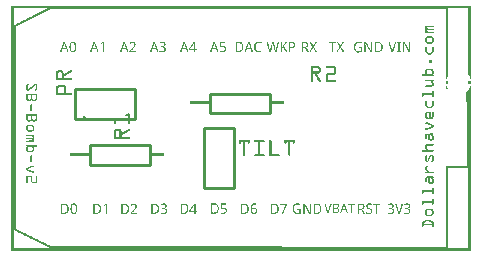
<source format=gto>
G04 MADE WITH FRITZING*
G04 WWW.FRITZING.ORG*
G04 DOUBLE SIDED*
G04 HOLES PLATED*
G04 CONTOUR ON CENTER OF CONTOUR VECTOR*
%ASAXBY*%
%FSLAX23Y23*%
%MOIN*%
%OFA0B0*%
%SFA1.0B1.0*%
%ADD10C,0.010000*%
%ADD11R,0.001000X0.001000*%
%LNSILK1*%
G90*
G70*
G54D10*
X211Y442D02*
X411Y442D01*
D02*
X411Y442D02*
X411Y542D01*
D02*
X411Y542D02*
X211Y542D01*
D02*
X211Y542D02*
X211Y442D01*
D02*
X261Y355D02*
X461Y355D01*
D02*
X461Y355D02*
X461Y289D01*
D02*
X461Y289D02*
X261Y289D01*
D02*
X261Y289D02*
X261Y355D01*
D02*
X641Y412D02*
X641Y212D01*
D02*
X641Y212D02*
X741Y212D01*
D02*
X741Y212D02*
X741Y412D01*
D02*
X741Y412D02*
X641Y412D01*
D02*
X661Y526D02*
X861Y526D01*
D02*
X861Y526D02*
X861Y460D01*
D02*
X861Y460D02*
X661Y460D01*
D02*
X661Y460D02*
X661Y526D01*
G54D11*
X0Y817D02*
X1530Y817D01*
X0Y816D02*
X1530Y816D01*
X0Y815D02*
X1530Y815D01*
X0Y814D02*
X1530Y814D01*
X0Y813D02*
X1530Y813D01*
X0Y812D02*
X1530Y812D01*
X0Y811D02*
X1530Y811D01*
X0Y810D02*
X1530Y810D01*
X0Y809D02*
X7Y809D01*
X118Y809D02*
X1454Y809D01*
X1523Y809D02*
X1530Y809D01*
X0Y808D02*
X7Y808D01*
X116Y808D02*
X903Y808D01*
X1448Y808D02*
X1454Y808D01*
X1523Y808D02*
X1530Y808D01*
X0Y807D02*
X7Y807D01*
X114Y807D02*
X241Y807D01*
X1448Y807D02*
X1454Y807D01*
X1523Y807D02*
X1530Y807D01*
X0Y806D02*
X7Y806D01*
X112Y806D02*
X126Y806D01*
X1448Y806D02*
X1454Y806D01*
X1523Y806D02*
X1530Y806D01*
X0Y805D02*
X7Y805D01*
X110Y805D02*
X124Y805D01*
X1448Y805D02*
X1454Y805D01*
X1523Y805D02*
X1530Y805D01*
X0Y804D02*
X7Y804D01*
X108Y804D02*
X122Y804D01*
X1448Y804D02*
X1454Y804D01*
X1523Y804D02*
X1530Y804D01*
X0Y803D02*
X7Y803D01*
X106Y803D02*
X120Y803D01*
X1448Y803D02*
X1454Y803D01*
X1523Y803D02*
X1530Y803D01*
X0Y802D02*
X7Y802D01*
X104Y802D02*
X118Y802D01*
X1448Y802D02*
X1454Y802D01*
X1523Y802D02*
X1530Y802D01*
X0Y801D02*
X7Y801D01*
X102Y801D02*
X117Y801D01*
X1448Y801D02*
X1454Y801D01*
X1523Y801D02*
X1530Y801D01*
X0Y800D02*
X7Y800D01*
X100Y800D02*
X115Y800D01*
X1448Y800D02*
X1454Y800D01*
X1523Y800D02*
X1530Y800D01*
X0Y799D02*
X7Y799D01*
X98Y799D02*
X113Y799D01*
X1448Y799D02*
X1454Y799D01*
X1523Y799D02*
X1530Y799D01*
X0Y798D02*
X7Y798D01*
X96Y798D02*
X111Y798D01*
X1448Y798D02*
X1454Y798D01*
X1523Y798D02*
X1530Y798D01*
X0Y797D02*
X7Y797D01*
X94Y797D02*
X109Y797D01*
X1448Y797D02*
X1454Y797D01*
X1523Y797D02*
X1530Y797D01*
X0Y796D02*
X7Y796D01*
X92Y796D02*
X107Y796D01*
X1448Y796D02*
X1454Y796D01*
X1523Y796D02*
X1530Y796D01*
X0Y795D02*
X7Y795D01*
X90Y795D02*
X105Y795D01*
X1448Y795D02*
X1454Y795D01*
X1523Y795D02*
X1530Y795D01*
X0Y794D02*
X7Y794D01*
X88Y794D02*
X103Y794D01*
X1448Y794D02*
X1454Y794D01*
X1523Y794D02*
X1530Y794D01*
X0Y793D02*
X7Y793D01*
X86Y793D02*
X101Y793D01*
X1448Y793D02*
X1454Y793D01*
X1523Y793D02*
X1530Y793D01*
X0Y792D02*
X7Y792D01*
X84Y792D02*
X99Y792D01*
X1448Y792D02*
X1454Y792D01*
X1523Y792D02*
X1530Y792D01*
X0Y791D02*
X7Y791D01*
X83Y791D02*
X97Y791D01*
X1448Y791D02*
X1454Y791D01*
X1523Y791D02*
X1530Y791D01*
X0Y790D02*
X7Y790D01*
X81Y790D02*
X95Y790D01*
X1448Y790D02*
X1454Y790D01*
X1523Y790D02*
X1530Y790D01*
X0Y789D02*
X7Y789D01*
X79Y789D02*
X93Y789D01*
X1448Y789D02*
X1454Y789D01*
X1523Y789D02*
X1530Y789D01*
X0Y788D02*
X7Y788D01*
X77Y788D02*
X91Y788D01*
X1448Y788D02*
X1454Y788D01*
X1523Y788D02*
X1530Y788D01*
X0Y787D02*
X7Y787D01*
X75Y787D02*
X89Y787D01*
X1448Y787D02*
X1454Y787D01*
X1523Y787D02*
X1530Y787D01*
X0Y786D02*
X7Y786D01*
X73Y786D02*
X87Y786D01*
X1448Y786D02*
X1454Y786D01*
X1523Y786D02*
X1530Y786D01*
X0Y785D02*
X7Y785D01*
X71Y785D02*
X85Y785D01*
X1448Y785D02*
X1454Y785D01*
X1523Y785D02*
X1530Y785D01*
X0Y784D02*
X7Y784D01*
X69Y784D02*
X83Y784D01*
X1448Y784D02*
X1454Y784D01*
X1523Y784D02*
X1530Y784D01*
X0Y783D02*
X7Y783D01*
X67Y783D02*
X81Y783D01*
X1448Y783D02*
X1454Y783D01*
X1523Y783D02*
X1530Y783D01*
X0Y782D02*
X7Y782D01*
X65Y782D02*
X79Y782D01*
X1448Y782D02*
X1454Y782D01*
X1523Y782D02*
X1530Y782D01*
X0Y781D02*
X7Y781D01*
X63Y781D02*
X77Y781D01*
X1448Y781D02*
X1454Y781D01*
X1523Y781D02*
X1530Y781D01*
X0Y780D02*
X7Y780D01*
X61Y780D02*
X75Y780D01*
X1448Y780D02*
X1454Y780D01*
X1523Y780D02*
X1530Y780D01*
X0Y779D02*
X7Y779D01*
X59Y779D02*
X73Y779D01*
X1448Y779D02*
X1454Y779D01*
X1523Y779D02*
X1530Y779D01*
X0Y778D02*
X7Y778D01*
X57Y778D02*
X71Y778D01*
X1448Y778D02*
X1454Y778D01*
X1523Y778D02*
X1530Y778D01*
X0Y777D02*
X7Y777D01*
X55Y777D02*
X69Y777D01*
X1448Y777D02*
X1454Y777D01*
X1523Y777D02*
X1530Y777D01*
X0Y776D02*
X7Y776D01*
X53Y776D02*
X67Y776D01*
X1448Y776D02*
X1454Y776D01*
X1523Y776D02*
X1530Y776D01*
X0Y775D02*
X7Y775D01*
X51Y775D02*
X65Y775D01*
X1448Y775D02*
X1454Y775D01*
X1523Y775D02*
X1530Y775D01*
X0Y774D02*
X7Y774D01*
X49Y774D02*
X63Y774D01*
X1448Y774D02*
X1454Y774D01*
X1523Y774D02*
X1530Y774D01*
X0Y773D02*
X7Y773D01*
X47Y773D02*
X61Y773D01*
X1448Y773D02*
X1454Y773D01*
X1523Y773D02*
X1530Y773D01*
X0Y772D02*
X7Y772D01*
X45Y772D02*
X59Y772D01*
X1448Y772D02*
X1454Y772D01*
X1523Y772D02*
X1530Y772D01*
X0Y771D02*
X7Y771D01*
X43Y771D02*
X57Y771D01*
X1448Y771D02*
X1454Y771D01*
X1523Y771D02*
X1530Y771D01*
X0Y770D02*
X7Y770D01*
X41Y770D02*
X56Y770D01*
X1448Y770D02*
X1454Y770D01*
X1523Y770D02*
X1530Y770D01*
X0Y769D02*
X7Y769D01*
X39Y769D02*
X54Y769D01*
X1448Y769D02*
X1454Y769D01*
X1523Y769D02*
X1530Y769D01*
X0Y768D02*
X7Y768D01*
X37Y768D02*
X52Y768D01*
X1448Y768D02*
X1454Y768D01*
X1523Y768D02*
X1530Y768D01*
X0Y767D02*
X7Y767D01*
X35Y767D02*
X50Y767D01*
X1448Y767D02*
X1454Y767D01*
X1523Y767D02*
X1530Y767D01*
X0Y766D02*
X7Y766D01*
X33Y766D02*
X48Y766D01*
X1448Y766D02*
X1454Y766D01*
X1523Y766D02*
X1530Y766D01*
X0Y765D02*
X7Y765D01*
X31Y765D02*
X46Y765D01*
X1448Y765D02*
X1454Y765D01*
X1523Y765D02*
X1530Y765D01*
X0Y764D02*
X7Y764D01*
X29Y764D02*
X44Y764D01*
X1448Y764D02*
X1454Y764D01*
X1523Y764D02*
X1530Y764D01*
X0Y763D02*
X7Y763D01*
X27Y763D02*
X42Y763D01*
X1448Y763D02*
X1454Y763D01*
X1523Y763D02*
X1530Y763D01*
X0Y762D02*
X7Y762D01*
X25Y762D02*
X40Y762D01*
X1448Y762D02*
X1454Y762D01*
X1523Y762D02*
X1530Y762D01*
X0Y761D02*
X7Y761D01*
X23Y761D02*
X38Y761D01*
X1448Y761D02*
X1454Y761D01*
X1523Y761D02*
X1530Y761D01*
X0Y760D02*
X7Y760D01*
X22Y760D02*
X36Y760D01*
X1448Y760D02*
X1454Y760D01*
X1523Y760D02*
X1530Y760D01*
X0Y759D02*
X7Y759D01*
X20Y759D02*
X34Y759D01*
X1448Y759D02*
X1454Y759D01*
X1523Y759D02*
X1530Y759D01*
X0Y758D02*
X7Y758D01*
X18Y758D02*
X32Y758D01*
X1448Y758D02*
X1454Y758D01*
X1523Y758D02*
X1530Y758D01*
X0Y757D02*
X7Y757D01*
X16Y757D02*
X30Y757D01*
X1448Y757D02*
X1454Y757D01*
X1523Y757D02*
X1530Y757D01*
X0Y756D02*
X7Y756D01*
X14Y756D02*
X28Y756D01*
X1448Y756D02*
X1454Y756D01*
X1523Y756D02*
X1530Y756D01*
X0Y755D02*
X7Y755D01*
X12Y755D02*
X26Y755D01*
X1448Y755D02*
X1454Y755D01*
X1523Y755D02*
X1530Y755D01*
X0Y754D02*
X7Y754D01*
X10Y754D02*
X24Y754D01*
X1448Y754D02*
X1454Y754D01*
X1523Y754D02*
X1530Y754D01*
X0Y753D02*
X7Y753D01*
X9Y753D02*
X22Y753D01*
X1448Y753D02*
X1454Y753D01*
X1523Y753D02*
X1530Y753D01*
X0Y752D02*
X7Y752D01*
X9Y752D02*
X20Y752D01*
X1384Y752D02*
X1406Y752D01*
X1448Y752D02*
X1454Y752D01*
X1523Y752D02*
X1530Y752D01*
X0Y751D02*
X7Y751D01*
X9Y751D02*
X18Y751D01*
X1382Y751D02*
X1406Y751D01*
X1448Y751D02*
X1454Y751D01*
X1523Y751D02*
X1530Y751D01*
X0Y750D02*
X7Y750D01*
X9Y750D02*
X16Y750D01*
X1381Y750D02*
X1406Y750D01*
X1448Y750D02*
X1454Y750D01*
X1523Y750D02*
X1530Y750D01*
X0Y749D02*
X7Y749D01*
X9Y749D02*
X15Y749D01*
X1380Y749D02*
X1406Y749D01*
X1448Y749D02*
X1454Y749D01*
X1523Y749D02*
X1530Y749D01*
X0Y748D02*
X7Y748D01*
X9Y748D02*
X15Y748D01*
X1380Y748D02*
X1405Y748D01*
X1448Y748D02*
X1454Y748D01*
X1523Y748D02*
X1530Y748D01*
X0Y747D02*
X7Y747D01*
X9Y747D02*
X15Y747D01*
X1379Y747D02*
X1384Y747D01*
X1448Y747D02*
X1454Y747D01*
X1523Y747D02*
X1530Y747D01*
X0Y746D02*
X7Y746D01*
X9Y746D02*
X15Y746D01*
X1379Y746D02*
X1383Y746D01*
X1448Y746D02*
X1454Y746D01*
X1523Y746D02*
X1530Y746D01*
X0Y745D02*
X7Y745D01*
X9Y745D02*
X15Y745D01*
X1379Y745D02*
X1384Y745D01*
X1448Y745D02*
X1454Y745D01*
X1523Y745D02*
X1530Y745D01*
X0Y744D02*
X7Y744D01*
X9Y744D02*
X15Y744D01*
X1380Y744D02*
X1385Y744D01*
X1448Y744D02*
X1454Y744D01*
X1523Y744D02*
X1530Y744D01*
X0Y743D02*
X7Y743D01*
X9Y743D02*
X15Y743D01*
X1380Y743D02*
X1386Y743D01*
X1448Y743D02*
X1454Y743D01*
X1523Y743D02*
X1530Y743D01*
X0Y742D02*
X7Y742D01*
X9Y742D02*
X15Y742D01*
X1381Y742D02*
X1405Y742D01*
X1448Y742D02*
X1454Y742D01*
X1523Y742D02*
X1530Y742D01*
X0Y741D02*
X7Y741D01*
X9Y741D02*
X15Y741D01*
X1381Y741D02*
X1406Y741D01*
X1448Y741D02*
X1454Y741D01*
X1523Y741D02*
X1530Y741D01*
X0Y740D02*
X7Y740D01*
X9Y740D02*
X15Y740D01*
X1380Y740D02*
X1406Y740D01*
X1448Y740D02*
X1454Y740D01*
X1523Y740D02*
X1530Y740D01*
X0Y739D02*
X7Y739D01*
X9Y739D02*
X15Y739D01*
X1380Y739D02*
X1406Y739D01*
X1448Y739D02*
X1454Y739D01*
X1523Y739D02*
X1530Y739D01*
X0Y738D02*
X7Y738D01*
X9Y738D02*
X15Y738D01*
X1379Y738D02*
X1405Y738D01*
X1448Y738D02*
X1454Y738D01*
X1523Y738D02*
X1530Y738D01*
X0Y737D02*
X7Y737D01*
X9Y737D02*
X15Y737D01*
X1379Y737D02*
X1383Y737D01*
X1448Y737D02*
X1454Y737D01*
X1523Y737D02*
X1530Y737D01*
X0Y736D02*
X7Y736D01*
X9Y736D02*
X15Y736D01*
X1379Y736D02*
X1383Y736D01*
X1448Y736D02*
X1454Y736D01*
X1523Y736D02*
X1530Y736D01*
X0Y735D02*
X7Y735D01*
X9Y735D02*
X15Y735D01*
X1379Y735D02*
X1384Y735D01*
X1448Y735D02*
X1454Y735D01*
X1523Y735D02*
X1530Y735D01*
X0Y734D02*
X7Y734D01*
X9Y734D02*
X15Y734D01*
X1380Y734D02*
X1385Y734D01*
X1448Y734D02*
X1454Y734D01*
X1523Y734D02*
X1530Y734D01*
X0Y733D02*
X7Y733D01*
X9Y733D02*
X15Y733D01*
X1380Y733D02*
X1386Y733D01*
X1448Y733D02*
X1454Y733D01*
X1523Y733D02*
X1530Y733D01*
X0Y732D02*
X7Y732D01*
X9Y732D02*
X15Y732D01*
X1380Y732D02*
X1405Y732D01*
X1448Y732D02*
X1454Y732D01*
X1523Y732D02*
X1530Y732D01*
X0Y731D02*
X7Y731D01*
X9Y731D02*
X15Y731D01*
X1379Y731D02*
X1406Y731D01*
X1448Y731D02*
X1454Y731D01*
X1523Y731D02*
X1530Y731D01*
X0Y730D02*
X7Y730D01*
X9Y730D02*
X15Y730D01*
X1379Y730D02*
X1406Y730D01*
X1448Y730D02*
X1454Y730D01*
X1523Y730D02*
X1530Y730D01*
X0Y729D02*
X7Y729D01*
X9Y729D02*
X15Y729D01*
X1379Y729D02*
X1406Y729D01*
X1448Y729D02*
X1454Y729D01*
X1523Y729D02*
X1530Y729D01*
X0Y728D02*
X7Y728D01*
X9Y728D02*
X15Y728D01*
X1380Y728D02*
X1405Y728D01*
X1448Y728D02*
X1454Y728D01*
X1523Y728D02*
X1530Y728D01*
X0Y727D02*
X7Y727D01*
X9Y727D02*
X15Y727D01*
X1448Y727D02*
X1454Y727D01*
X1523Y727D02*
X1530Y727D01*
X0Y726D02*
X7Y726D01*
X9Y726D02*
X15Y726D01*
X1448Y726D02*
X1454Y726D01*
X1523Y726D02*
X1530Y726D01*
X0Y725D02*
X7Y725D01*
X9Y725D02*
X15Y725D01*
X1448Y725D02*
X1454Y725D01*
X1523Y725D02*
X1530Y725D01*
X0Y724D02*
X7Y724D01*
X9Y724D02*
X15Y724D01*
X1448Y724D02*
X1454Y724D01*
X1523Y724D02*
X1530Y724D01*
X0Y723D02*
X7Y723D01*
X9Y723D02*
X15Y723D01*
X1448Y723D02*
X1454Y723D01*
X1523Y723D02*
X1530Y723D01*
X0Y722D02*
X7Y722D01*
X9Y722D02*
X15Y722D01*
X1448Y722D02*
X1454Y722D01*
X1523Y722D02*
X1530Y722D01*
X0Y721D02*
X7Y721D01*
X9Y721D02*
X15Y721D01*
X1448Y721D02*
X1454Y721D01*
X1523Y721D02*
X1530Y721D01*
X0Y720D02*
X7Y720D01*
X9Y720D02*
X15Y720D01*
X1448Y720D02*
X1454Y720D01*
X1523Y720D02*
X1530Y720D01*
X0Y719D02*
X7Y719D01*
X9Y719D02*
X15Y719D01*
X1448Y719D02*
X1454Y719D01*
X1523Y719D02*
X1530Y719D01*
X0Y718D02*
X7Y718D01*
X9Y718D02*
X15Y718D01*
X1448Y718D02*
X1454Y718D01*
X1523Y718D02*
X1530Y718D01*
X0Y717D02*
X7Y717D01*
X9Y717D02*
X15Y717D01*
X1448Y717D02*
X1454Y717D01*
X1523Y717D02*
X1530Y717D01*
X0Y716D02*
X7Y716D01*
X9Y716D02*
X15Y716D01*
X1385Y716D02*
X1400Y716D01*
X1448Y716D02*
X1454Y716D01*
X1523Y716D02*
X1530Y716D01*
X0Y715D02*
X7Y715D01*
X9Y715D02*
X15Y715D01*
X1384Y715D02*
X1402Y715D01*
X1448Y715D02*
X1454Y715D01*
X1523Y715D02*
X1530Y715D01*
X0Y714D02*
X7Y714D01*
X9Y714D02*
X15Y714D01*
X1382Y714D02*
X1403Y714D01*
X1448Y714D02*
X1454Y714D01*
X1523Y714D02*
X1530Y714D01*
X0Y713D02*
X7Y713D01*
X9Y713D02*
X15Y713D01*
X1382Y713D02*
X1404Y713D01*
X1448Y713D02*
X1454Y713D01*
X1523Y713D02*
X1530Y713D01*
X0Y712D02*
X7Y712D01*
X9Y712D02*
X15Y712D01*
X1381Y712D02*
X1405Y712D01*
X1448Y712D02*
X1454Y712D01*
X1523Y712D02*
X1530Y712D01*
X0Y711D02*
X7Y711D01*
X9Y711D02*
X15Y711D01*
X1380Y711D02*
X1386Y711D01*
X1400Y711D02*
X1405Y711D01*
X1448Y711D02*
X1454Y711D01*
X1523Y711D02*
X1530Y711D01*
X0Y710D02*
X7Y710D01*
X9Y710D02*
X15Y710D01*
X1380Y710D02*
X1384Y710D01*
X1401Y710D02*
X1406Y710D01*
X1448Y710D02*
X1454Y710D01*
X1523Y710D02*
X1530Y710D01*
X0Y709D02*
X7Y709D01*
X9Y709D02*
X15Y709D01*
X1379Y709D02*
X1384Y709D01*
X1402Y709D02*
X1406Y709D01*
X1448Y709D02*
X1454Y709D01*
X1523Y709D02*
X1530Y709D01*
X0Y708D02*
X7Y708D01*
X9Y708D02*
X15Y708D01*
X1379Y708D02*
X1383Y708D01*
X1402Y708D02*
X1406Y708D01*
X1448Y708D02*
X1454Y708D01*
X1523Y708D02*
X1530Y708D01*
X0Y707D02*
X7Y707D01*
X9Y707D02*
X15Y707D01*
X1379Y707D02*
X1383Y707D01*
X1402Y707D02*
X1406Y707D01*
X1448Y707D02*
X1454Y707D01*
X1523Y707D02*
X1530Y707D01*
X0Y706D02*
X7Y706D01*
X9Y706D02*
X15Y706D01*
X1379Y706D02*
X1383Y706D01*
X1402Y706D02*
X1406Y706D01*
X1448Y706D02*
X1454Y706D01*
X1523Y706D02*
X1530Y706D01*
X0Y705D02*
X7Y705D01*
X9Y705D02*
X15Y705D01*
X1379Y705D02*
X1383Y705D01*
X1402Y705D02*
X1406Y705D01*
X1448Y705D02*
X1454Y705D01*
X1523Y705D02*
X1530Y705D01*
X0Y704D02*
X7Y704D01*
X9Y704D02*
X15Y704D01*
X1379Y704D02*
X1383Y704D01*
X1402Y704D02*
X1406Y704D01*
X1448Y704D02*
X1454Y704D01*
X1523Y704D02*
X1530Y704D01*
X0Y703D02*
X7Y703D01*
X9Y703D02*
X15Y703D01*
X1379Y703D02*
X1383Y703D01*
X1402Y703D02*
X1406Y703D01*
X1448Y703D02*
X1454Y703D01*
X1523Y703D02*
X1530Y703D01*
X0Y702D02*
X7Y702D01*
X9Y702D02*
X15Y702D01*
X1379Y702D02*
X1383Y702D01*
X1402Y702D02*
X1406Y702D01*
X1448Y702D02*
X1454Y702D01*
X1523Y702D02*
X1530Y702D01*
X0Y701D02*
X7Y701D01*
X9Y701D02*
X15Y701D01*
X1379Y701D02*
X1383Y701D01*
X1402Y701D02*
X1406Y701D01*
X1448Y701D02*
X1454Y701D01*
X1523Y701D02*
X1530Y701D01*
X0Y700D02*
X7Y700D01*
X9Y700D02*
X15Y700D01*
X1379Y700D02*
X1383Y700D01*
X1402Y700D02*
X1406Y700D01*
X1448Y700D02*
X1454Y700D01*
X1523Y700D02*
X1530Y700D01*
X0Y699D02*
X7Y699D01*
X9Y699D02*
X15Y699D01*
X1379Y699D02*
X1384Y699D01*
X1401Y699D02*
X1406Y699D01*
X1448Y699D02*
X1454Y699D01*
X1523Y699D02*
X1530Y699D01*
X0Y698D02*
X7Y698D01*
X9Y698D02*
X15Y698D01*
X174Y698D02*
X177Y698D01*
X201Y698D02*
X207Y698D01*
X274Y698D02*
X277Y698D01*
X304Y698D02*
X307Y698D01*
X374Y698D02*
X377Y698D01*
X400Y698D02*
X408Y698D01*
X474Y698D02*
X477Y698D01*
X499Y698D02*
X508Y698D01*
X574Y698D02*
X577Y698D01*
X607Y698D02*
X611Y698D01*
X674Y698D02*
X677Y698D01*
X696Y698D02*
X712Y698D01*
X748Y698D02*
X759Y698D01*
X789Y698D02*
X792Y698D01*
X820Y698D02*
X830Y698D01*
X850Y698D02*
X854Y698D01*
X869Y698D02*
X873Y698D01*
X887Y698D02*
X891Y698D01*
X897Y698D02*
X901Y698D01*
X915Y698D02*
X919Y698D01*
X925Y698D02*
X937Y698D01*
X969Y698D02*
X980Y698D01*
X993Y698D02*
X997Y698D01*
X1014Y698D02*
X1017Y698D01*
X1058Y698D02*
X1081Y698D01*
X1084Y698D02*
X1087Y698D01*
X1104Y698D02*
X1108Y698D01*
X1152Y698D02*
X1163Y698D01*
X1176Y698D02*
X1181Y698D01*
X1198Y698D02*
X1201Y698D01*
X1212Y698D02*
X1223Y698D01*
X1256Y698D02*
X1259Y698D01*
X1279Y698D02*
X1282Y698D01*
X1285Y698D02*
X1297Y698D01*
X1304Y698D02*
X1309Y698D01*
X1326Y698D02*
X1329Y698D01*
X1380Y698D02*
X1385Y698D01*
X1400Y698D02*
X1406Y698D01*
X1448Y698D02*
X1454Y698D01*
X1523Y698D02*
X1530Y698D01*
X0Y697D02*
X7Y697D01*
X9Y697D02*
X15Y697D01*
X174Y697D02*
X178Y697D01*
X199Y697D02*
X209Y697D01*
X274Y697D02*
X278Y697D01*
X302Y697D02*
X307Y697D01*
X374Y697D02*
X378Y697D01*
X397Y697D02*
X409Y697D01*
X474Y697D02*
X478Y697D01*
X496Y697D02*
X509Y697D01*
X574Y697D02*
X578Y697D01*
X606Y697D02*
X611Y697D01*
X673Y697D02*
X678Y697D01*
X696Y697D02*
X712Y697D01*
X748Y697D02*
X764Y697D01*
X788Y697D02*
X793Y697D01*
X817Y697D02*
X832Y697D01*
X850Y697D02*
X854Y697D01*
X869Y697D02*
X873Y697D01*
X887Y697D02*
X891Y697D01*
X897Y697D02*
X901Y697D01*
X914Y697D02*
X918Y697D01*
X925Y697D02*
X940Y697D01*
X969Y697D02*
X983Y697D01*
X994Y697D02*
X998Y697D01*
X1013Y697D02*
X1016Y697D01*
X1058Y697D02*
X1081Y697D01*
X1085Y697D02*
X1088Y697D01*
X1103Y697D02*
X1107Y697D01*
X1150Y697D02*
X1165Y697D01*
X1176Y697D02*
X1182Y697D01*
X1198Y697D02*
X1201Y697D01*
X1212Y697D02*
X1228Y697D01*
X1256Y697D02*
X1259Y697D01*
X1278Y697D02*
X1281Y697D01*
X1285Y697D02*
X1297Y697D01*
X1304Y697D02*
X1310Y697D01*
X1326Y697D02*
X1329Y697D01*
X1380Y697D02*
X1386Y697D01*
X1399Y697D02*
X1405Y697D01*
X1448Y697D02*
X1454Y697D01*
X1523Y697D02*
X1530Y697D01*
X0Y696D02*
X7Y696D01*
X9Y696D02*
X15Y696D01*
X173Y696D02*
X178Y696D01*
X198Y696D02*
X210Y696D01*
X273Y696D02*
X278Y696D01*
X301Y696D02*
X307Y696D01*
X373Y696D02*
X378Y696D01*
X396Y696D02*
X410Y696D01*
X473Y696D02*
X478Y696D01*
X494Y696D02*
X510Y696D01*
X573Y696D02*
X578Y696D01*
X605Y696D02*
X611Y696D01*
X673Y696D02*
X678Y696D01*
X696Y696D02*
X712Y696D01*
X748Y696D02*
X766Y696D01*
X788Y696D02*
X793Y696D01*
X815Y696D02*
X833Y696D01*
X851Y696D02*
X855Y696D01*
X868Y696D02*
X874Y696D01*
X887Y696D02*
X890Y696D01*
X897Y696D02*
X901Y696D01*
X913Y696D02*
X917Y696D01*
X925Y696D02*
X941Y696D01*
X969Y696D02*
X984Y696D01*
X994Y696D02*
X998Y696D01*
X1012Y696D02*
X1016Y696D01*
X1058Y696D02*
X1081Y696D01*
X1085Y696D02*
X1088Y696D01*
X1102Y696D02*
X1106Y696D01*
X1148Y696D02*
X1167Y696D01*
X1176Y696D02*
X1182Y696D01*
X1198Y696D02*
X1201Y696D01*
X1212Y696D02*
X1229Y696D01*
X1257Y696D02*
X1260Y696D01*
X1278Y696D02*
X1281Y696D01*
X1285Y696D02*
X1297Y696D01*
X1304Y696D02*
X1310Y696D01*
X1326Y696D02*
X1329Y696D01*
X1381Y696D02*
X1404Y696D01*
X1448Y696D02*
X1454Y696D01*
X1523Y696D02*
X1530Y696D01*
X0Y695D02*
X7Y695D01*
X9Y695D02*
X15Y695D01*
X173Y695D02*
X178Y695D01*
X197Y695D02*
X202Y695D01*
X206Y695D02*
X212Y695D01*
X273Y695D02*
X278Y695D01*
X300Y695D02*
X307Y695D01*
X373Y695D02*
X378Y695D01*
X394Y695D02*
X401Y695D01*
X405Y695D02*
X411Y695D01*
X473Y695D02*
X478Y695D01*
X493Y695D02*
X500Y695D01*
X504Y695D02*
X511Y695D01*
X573Y695D02*
X578Y695D01*
X605Y695D02*
X611Y695D01*
X673Y695D02*
X678Y695D01*
X696Y695D02*
X712Y695D01*
X748Y695D02*
X767Y695D01*
X788Y695D02*
X793Y695D01*
X814Y695D02*
X832Y695D01*
X851Y695D02*
X855Y695D01*
X868Y695D02*
X874Y695D01*
X886Y695D02*
X890Y695D01*
X897Y695D02*
X901Y695D01*
X913Y695D02*
X916Y695D01*
X925Y695D02*
X942Y695D01*
X969Y695D02*
X985Y695D01*
X995Y695D02*
X999Y695D01*
X1012Y695D02*
X1015Y695D01*
X1058Y695D02*
X1081Y695D01*
X1086Y695D02*
X1089Y695D01*
X1102Y695D02*
X1106Y695D01*
X1147Y695D02*
X1166Y695D01*
X1176Y695D02*
X1183Y695D01*
X1198Y695D02*
X1201Y695D01*
X1212Y695D02*
X1231Y695D01*
X1257Y695D02*
X1260Y695D01*
X1278Y695D02*
X1281Y695D01*
X1289Y695D02*
X1293Y695D01*
X1304Y695D02*
X1311Y695D01*
X1326Y695D02*
X1329Y695D01*
X1382Y695D02*
X1403Y695D01*
X1448Y695D02*
X1454Y695D01*
X1523Y695D02*
X1530Y695D01*
X0Y694D02*
X7Y694D01*
X9Y694D02*
X15Y694D01*
X173Y694D02*
X179Y694D01*
X196Y694D02*
X200Y694D01*
X208Y694D02*
X212Y694D01*
X272Y694D02*
X279Y694D01*
X298Y694D02*
X307Y694D01*
X372Y694D02*
X379Y694D01*
X394Y694D02*
X398Y694D01*
X407Y694D02*
X412Y694D01*
X472Y694D02*
X479Y694D01*
X494Y694D02*
X497Y694D01*
X507Y694D02*
X512Y694D01*
X572Y694D02*
X579Y694D01*
X604Y694D02*
X611Y694D01*
X672Y694D02*
X679Y694D01*
X696Y694D02*
X699Y694D01*
X748Y694D02*
X751Y694D01*
X760Y694D02*
X768Y694D01*
X787Y694D02*
X794Y694D01*
X813Y694D02*
X820Y694D01*
X830Y694D02*
X831Y694D01*
X851Y694D02*
X855Y694D01*
X868Y694D02*
X874Y694D01*
X886Y694D02*
X890Y694D01*
X897Y694D02*
X901Y694D01*
X912Y694D02*
X915Y694D01*
X925Y694D02*
X929Y694D01*
X936Y694D02*
X943Y694D01*
X969Y694D02*
X972Y694D01*
X981Y694D02*
X986Y694D01*
X996Y694D02*
X1000Y694D01*
X1011Y694D02*
X1014Y694D01*
X1068Y694D02*
X1071Y694D01*
X1087Y694D02*
X1090Y694D01*
X1101Y694D02*
X1105Y694D01*
X1146Y694D02*
X1153Y694D01*
X1162Y694D02*
X1166Y694D01*
X1176Y694D02*
X1183Y694D01*
X1198Y694D02*
X1201Y694D01*
X1212Y694D02*
X1215Y694D01*
X1224Y694D02*
X1231Y694D01*
X1257Y694D02*
X1260Y694D01*
X1277Y694D02*
X1280Y694D01*
X1289Y694D02*
X1293Y694D01*
X1304Y694D02*
X1311Y694D01*
X1326Y694D02*
X1329Y694D01*
X1383Y694D02*
X1403Y694D01*
X1448Y694D02*
X1454Y694D01*
X1523Y694D02*
X1530Y694D01*
X0Y693D02*
X7Y693D01*
X9Y693D02*
X15Y693D01*
X172Y693D02*
X179Y693D01*
X195Y693D02*
X199Y693D01*
X209Y693D02*
X213Y693D01*
X272Y693D02*
X279Y693D01*
X297Y693D02*
X302Y693D01*
X304Y693D02*
X307Y693D01*
X372Y693D02*
X379Y693D01*
X395Y693D02*
X397Y693D01*
X408Y693D02*
X412Y693D01*
X472Y693D02*
X479Y693D01*
X495Y693D02*
X495Y693D01*
X508Y693D02*
X512Y693D01*
X572Y693D02*
X579Y693D01*
X604Y693D02*
X606Y693D01*
X608Y693D02*
X611Y693D01*
X672Y693D02*
X679Y693D01*
X696Y693D02*
X699Y693D01*
X748Y693D02*
X751Y693D01*
X763Y693D02*
X768Y693D01*
X787Y693D02*
X794Y693D01*
X813Y693D02*
X818Y693D01*
X851Y693D02*
X855Y693D01*
X868Y693D02*
X874Y693D01*
X886Y693D02*
X890Y693D01*
X897Y693D02*
X901Y693D01*
X911Y693D02*
X915Y693D01*
X925Y693D02*
X929Y693D01*
X939Y693D02*
X944Y693D01*
X969Y693D02*
X972Y693D01*
X983Y693D02*
X987Y693D01*
X996Y693D02*
X1000Y693D01*
X1011Y693D02*
X1014Y693D01*
X1068Y693D02*
X1071Y693D01*
X1087Y693D02*
X1090Y693D01*
X1101Y693D02*
X1105Y693D01*
X1145Y693D02*
X1150Y693D01*
X1165Y693D02*
X1165Y693D01*
X1176Y693D02*
X1184Y693D01*
X1198Y693D02*
X1201Y693D01*
X1212Y693D02*
X1215Y693D01*
X1227Y693D02*
X1232Y693D01*
X1258Y693D02*
X1261Y693D01*
X1277Y693D02*
X1280Y693D01*
X1289Y693D02*
X1293Y693D01*
X1304Y693D02*
X1312Y693D01*
X1326Y693D02*
X1329Y693D01*
X1384Y693D02*
X1401Y693D01*
X1448Y693D02*
X1454Y693D01*
X1523Y693D02*
X1530Y693D01*
X0Y692D02*
X7Y692D01*
X9Y692D02*
X15Y692D01*
X172Y692D02*
X175Y692D01*
X177Y692D02*
X180Y692D01*
X195Y692D02*
X199Y692D01*
X210Y692D02*
X213Y692D01*
X272Y692D02*
X275Y692D01*
X277Y692D02*
X280Y692D01*
X296Y692D02*
X301Y692D01*
X304Y692D02*
X307Y692D01*
X372Y692D02*
X375Y692D01*
X377Y692D02*
X379Y692D01*
X396Y692D02*
X396Y692D01*
X409Y692D02*
X412Y692D01*
X472Y692D02*
X475Y692D01*
X477Y692D02*
X479Y692D01*
X509Y692D02*
X513Y692D01*
X572Y692D02*
X575Y692D01*
X577Y692D02*
X579Y692D01*
X603Y692D02*
X606Y692D01*
X608Y692D02*
X611Y692D01*
X672Y692D02*
X675Y692D01*
X677Y692D02*
X679Y692D01*
X696Y692D02*
X699Y692D01*
X748Y692D02*
X751Y692D01*
X765Y692D02*
X769Y692D01*
X787Y692D02*
X794Y692D01*
X812Y692D02*
X817Y692D01*
X852Y692D02*
X856Y692D01*
X867Y692D02*
X875Y692D01*
X886Y692D02*
X889Y692D01*
X897Y692D02*
X901Y692D01*
X910Y692D02*
X914Y692D01*
X925Y692D02*
X929Y692D01*
X940Y692D02*
X945Y692D01*
X969Y692D02*
X972Y692D01*
X984Y692D02*
X987Y692D01*
X997Y692D02*
X1001Y692D01*
X1010Y692D02*
X1013Y692D01*
X1068Y692D02*
X1071Y692D01*
X1088Y692D02*
X1091Y692D01*
X1100Y692D02*
X1104Y692D01*
X1144Y692D02*
X1149Y692D01*
X1176Y692D02*
X1184Y692D01*
X1198Y692D02*
X1201Y692D01*
X1212Y692D02*
X1215Y692D01*
X1229Y692D02*
X1233Y692D01*
X1258Y692D02*
X1261Y692D01*
X1277Y692D02*
X1280Y692D01*
X1289Y692D02*
X1293Y692D01*
X1304Y692D02*
X1307Y692D01*
X1309Y692D02*
X1312Y692D01*
X1326Y692D02*
X1329Y692D01*
X1387Y692D02*
X1399Y692D01*
X1448Y692D02*
X1454Y692D01*
X1523Y692D02*
X1530Y692D01*
X0Y691D02*
X7Y691D01*
X9Y691D02*
X15Y691D01*
X171Y691D02*
X175Y691D01*
X177Y691D02*
X180Y691D01*
X195Y691D02*
X198Y691D01*
X210Y691D02*
X213Y691D01*
X271Y691D02*
X275Y691D01*
X277Y691D02*
X280Y691D01*
X295Y691D02*
X300Y691D01*
X304Y691D02*
X307Y691D01*
X371Y691D02*
X375Y691D01*
X377Y691D02*
X380Y691D01*
X409Y691D02*
X413Y691D01*
X471Y691D02*
X475Y691D01*
X477Y691D02*
X480Y691D01*
X509Y691D02*
X513Y691D01*
X571Y691D02*
X575Y691D01*
X577Y691D02*
X580Y691D01*
X602Y691D02*
X605Y691D01*
X608Y691D02*
X611Y691D01*
X671Y691D02*
X675Y691D01*
X677Y691D02*
X680Y691D01*
X696Y691D02*
X699Y691D01*
X748Y691D02*
X751Y691D01*
X766Y691D02*
X770Y691D01*
X786Y691D02*
X789Y691D01*
X792Y691D02*
X795Y691D01*
X811Y691D02*
X816Y691D01*
X852Y691D02*
X856Y691D01*
X867Y691D02*
X870Y691D01*
X872Y691D02*
X875Y691D01*
X886Y691D02*
X889Y691D01*
X897Y691D02*
X901Y691D01*
X910Y691D02*
X913Y691D01*
X925Y691D02*
X929Y691D01*
X941Y691D02*
X945Y691D01*
X969Y691D02*
X972Y691D01*
X984Y691D02*
X988Y691D01*
X997Y691D02*
X1002Y691D01*
X1009Y691D02*
X1013Y691D01*
X1068Y691D02*
X1071Y691D01*
X1088Y691D02*
X1091Y691D01*
X1099Y691D02*
X1104Y691D01*
X1143Y691D02*
X1148Y691D01*
X1176Y691D02*
X1179Y691D01*
X1181Y691D02*
X1185Y691D01*
X1198Y691D02*
X1201Y691D01*
X1212Y691D02*
X1215Y691D01*
X1230Y691D02*
X1234Y691D01*
X1258Y691D02*
X1261Y691D01*
X1276Y691D02*
X1280Y691D01*
X1289Y691D02*
X1293Y691D01*
X1304Y691D02*
X1307Y691D01*
X1310Y691D02*
X1313Y691D01*
X1326Y691D02*
X1329Y691D01*
X1448Y691D02*
X1454Y691D01*
X1523Y691D02*
X1530Y691D01*
X0Y690D02*
X7Y690D01*
X9Y690D02*
X15Y690D01*
X171Y690D02*
X174Y690D01*
X177Y690D02*
X180Y690D01*
X194Y690D02*
X198Y690D01*
X210Y690D02*
X214Y690D01*
X271Y690D02*
X274Y690D01*
X277Y690D02*
X280Y690D01*
X296Y690D02*
X298Y690D01*
X304Y690D02*
X307Y690D01*
X371Y690D02*
X374Y690D01*
X377Y690D02*
X380Y690D01*
X409Y690D02*
X413Y690D01*
X471Y690D02*
X474Y690D01*
X477Y690D02*
X480Y690D01*
X509Y690D02*
X513Y690D01*
X571Y690D02*
X574Y690D01*
X577Y690D02*
X580Y690D01*
X602Y690D02*
X605Y690D01*
X608Y690D02*
X611Y690D01*
X671Y690D02*
X674Y690D01*
X677Y690D02*
X680Y690D01*
X696Y690D02*
X699Y690D01*
X748Y690D02*
X751Y690D01*
X767Y690D02*
X770Y690D01*
X786Y690D02*
X789Y690D01*
X792Y690D02*
X795Y690D01*
X811Y690D02*
X815Y690D01*
X852Y690D02*
X856Y690D01*
X867Y690D02*
X870Y690D01*
X872Y690D02*
X875Y690D01*
X885Y690D02*
X889Y690D01*
X897Y690D02*
X901Y690D01*
X909Y690D02*
X912Y690D01*
X925Y690D02*
X929Y690D01*
X942Y690D02*
X945Y690D01*
X969Y690D02*
X972Y690D01*
X985Y690D02*
X988Y690D01*
X998Y690D02*
X1002Y690D01*
X1009Y690D02*
X1012Y690D01*
X1068Y690D02*
X1071Y690D01*
X1089Y690D02*
X1092Y690D01*
X1099Y690D02*
X1103Y690D01*
X1143Y690D02*
X1147Y690D01*
X1176Y690D02*
X1179Y690D01*
X1181Y690D02*
X1186Y690D01*
X1198Y690D02*
X1201Y690D01*
X1212Y690D02*
X1215Y690D01*
X1231Y690D02*
X1234Y690D01*
X1259Y690D02*
X1262Y690D01*
X1276Y690D02*
X1279Y690D01*
X1289Y690D02*
X1293Y690D01*
X1304Y690D02*
X1307Y690D01*
X1310Y690D02*
X1314Y690D01*
X1326Y690D02*
X1329Y690D01*
X1448Y690D02*
X1454Y690D01*
X1523Y690D02*
X1530Y690D01*
X0Y689D02*
X7Y689D01*
X9Y689D02*
X15Y689D01*
X171Y689D02*
X174Y689D01*
X178Y689D02*
X181Y689D01*
X194Y689D02*
X198Y689D01*
X210Y689D02*
X214Y689D01*
X271Y689D02*
X274Y689D01*
X278Y689D02*
X281Y689D01*
X297Y689D02*
X297Y689D01*
X304Y689D02*
X307Y689D01*
X371Y689D02*
X374Y689D01*
X378Y689D02*
X381Y689D01*
X409Y689D02*
X413Y689D01*
X471Y689D02*
X474Y689D01*
X477Y689D02*
X481Y689D01*
X509Y689D02*
X513Y689D01*
X571Y689D02*
X574Y689D01*
X577Y689D02*
X581Y689D01*
X601Y689D02*
X605Y689D01*
X608Y689D02*
X611Y689D01*
X671Y689D02*
X674Y689D01*
X677Y689D02*
X681Y689D01*
X695Y689D02*
X698Y689D01*
X748Y689D02*
X751Y689D01*
X767Y689D02*
X771Y689D01*
X785Y689D02*
X789Y689D01*
X792Y689D02*
X796Y689D01*
X810Y689D02*
X815Y689D01*
X852Y689D02*
X856Y689D01*
X867Y689D02*
X869Y689D01*
X872Y689D02*
X875Y689D01*
X885Y689D02*
X889Y689D01*
X897Y689D02*
X901Y689D01*
X908Y689D02*
X911Y689D01*
X925Y689D02*
X929Y689D01*
X942Y689D02*
X945Y689D01*
X969Y689D02*
X972Y689D01*
X985Y689D02*
X988Y689D01*
X998Y689D02*
X1003Y689D01*
X1008Y689D02*
X1011Y689D01*
X1068Y689D02*
X1071Y689D01*
X1089Y689D02*
X1093Y689D01*
X1098Y689D02*
X1102Y689D01*
X1142Y689D02*
X1147Y689D01*
X1176Y689D02*
X1179Y689D01*
X1182Y689D02*
X1186Y689D01*
X1198Y689D02*
X1201Y689D01*
X1212Y689D02*
X1215Y689D01*
X1231Y689D02*
X1235Y689D01*
X1259Y689D02*
X1262Y689D01*
X1276Y689D02*
X1279Y689D01*
X1289Y689D02*
X1293Y689D01*
X1304Y689D02*
X1308Y689D01*
X1311Y689D02*
X1314Y689D01*
X1326Y689D02*
X1329Y689D01*
X1448Y689D02*
X1454Y689D01*
X1523Y689D02*
X1530Y689D01*
X0Y688D02*
X7Y688D01*
X9Y688D02*
X15Y688D01*
X170Y688D02*
X174Y688D01*
X178Y688D02*
X181Y688D01*
X194Y688D02*
X197Y688D01*
X211Y688D02*
X214Y688D01*
X270Y688D02*
X274Y688D01*
X278Y688D02*
X281Y688D01*
X304Y688D02*
X307Y688D01*
X370Y688D02*
X374Y688D01*
X378Y688D02*
X381Y688D01*
X409Y688D02*
X413Y688D01*
X470Y688D02*
X474Y688D01*
X478Y688D02*
X481Y688D01*
X509Y688D02*
X513Y688D01*
X570Y688D02*
X574Y688D01*
X578Y688D02*
X581Y688D01*
X600Y688D02*
X604Y688D01*
X608Y688D02*
X611Y688D01*
X670Y688D02*
X674Y688D01*
X678Y688D02*
X681Y688D01*
X695Y688D02*
X698Y688D01*
X748Y688D02*
X751Y688D01*
X768Y688D02*
X771Y688D01*
X785Y688D02*
X789Y688D01*
X793Y688D02*
X796Y688D01*
X810Y688D02*
X814Y688D01*
X853Y688D02*
X856Y688D01*
X866Y688D02*
X869Y688D01*
X872Y688D02*
X875Y688D01*
X885Y688D02*
X888Y688D01*
X897Y688D02*
X901Y688D01*
X908Y688D02*
X911Y688D01*
X925Y688D02*
X929Y688D01*
X942Y688D02*
X945Y688D01*
X969Y688D02*
X972Y688D01*
X985Y688D02*
X988Y688D01*
X999Y688D02*
X1003Y688D01*
X1008Y688D02*
X1011Y688D01*
X1068Y688D02*
X1071Y688D01*
X1090Y688D02*
X1093Y688D01*
X1097Y688D02*
X1102Y688D01*
X1142Y688D02*
X1146Y688D01*
X1176Y688D02*
X1180Y688D01*
X1182Y688D02*
X1187Y688D01*
X1198Y688D02*
X1201Y688D01*
X1212Y688D02*
X1215Y688D01*
X1231Y688D02*
X1235Y688D01*
X1259Y688D02*
X1262Y688D01*
X1276Y688D02*
X1279Y688D01*
X1289Y688D02*
X1293Y688D01*
X1304Y688D02*
X1308Y688D01*
X1311Y688D02*
X1315Y688D01*
X1326Y688D02*
X1329Y688D01*
X1448Y688D02*
X1454Y688D01*
X1523Y688D02*
X1530Y688D01*
X0Y687D02*
X7Y687D01*
X9Y687D02*
X15Y687D01*
X170Y687D02*
X174Y687D01*
X179Y687D02*
X181Y687D01*
X194Y687D02*
X197Y687D01*
X211Y687D02*
X214Y687D01*
X270Y687D02*
X274Y687D01*
X279Y687D02*
X281Y687D01*
X304Y687D02*
X307Y687D01*
X370Y687D02*
X374Y687D01*
X379Y687D02*
X381Y687D01*
X409Y687D02*
X412Y687D01*
X470Y687D02*
X474Y687D01*
X478Y687D02*
X481Y687D01*
X509Y687D02*
X512Y687D01*
X570Y687D02*
X573Y687D01*
X578Y687D02*
X581Y687D01*
X600Y687D02*
X603Y687D01*
X608Y687D02*
X611Y687D01*
X670Y687D02*
X673Y687D01*
X678Y687D02*
X681Y687D01*
X695Y687D02*
X698Y687D01*
X748Y687D02*
X751Y687D01*
X768Y687D02*
X772Y687D01*
X785Y687D02*
X788Y687D01*
X793Y687D02*
X796Y687D01*
X809Y687D02*
X813Y687D01*
X853Y687D02*
X857Y687D01*
X866Y687D02*
X869Y687D01*
X873Y687D02*
X876Y687D01*
X885Y687D02*
X888Y687D01*
X897Y687D02*
X901Y687D01*
X907Y687D02*
X910Y687D01*
X925Y687D02*
X929Y687D01*
X942Y687D02*
X945Y687D01*
X969Y687D02*
X972Y687D01*
X985Y687D02*
X988Y687D01*
X1000Y687D02*
X1004Y687D01*
X1007Y687D02*
X1010Y687D01*
X1068Y687D02*
X1071Y687D01*
X1091Y687D02*
X1094Y687D01*
X1097Y687D02*
X1101Y687D01*
X1141Y687D02*
X1146Y687D01*
X1176Y687D02*
X1180Y687D01*
X1183Y687D02*
X1187Y687D01*
X1198Y687D02*
X1201Y687D01*
X1212Y687D02*
X1215Y687D01*
X1232Y687D02*
X1235Y687D01*
X1259Y687D02*
X1263Y687D01*
X1275Y687D02*
X1278Y687D01*
X1289Y687D02*
X1293Y687D01*
X1304Y687D02*
X1308Y687D01*
X1312Y687D02*
X1315Y687D01*
X1326Y687D02*
X1329Y687D01*
X1448Y687D02*
X1454Y687D01*
X1523Y687D02*
X1530Y687D01*
X0Y686D02*
X7Y686D01*
X9Y686D02*
X15Y686D01*
X170Y686D02*
X173Y686D01*
X179Y686D02*
X182Y686D01*
X194Y686D02*
X197Y686D01*
X211Y686D02*
X214Y686D01*
X270Y686D02*
X273Y686D01*
X279Y686D02*
X282Y686D01*
X304Y686D02*
X307Y686D01*
X369Y686D02*
X373Y686D01*
X379Y686D02*
X382Y686D01*
X409Y686D02*
X412Y686D01*
X469Y686D02*
X473Y686D01*
X479Y686D02*
X482Y686D01*
X508Y686D02*
X512Y686D01*
X569Y686D02*
X573Y686D01*
X579Y686D02*
X582Y686D01*
X599Y686D02*
X603Y686D01*
X608Y686D02*
X611Y686D01*
X669Y686D02*
X673Y686D01*
X679Y686D02*
X682Y686D01*
X695Y686D02*
X698Y686D01*
X748Y686D02*
X751Y686D01*
X768Y686D02*
X772Y686D01*
X784Y686D02*
X788Y686D01*
X794Y686D02*
X797Y686D01*
X809Y686D02*
X813Y686D01*
X853Y686D02*
X857Y686D01*
X866Y686D02*
X869Y686D01*
X873Y686D02*
X876Y686D01*
X885Y686D02*
X888Y686D01*
X897Y686D02*
X901Y686D01*
X906Y686D02*
X909Y686D01*
X925Y686D02*
X929Y686D01*
X941Y686D02*
X945Y686D01*
X969Y686D02*
X972Y686D01*
X984Y686D02*
X988Y686D01*
X1000Y686D02*
X1010Y686D01*
X1068Y686D02*
X1071Y686D01*
X1091Y686D02*
X1101Y686D01*
X1141Y686D02*
X1146Y686D01*
X1176Y686D02*
X1180Y686D01*
X1184Y686D02*
X1188Y686D01*
X1198Y686D02*
X1201Y686D01*
X1212Y686D02*
X1215Y686D01*
X1232Y686D02*
X1236Y686D01*
X1260Y686D02*
X1263Y686D01*
X1275Y686D02*
X1278Y686D01*
X1289Y686D02*
X1293Y686D01*
X1304Y686D02*
X1308Y686D01*
X1312Y686D02*
X1316Y686D01*
X1326Y686D02*
X1329Y686D01*
X1448Y686D02*
X1454Y686D01*
X1523Y686D02*
X1530Y686D01*
X0Y685D02*
X7Y685D01*
X9Y685D02*
X15Y685D01*
X169Y685D02*
X173Y685D01*
X179Y685D02*
X182Y685D01*
X194Y685D02*
X197Y685D01*
X211Y685D02*
X214Y685D01*
X269Y685D02*
X273Y685D01*
X279Y685D02*
X282Y685D01*
X304Y685D02*
X307Y685D01*
X369Y685D02*
X373Y685D01*
X379Y685D02*
X382Y685D01*
X409Y685D02*
X412Y685D01*
X469Y685D02*
X473Y685D01*
X479Y685D02*
X482Y685D01*
X507Y685D02*
X511Y685D01*
X569Y685D02*
X573Y685D01*
X579Y685D02*
X582Y685D01*
X598Y685D02*
X602Y685D01*
X608Y685D02*
X611Y685D01*
X669Y685D02*
X673Y685D01*
X679Y685D02*
X682Y685D01*
X695Y685D02*
X698Y685D01*
X748Y685D02*
X751Y685D01*
X768Y685D02*
X772Y685D01*
X784Y685D02*
X788Y685D01*
X794Y685D02*
X797Y685D01*
X809Y685D02*
X813Y685D01*
X853Y685D02*
X857Y685D01*
X866Y685D02*
X869Y685D01*
X873Y685D02*
X876Y685D01*
X884Y685D02*
X888Y685D01*
X897Y685D02*
X901Y685D01*
X905Y685D02*
X908Y685D01*
X925Y685D02*
X929Y685D01*
X941Y685D02*
X945Y685D01*
X969Y685D02*
X972Y685D01*
X984Y685D02*
X988Y685D01*
X1001Y685D02*
X1009Y685D01*
X1068Y685D02*
X1071Y685D01*
X1092Y685D02*
X1100Y685D01*
X1141Y685D02*
X1145Y685D01*
X1176Y685D02*
X1180Y685D01*
X1184Y685D02*
X1188Y685D01*
X1198Y685D02*
X1201Y685D01*
X1212Y685D02*
X1215Y685D01*
X1232Y685D02*
X1236Y685D01*
X1260Y685D02*
X1263Y685D01*
X1275Y685D02*
X1278Y685D01*
X1289Y685D02*
X1293Y685D01*
X1304Y685D02*
X1308Y685D01*
X1313Y685D02*
X1316Y685D01*
X1326Y685D02*
X1329Y685D01*
X1448Y685D02*
X1454Y685D01*
X1523Y685D02*
X1530Y685D01*
X0Y684D02*
X7Y684D01*
X9Y684D02*
X15Y684D01*
X169Y684D02*
X172Y684D01*
X179Y684D02*
X183Y684D01*
X194Y684D02*
X197Y684D01*
X211Y684D02*
X214Y684D01*
X269Y684D02*
X272Y684D01*
X279Y684D02*
X282Y684D01*
X304Y684D02*
X307Y684D01*
X369Y684D02*
X372Y684D01*
X379Y684D02*
X382Y684D01*
X408Y684D02*
X411Y684D01*
X469Y684D02*
X472Y684D01*
X479Y684D02*
X482Y684D01*
X506Y684D02*
X510Y684D01*
X569Y684D02*
X572Y684D01*
X579Y684D02*
X582Y684D01*
X598Y684D02*
X601Y684D01*
X608Y684D02*
X611Y684D01*
X669Y684D02*
X672Y684D01*
X679Y684D02*
X682Y684D01*
X695Y684D02*
X708Y684D01*
X748Y684D02*
X751Y684D01*
X769Y684D02*
X772Y684D01*
X784Y684D02*
X787Y684D01*
X794Y684D02*
X797Y684D01*
X809Y684D02*
X813Y684D01*
X854Y684D02*
X857Y684D01*
X866Y684D02*
X869Y684D01*
X873Y684D02*
X876Y684D01*
X884Y684D02*
X887Y684D01*
X897Y684D02*
X901Y684D01*
X905Y684D02*
X907Y684D01*
X925Y684D02*
X929Y684D01*
X941Y684D02*
X945Y684D01*
X969Y684D02*
X972Y684D01*
X984Y684D02*
X988Y684D01*
X1001Y684D02*
X1008Y684D01*
X1068Y684D02*
X1071Y684D01*
X1092Y684D02*
X1099Y684D01*
X1141Y684D02*
X1145Y684D01*
X1176Y684D02*
X1180Y684D01*
X1185Y684D02*
X1189Y684D01*
X1198Y684D02*
X1201Y684D01*
X1212Y684D02*
X1215Y684D01*
X1232Y684D02*
X1236Y684D01*
X1260Y684D02*
X1263Y684D01*
X1274Y684D02*
X1277Y684D01*
X1289Y684D02*
X1293Y684D01*
X1304Y684D02*
X1308Y684D01*
X1314Y684D02*
X1317Y684D01*
X1326Y684D02*
X1329Y684D01*
X1448Y684D02*
X1454Y684D01*
X1523Y684D02*
X1530Y684D01*
X0Y683D02*
X7Y683D01*
X9Y683D02*
X15Y683D01*
X168Y683D02*
X172Y683D01*
X180Y683D02*
X183Y683D01*
X193Y683D02*
X197Y683D01*
X211Y683D02*
X214Y683D01*
X268Y683D02*
X272Y683D01*
X280Y683D02*
X283Y683D01*
X304Y683D02*
X307Y683D01*
X368Y683D02*
X372Y683D01*
X380Y683D02*
X383Y683D01*
X407Y683D02*
X410Y683D01*
X468Y683D02*
X472Y683D01*
X480Y683D02*
X483Y683D01*
X498Y683D02*
X509Y683D01*
X568Y683D02*
X572Y683D01*
X580Y683D02*
X583Y683D01*
X597Y683D02*
X600Y683D01*
X608Y683D02*
X611Y683D01*
X668Y683D02*
X672Y683D01*
X680Y683D02*
X683Y683D01*
X695Y683D02*
X710Y683D01*
X748Y683D02*
X751Y683D01*
X769Y683D02*
X772Y683D01*
X783Y683D02*
X787Y683D01*
X795Y683D02*
X798Y683D01*
X809Y683D02*
X813Y683D01*
X854Y683D02*
X858Y683D01*
X865Y683D02*
X868Y683D01*
X874Y683D02*
X877Y683D01*
X884Y683D02*
X887Y683D01*
X897Y683D02*
X901Y683D01*
X904Y683D02*
X907Y683D01*
X925Y683D02*
X929Y683D01*
X940Y683D02*
X944Y683D01*
X969Y683D02*
X972Y683D01*
X982Y683D02*
X987Y683D01*
X1002Y683D02*
X1008Y683D01*
X1068Y683D02*
X1071Y683D01*
X1093Y683D02*
X1099Y683D01*
X1141Y683D02*
X1145Y683D01*
X1176Y683D02*
X1180Y683D01*
X1185Y683D02*
X1189Y683D01*
X1198Y683D02*
X1201Y683D01*
X1212Y683D02*
X1215Y683D01*
X1233Y683D02*
X1236Y683D01*
X1261Y683D02*
X1264Y683D01*
X1274Y683D02*
X1277Y683D01*
X1289Y683D02*
X1293Y683D01*
X1304Y683D02*
X1308Y683D01*
X1314Y683D02*
X1317Y683D01*
X1326Y683D02*
X1329Y683D01*
X1448Y683D02*
X1454Y683D01*
X1523Y683D02*
X1530Y683D01*
X0Y682D02*
X7Y682D01*
X9Y682D02*
X15Y682D01*
X168Y682D02*
X172Y682D01*
X180Y682D02*
X183Y682D01*
X193Y682D02*
X197Y682D01*
X211Y682D02*
X214Y682D01*
X268Y682D02*
X272Y682D01*
X280Y682D02*
X283Y682D01*
X304Y682D02*
X307Y682D01*
X368Y682D02*
X372Y682D01*
X380Y682D02*
X383Y682D01*
X407Y682D02*
X410Y682D01*
X468Y682D02*
X472Y682D01*
X480Y682D02*
X483Y682D01*
X498Y682D02*
X507Y682D01*
X568Y682D02*
X571Y682D01*
X580Y682D02*
X583Y682D01*
X596Y682D02*
X600Y682D01*
X608Y682D02*
X611Y682D01*
X668Y682D02*
X671Y682D01*
X680Y682D02*
X683Y682D01*
X695Y682D02*
X711Y682D01*
X748Y682D02*
X751Y682D01*
X769Y682D02*
X772Y682D01*
X783Y682D02*
X786Y682D01*
X795Y682D02*
X798Y682D01*
X809Y682D02*
X813Y682D01*
X854Y682D02*
X858Y682D01*
X865Y682D02*
X868Y682D01*
X874Y682D02*
X877Y682D01*
X884Y682D02*
X887Y682D01*
X897Y682D02*
X901Y682D01*
X903Y682D02*
X908Y682D01*
X925Y682D02*
X929Y682D01*
X939Y682D02*
X943Y682D01*
X969Y682D02*
X972Y682D01*
X979Y682D02*
X986Y682D01*
X1003Y682D02*
X1007Y682D01*
X1068Y682D02*
X1071Y682D01*
X1094Y682D02*
X1098Y682D01*
X1141Y682D02*
X1145Y682D01*
X1176Y682D02*
X1180Y682D01*
X1186Y682D02*
X1190Y682D01*
X1198Y682D02*
X1201Y682D01*
X1212Y682D02*
X1215Y682D01*
X1233Y682D02*
X1236Y682D01*
X1261Y682D02*
X1264Y682D01*
X1274Y682D02*
X1277Y682D01*
X1289Y682D02*
X1293Y682D01*
X1304Y682D02*
X1308Y682D01*
X1315Y682D02*
X1318Y682D01*
X1326Y682D02*
X1329Y682D01*
X1448Y682D02*
X1454Y682D01*
X1523Y682D02*
X1530Y682D01*
X0Y681D02*
X7Y681D01*
X9Y681D02*
X15Y681D01*
X168Y681D02*
X171Y681D01*
X180Y681D02*
X184Y681D01*
X193Y681D02*
X197Y681D01*
X211Y681D02*
X214Y681D01*
X268Y681D02*
X271Y681D01*
X280Y681D02*
X284Y681D01*
X304Y681D02*
X307Y681D01*
X368Y681D02*
X371Y681D01*
X380Y681D02*
X384Y681D01*
X406Y681D02*
X409Y681D01*
X468Y681D02*
X471Y681D01*
X480Y681D02*
X484Y681D01*
X498Y681D02*
X508Y681D01*
X568Y681D02*
X571Y681D01*
X580Y681D02*
X584Y681D01*
X596Y681D02*
X599Y681D01*
X608Y681D02*
X611Y681D01*
X668Y681D02*
X671Y681D01*
X680Y681D02*
X683Y681D01*
X696Y681D02*
X700Y681D01*
X705Y681D02*
X712Y681D01*
X748Y681D02*
X751Y681D01*
X769Y681D02*
X772Y681D01*
X783Y681D02*
X786Y681D01*
X795Y681D02*
X798Y681D01*
X809Y681D02*
X813Y681D01*
X854Y681D02*
X858Y681D01*
X865Y681D02*
X868Y681D01*
X874Y681D02*
X877Y681D01*
X884Y681D02*
X886Y681D01*
X897Y681D02*
X909Y681D01*
X925Y681D02*
X929Y681D01*
X935Y681D02*
X942Y681D01*
X969Y681D02*
X985Y681D01*
X1003Y681D02*
X1007Y681D01*
X1068Y681D02*
X1071Y681D01*
X1094Y681D02*
X1098Y681D01*
X1141Y681D02*
X1145Y681D01*
X1157Y681D02*
X1167Y681D01*
X1176Y681D02*
X1180Y681D01*
X1187Y681D02*
X1191Y681D01*
X1198Y681D02*
X1201Y681D01*
X1212Y681D02*
X1215Y681D01*
X1233Y681D02*
X1236Y681D01*
X1261Y681D02*
X1264Y681D01*
X1273Y681D02*
X1276Y681D01*
X1289Y681D02*
X1293Y681D01*
X1304Y681D02*
X1308Y681D01*
X1315Y681D02*
X1318Y681D01*
X1326Y681D02*
X1329Y681D01*
X1448Y681D02*
X1454Y681D01*
X1523Y681D02*
X1530Y681D01*
X0Y680D02*
X7Y680D01*
X9Y680D02*
X15Y680D01*
X167Y680D02*
X171Y680D01*
X181Y680D02*
X184Y680D01*
X193Y680D02*
X197Y680D01*
X211Y680D02*
X214Y680D01*
X267Y680D02*
X271Y680D01*
X281Y680D02*
X284Y680D01*
X304Y680D02*
X307Y680D01*
X367Y680D02*
X371Y680D01*
X381Y680D02*
X384Y680D01*
X405Y680D02*
X409Y680D01*
X467Y680D02*
X471Y680D01*
X481Y680D02*
X484Y680D01*
X498Y680D02*
X510Y680D01*
X567Y680D02*
X571Y680D01*
X581Y680D02*
X584Y680D01*
X595Y680D02*
X598Y680D01*
X608Y680D02*
X611Y680D01*
X667Y680D02*
X671Y680D01*
X681Y680D02*
X684Y680D01*
X708Y680D02*
X713Y680D01*
X748Y680D02*
X751Y680D01*
X769Y680D02*
X772Y680D01*
X782Y680D02*
X786Y680D01*
X796Y680D02*
X799Y680D01*
X809Y680D02*
X813Y680D01*
X855Y680D02*
X858Y680D01*
X865Y680D02*
X867Y680D01*
X874Y680D02*
X877Y680D01*
X883Y680D02*
X886Y680D01*
X897Y680D02*
X909Y680D01*
X925Y680D02*
X942Y680D01*
X969Y680D02*
X983Y680D01*
X1002Y680D02*
X1008Y680D01*
X1068Y680D02*
X1071Y680D01*
X1093Y680D02*
X1099Y680D01*
X1141Y680D02*
X1145Y680D01*
X1157Y680D02*
X1167Y680D01*
X1176Y680D02*
X1180Y680D01*
X1187Y680D02*
X1191Y680D01*
X1198Y680D02*
X1201Y680D01*
X1212Y680D02*
X1215Y680D01*
X1233Y680D02*
X1236Y680D01*
X1262Y680D02*
X1265Y680D01*
X1273Y680D02*
X1276Y680D01*
X1289Y680D02*
X1293Y680D01*
X1304Y680D02*
X1308Y680D01*
X1316Y680D02*
X1319Y680D01*
X1326Y680D02*
X1329Y680D01*
X1380Y680D02*
X1382Y680D01*
X1403Y680D02*
X1405Y680D01*
X1448Y680D02*
X1454Y680D01*
X1523Y680D02*
X1530Y680D01*
X0Y679D02*
X7Y679D01*
X9Y679D02*
X15Y679D01*
X167Y679D02*
X170Y679D01*
X181Y679D02*
X184Y679D01*
X193Y679D02*
X197Y679D01*
X211Y679D02*
X214Y679D01*
X267Y679D02*
X270Y679D01*
X281Y679D02*
X284Y679D01*
X304Y679D02*
X307Y679D01*
X367Y679D02*
X370Y679D01*
X381Y679D02*
X384Y679D01*
X405Y679D02*
X408Y679D01*
X467Y679D02*
X470Y679D01*
X481Y679D02*
X484Y679D01*
X506Y679D02*
X511Y679D01*
X567Y679D02*
X570Y679D01*
X581Y679D02*
X584Y679D01*
X594Y679D02*
X598Y679D01*
X608Y679D02*
X611Y679D01*
X667Y679D02*
X670Y679D01*
X681Y679D02*
X684Y679D01*
X709Y679D02*
X713Y679D01*
X748Y679D02*
X751Y679D01*
X769Y679D02*
X772Y679D01*
X782Y679D02*
X785Y679D01*
X796Y679D02*
X799Y679D01*
X809Y679D02*
X813Y679D01*
X855Y679D02*
X859Y679D01*
X864Y679D02*
X867Y679D01*
X875Y679D02*
X878Y679D01*
X883Y679D02*
X886Y679D01*
X897Y679D02*
X903Y679D01*
X906Y679D02*
X910Y679D01*
X925Y679D02*
X941Y679D01*
X969Y679D02*
X982Y679D01*
X1002Y679D02*
X1008Y679D01*
X1068Y679D02*
X1071Y679D01*
X1092Y679D02*
X1099Y679D01*
X1141Y679D02*
X1145Y679D01*
X1157Y679D02*
X1167Y679D01*
X1176Y679D02*
X1180Y679D01*
X1188Y679D02*
X1192Y679D01*
X1198Y679D02*
X1201Y679D01*
X1212Y679D02*
X1215Y679D01*
X1233Y679D02*
X1236Y679D01*
X1262Y679D02*
X1265Y679D01*
X1273Y679D02*
X1276Y679D01*
X1289Y679D02*
X1293Y679D01*
X1304Y679D02*
X1308Y679D01*
X1316Y679D02*
X1320Y679D01*
X1326Y679D02*
X1329Y679D01*
X1379Y679D02*
X1383Y679D01*
X1403Y679D02*
X1406Y679D01*
X1448Y679D02*
X1454Y679D01*
X1523Y679D02*
X1530Y679D01*
X0Y678D02*
X7Y678D01*
X9Y678D02*
X15Y678D01*
X167Y678D02*
X185Y678D01*
X193Y678D02*
X197Y678D01*
X211Y678D02*
X214Y678D01*
X267Y678D02*
X285Y678D01*
X304Y678D02*
X307Y678D01*
X367Y678D02*
X385Y678D01*
X404Y678D02*
X408Y678D01*
X466Y678D02*
X485Y678D01*
X508Y678D02*
X512Y678D01*
X566Y678D02*
X585Y678D01*
X594Y678D02*
X597Y678D01*
X608Y678D02*
X611Y678D01*
X666Y678D02*
X685Y678D01*
X710Y678D02*
X714Y678D01*
X748Y678D02*
X751Y678D01*
X769Y678D02*
X772Y678D01*
X781Y678D02*
X800Y678D01*
X809Y678D02*
X813Y678D01*
X855Y678D02*
X859Y678D01*
X864Y678D02*
X867Y678D01*
X875Y678D02*
X878Y678D01*
X883Y678D02*
X886Y678D01*
X897Y678D02*
X902Y678D01*
X907Y678D02*
X911Y678D01*
X925Y678D02*
X938Y678D01*
X969Y678D02*
X983Y678D01*
X1001Y678D02*
X1009Y678D01*
X1068Y678D02*
X1071Y678D01*
X1092Y678D02*
X1100Y678D01*
X1141Y678D02*
X1145Y678D01*
X1157Y678D02*
X1167Y678D01*
X1176Y678D02*
X1180Y678D01*
X1188Y678D02*
X1192Y678D01*
X1198Y678D02*
X1201Y678D01*
X1212Y678D02*
X1215Y678D01*
X1233Y678D02*
X1236Y678D01*
X1262Y678D02*
X1265Y678D01*
X1272Y678D02*
X1275Y678D01*
X1289Y678D02*
X1293Y678D01*
X1304Y678D02*
X1308Y678D01*
X1317Y678D02*
X1320Y678D01*
X1326Y678D02*
X1329Y678D01*
X1379Y678D02*
X1383Y678D01*
X1402Y678D02*
X1406Y678D01*
X1448Y678D02*
X1454Y678D01*
X1523Y678D02*
X1530Y678D01*
X0Y677D02*
X7Y677D01*
X9Y677D02*
X15Y677D01*
X166Y677D02*
X185Y677D01*
X194Y677D02*
X197Y677D01*
X211Y677D02*
X214Y677D01*
X266Y677D02*
X285Y677D01*
X304Y677D02*
X307Y677D01*
X366Y677D02*
X385Y677D01*
X403Y677D02*
X406Y677D01*
X466Y677D02*
X485Y677D01*
X509Y677D02*
X513Y677D01*
X566Y677D02*
X585Y677D01*
X593Y677D02*
X596Y677D01*
X608Y677D02*
X611Y677D01*
X666Y677D02*
X685Y677D01*
X710Y677D02*
X714Y677D01*
X748Y677D02*
X751Y677D01*
X769Y677D02*
X772Y677D01*
X781Y677D02*
X800Y677D01*
X809Y677D02*
X813Y677D01*
X855Y677D02*
X859Y677D01*
X863Y677D02*
X867Y677D01*
X875Y677D02*
X878Y677D01*
X883Y677D02*
X885Y677D01*
X897Y677D02*
X901Y677D01*
X907Y677D02*
X911Y677D01*
X925Y677D02*
X929Y677D01*
X969Y677D02*
X972Y677D01*
X978Y677D02*
X983Y677D01*
X1000Y677D02*
X1004Y677D01*
X1007Y677D02*
X1010Y677D01*
X1068Y677D02*
X1071Y677D01*
X1091Y677D02*
X1094Y677D01*
X1097Y677D02*
X1101Y677D01*
X1141Y677D02*
X1145Y677D01*
X1164Y677D02*
X1167Y677D01*
X1176Y677D02*
X1180Y677D01*
X1189Y677D02*
X1193Y677D01*
X1198Y677D02*
X1201Y677D01*
X1212Y677D02*
X1215Y677D01*
X1233Y677D02*
X1236Y677D01*
X1263Y677D02*
X1266Y677D01*
X1272Y677D02*
X1275Y677D01*
X1289Y677D02*
X1293Y677D01*
X1304Y677D02*
X1308Y677D01*
X1317Y677D02*
X1321Y677D01*
X1326Y677D02*
X1329Y677D01*
X1379Y677D02*
X1383Y677D01*
X1402Y677D02*
X1406Y677D01*
X1448Y677D02*
X1454Y677D01*
X1523Y677D02*
X1530Y677D01*
X0Y676D02*
X7Y676D01*
X9Y676D02*
X15Y676D01*
X166Y676D02*
X185Y676D01*
X194Y676D02*
X197Y676D01*
X211Y676D02*
X214Y676D01*
X266Y676D02*
X285Y676D01*
X304Y676D02*
X307Y676D01*
X366Y676D02*
X385Y676D01*
X402Y676D02*
X405Y676D01*
X466Y676D02*
X485Y676D01*
X510Y676D02*
X514Y676D01*
X566Y676D02*
X585Y676D01*
X592Y676D02*
X595Y676D01*
X608Y676D02*
X611Y676D01*
X666Y676D02*
X685Y676D01*
X711Y676D02*
X714Y676D01*
X748Y676D02*
X751Y676D01*
X768Y676D02*
X772Y676D01*
X781Y676D02*
X800Y676D01*
X809Y676D02*
X813Y676D01*
X856Y676D02*
X859Y676D01*
X863Y676D02*
X866Y676D01*
X876Y676D02*
X879Y676D01*
X882Y676D02*
X885Y676D01*
X897Y676D02*
X901Y676D01*
X908Y676D02*
X912Y676D01*
X925Y676D02*
X929Y676D01*
X969Y676D02*
X972Y676D01*
X979Y676D02*
X984Y676D01*
X1000Y676D02*
X1003Y676D01*
X1007Y676D02*
X1010Y676D01*
X1068Y676D02*
X1071Y676D01*
X1091Y676D02*
X1093Y676D01*
X1097Y676D02*
X1101Y676D01*
X1141Y676D02*
X1145Y676D01*
X1164Y676D02*
X1167Y676D01*
X1176Y676D02*
X1180Y676D01*
X1190Y676D02*
X1193Y676D01*
X1198Y676D02*
X1201Y676D01*
X1212Y676D02*
X1215Y676D01*
X1232Y676D02*
X1236Y676D01*
X1263Y676D02*
X1266Y676D01*
X1272Y676D02*
X1275Y676D01*
X1289Y676D02*
X1293Y676D01*
X1304Y676D02*
X1308Y676D01*
X1318Y676D02*
X1321Y676D01*
X1326Y676D02*
X1329Y676D01*
X1379Y676D02*
X1383Y676D01*
X1402Y676D02*
X1406Y676D01*
X1448Y676D02*
X1454Y676D01*
X1523Y676D02*
X1530Y676D01*
X0Y675D02*
X7Y675D01*
X9Y675D02*
X15Y675D01*
X165Y675D02*
X186Y675D01*
X194Y675D02*
X197Y675D01*
X211Y675D02*
X214Y675D01*
X265Y675D02*
X286Y675D01*
X304Y675D02*
X307Y675D01*
X365Y675D02*
X386Y675D01*
X401Y675D02*
X404Y675D01*
X465Y675D02*
X486Y675D01*
X510Y675D02*
X514Y675D01*
X565Y675D02*
X586Y675D01*
X592Y675D02*
X616Y675D01*
X665Y675D02*
X686Y675D01*
X711Y675D02*
X714Y675D01*
X748Y675D02*
X751Y675D01*
X768Y675D02*
X772Y675D01*
X780Y675D02*
X801Y675D01*
X809Y675D02*
X813Y675D01*
X856Y675D02*
X860Y675D01*
X863Y675D02*
X866Y675D01*
X876Y675D02*
X879Y675D01*
X882Y675D02*
X885Y675D01*
X897Y675D02*
X901Y675D01*
X908Y675D02*
X912Y675D01*
X925Y675D02*
X929Y675D01*
X969Y675D02*
X972Y675D01*
X980Y675D02*
X984Y675D01*
X999Y675D02*
X1003Y675D01*
X1008Y675D02*
X1011Y675D01*
X1068Y675D02*
X1071Y675D01*
X1090Y675D02*
X1093Y675D01*
X1098Y675D02*
X1102Y675D01*
X1141Y675D02*
X1145Y675D01*
X1164Y675D02*
X1167Y675D01*
X1176Y675D02*
X1180Y675D01*
X1190Y675D02*
X1194Y675D01*
X1198Y675D02*
X1201Y675D01*
X1212Y675D02*
X1215Y675D01*
X1232Y675D02*
X1235Y675D01*
X1263Y675D02*
X1266Y675D01*
X1271Y675D02*
X1275Y675D01*
X1289Y675D02*
X1293Y675D01*
X1304Y675D02*
X1308Y675D01*
X1318Y675D02*
X1322Y675D01*
X1326Y675D02*
X1329Y675D01*
X1379Y675D02*
X1383Y675D01*
X1402Y675D02*
X1406Y675D01*
X1448Y675D02*
X1454Y675D01*
X1523Y675D02*
X1530Y675D01*
X0Y674D02*
X7Y674D01*
X9Y674D02*
X15Y674D01*
X165Y674D02*
X169Y674D01*
X183Y674D02*
X186Y674D01*
X194Y674D02*
X197Y674D01*
X211Y674D02*
X214Y674D01*
X265Y674D02*
X269Y674D01*
X283Y674D02*
X286Y674D01*
X304Y674D02*
X307Y674D01*
X365Y674D02*
X369Y674D01*
X383Y674D02*
X386Y674D01*
X400Y674D02*
X404Y674D01*
X465Y674D02*
X469Y674D01*
X483Y674D02*
X486Y674D01*
X510Y674D02*
X514Y674D01*
X565Y674D02*
X569Y674D01*
X583Y674D02*
X586Y674D01*
X592Y674D02*
X616Y674D01*
X665Y674D02*
X669Y674D01*
X683Y674D02*
X686Y674D01*
X711Y674D02*
X714Y674D01*
X748Y674D02*
X751Y674D01*
X768Y674D02*
X771Y674D01*
X780Y674D02*
X784Y674D01*
X798Y674D02*
X801Y674D01*
X810Y674D02*
X813Y674D01*
X856Y674D02*
X860Y674D01*
X863Y674D02*
X866Y674D01*
X876Y674D02*
X879Y674D01*
X882Y674D02*
X885Y674D01*
X897Y674D02*
X901Y674D01*
X909Y674D02*
X913Y674D01*
X925Y674D02*
X929Y674D01*
X969Y674D02*
X972Y674D01*
X980Y674D02*
X985Y674D01*
X999Y674D02*
X1002Y674D01*
X1008Y674D02*
X1011Y674D01*
X1068Y674D02*
X1071Y674D01*
X1089Y674D02*
X1092Y674D01*
X1098Y674D02*
X1102Y674D01*
X1142Y674D02*
X1145Y674D01*
X1164Y674D02*
X1167Y674D01*
X1176Y674D02*
X1180Y674D01*
X1191Y674D02*
X1194Y674D01*
X1198Y674D02*
X1201Y674D01*
X1212Y674D02*
X1215Y674D01*
X1231Y674D02*
X1235Y674D01*
X1264Y674D02*
X1267Y674D01*
X1271Y674D02*
X1274Y674D01*
X1289Y674D02*
X1293Y674D01*
X1304Y674D02*
X1308Y674D01*
X1319Y674D02*
X1322Y674D01*
X1326Y674D02*
X1329Y674D01*
X1379Y674D02*
X1383Y674D01*
X1402Y674D02*
X1406Y674D01*
X1448Y674D02*
X1454Y674D01*
X1523Y674D02*
X1530Y674D01*
X0Y673D02*
X7Y673D01*
X9Y673D02*
X15Y673D01*
X165Y673D02*
X169Y673D01*
X184Y673D02*
X187Y673D01*
X194Y673D02*
X197Y673D01*
X211Y673D02*
X214Y673D01*
X265Y673D02*
X269Y673D01*
X284Y673D02*
X287Y673D01*
X304Y673D02*
X307Y673D01*
X365Y673D02*
X369Y673D01*
X383Y673D02*
X387Y673D01*
X399Y673D02*
X403Y673D01*
X465Y673D02*
X469Y673D01*
X483Y673D02*
X487Y673D01*
X510Y673D02*
X514Y673D01*
X565Y673D02*
X569Y673D01*
X583Y673D02*
X586Y673D01*
X592Y673D02*
X616Y673D01*
X665Y673D02*
X669Y673D01*
X683Y673D02*
X686Y673D01*
X711Y673D02*
X714Y673D01*
X748Y673D02*
X751Y673D01*
X767Y673D02*
X771Y673D01*
X780Y673D02*
X783Y673D01*
X798Y673D02*
X801Y673D01*
X810Y673D02*
X814Y673D01*
X857Y673D02*
X860Y673D01*
X862Y673D02*
X866Y673D01*
X876Y673D02*
X879Y673D01*
X882Y673D02*
X884Y673D01*
X897Y673D02*
X901Y673D01*
X910Y673D02*
X914Y673D01*
X925Y673D02*
X929Y673D01*
X969Y673D02*
X972Y673D01*
X981Y673D02*
X986Y673D01*
X998Y673D02*
X1002Y673D01*
X1009Y673D02*
X1012Y673D01*
X1068Y673D02*
X1071Y673D01*
X1089Y673D02*
X1092Y673D01*
X1099Y673D02*
X1103Y673D01*
X1142Y673D02*
X1146Y673D01*
X1164Y673D02*
X1167Y673D01*
X1176Y673D02*
X1180Y673D01*
X1191Y673D02*
X1195Y673D01*
X1198Y673D02*
X1201Y673D01*
X1212Y673D02*
X1215Y673D01*
X1231Y673D02*
X1235Y673D01*
X1264Y673D02*
X1268Y673D01*
X1270Y673D02*
X1274Y673D01*
X1289Y673D02*
X1293Y673D01*
X1304Y673D02*
X1308Y673D01*
X1320Y673D02*
X1323Y673D01*
X1326Y673D02*
X1329Y673D01*
X1379Y673D02*
X1383Y673D01*
X1402Y673D02*
X1406Y673D01*
X1448Y673D02*
X1454Y673D01*
X1523Y673D02*
X1530Y673D01*
X0Y672D02*
X7Y672D01*
X9Y672D02*
X15Y672D01*
X164Y672D02*
X168Y672D01*
X184Y672D02*
X187Y672D01*
X194Y672D02*
X198Y672D01*
X210Y672D02*
X214Y672D01*
X264Y672D02*
X268Y672D01*
X284Y672D02*
X287Y672D01*
X304Y672D02*
X307Y672D01*
X364Y672D02*
X368Y672D01*
X384Y672D02*
X387Y672D01*
X398Y672D02*
X402Y672D01*
X464Y672D02*
X468Y672D01*
X484Y672D02*
X487Y672D01*
X510Y672D02*
X514Y672D01*
X564Y672D02*
X568Y672D01*
X584Y672D02*
X587Y672D01*
X592Y672D02*
X616Y672D01*
X664Y672D02*
X668Y672D01*
X684Y672D02*
X687Y672D01*
X710Y672D02*
X714Y672D01*
X748Y672D02*
X751Y672D01*
X767Y672D02*
X770Y672D01*
X779Y672D02*
X783Y672D01*
X799Y672D02*
X802Y672D01*
X810Y672D02*
X814Y672D01*
X857Y672D02*
X860Y672D01*
X862Y672D02*
X865Y672D01*
X877Y672D02*
X879Y672D01*
X882Y672D02*
X884Y672D01*
X897Y672D02*
X901Y672D01*
X910Y672D02*
X914Y672D01*
X925Y672D02*
X929Y672D01*
X969Y672D02*
X972Y672D01*
X981Y672D02*
X986Y672D01*
X998Y672D02*
X1001Y672D01*
X1009Y672D02*
X1013Y672D01*
X1068Y672D02*
X1071Y672D01*
X1088Y672D02*
X1091Y672D01*
X1099Y672D02*
X1104Y672D01*
X1143Y672D02*
X1146Y672D01*
X1164Y672D02*
X1167Y672D01*
X1176Y672D02*
X1180Y672D01*
X1192Y672D02*
X1195Y672D01*
X1198Y672D02*
X1201Y672D01*
X1212Y672D02*
X1215Y672D01*
X1230Y672D02*
X1234Y672D01*
X1264Y672D02*
X1268Y672D01*
X1270Y672D02*
X1274Y672D01*
X1289Y672D02*
X1293Y672D01*
X1304Y672D02*
X1308Y672D01*
X1320Y672D02*
X1323Y672D01*
X1326Y672D02*
X1329Y672D01*
X1379Y672D02*
X1383Y672D01*
X1402Y672D02*
X1406Y672D01*
X1448Y672D02*
X1454Y672D01*
X1523Y672D02*
X1530Y672D01*
X0Y671D02*
X7Y671D01*
X9Y671D02*
X15Y671D01*
X164Y671D02*
X168Y671D01*
X184Y671D02*
X187Y671D01*
X195Y671D02*
X198Y671D01*
X210Y671D02*
X213Y671D01*
X264Y671D02*
X268Y671D01*
X284Y671D02*
X287Y671D01*
X304Y671D02*
X307Y671D01*
X364Y671D02*
X368Y671D01*
X384Y671D02*
X387Y671D01*
X397Y671D02*
X401Y671D01*
X464Y671D02*
X468Y671D01*
X484Y671D02*
X487Y671D01*
X510Y671D02*
X514Y671D01*
X564Y671D02*
X568Y671D01*
X584Y671D02*
X587Y671D01*
X608Y671D02*
X611Y671D01*
X664Y671D02*
X668Y671D01*
X684Y671D02*
X687Y671D01*
X710Y671D02*
X714Y671D01*
X748Y671D02*
X751Y671D01*
X766Y671D02*
X770Y671D01*
X779Y671D02*
X783Y671D01*
X799Y671D02*
X802Y671D01*
X811Y671D02*
X815Y671D01*
X857Y671D02*
X860Y671D01*
X862Y671D02*
X865Y671D01*
X877Y671D02*
X884Y671D01*
X897Y671D02*
X901Y671D01*
X911Y671D02*
X915Y671D01*
X925Y671D02*
X929Y671D01*
X969Y671D02*
X972Y671D01*
X982Y671D02*
X987Y671D01*
X997Y671D02*
X1000Y671D01*
X1010Y671D02*
X1013Y671D01*
X1068Y671D02*
X1071Y671D01*
X1088Y671D02*
X1090Y671D01*
X1100Y671D02*
X1104Y671D01*
X1143Y671D02*
X1147Y671D01*
X1164Y671D02*
X1167Y671D01*
X1176Y671D02*
X1180Y671D01*
X1192Y671D02*
X1196Y671D01*
X1198Y671D02*
X1201Y671D01*
X1212Y671D02*
X1215Y671D01*
X1229Y671D02*
X1234Y671D01*
X1264Y671D02*
X1268Y671D01*
X1270Y671D02*
X1273Y671D01*
X1289Y671D02*
X1293Y671D01*
X1304Y671D02*
X1308Y671D01*
X1321Y671D02*
X1324Y671D01*
X1326Y671D02*
X1329Y671D01*
X1379Y671D02*
X1383Y671D01*
X1402Y671D02*
X1406Y671D01*
X1448Y671D02*
X1454Y671D01*
X1523Y671D02*
X1530Y671D01*
X0Y670D02*
X7Y670D01*
X9Y670D02*
X15Y670D01*
X164Y670D02*
X168Y670D01*
X184Y670D02*
X188Y670D01*
X195Y670D02*
X198Y670D01*
X210Y670D02*
X213Y670D01*
X264Y670D02*
X268Y670D01*
X284Y670D02*
X288Y670D01*
X304Y670D02*
X307Y670D01*
X364Y670D02*
X367Y670D01*
X384Y670D02*
X388Y670D01*
X396Y670D02*
X400Y670D01*
X464Y670D02*
X467Y670D01*
X484Y670D02*
X488Y670D01*
X510Y670D02*
X513Y670D01*
X563Y670D02*
X567Y670D01*
X584Y670D02*
X588Y670D01*
X608Y670D02*
X611Y670D01*
X663Y670D02*
X667Y670D01*
X684Y670D02*
X688Y670D01*
X710Y670D02*
X713Y670D01*
X748Y670D02*
X751Y670D01*
X765Y670D02*
X769Y670D01*
X778Y670D02*
X782Y670D01*
X799Y670D02*
X803Y670D01*
X811Y670D02*
X815Y670D01*
X857Y670D02*
X860Y670D01*
X862Y670D02*
X865Y670D01*
X877Y670D02*
X884Y670D01*
X897Y670D02*
X901Y670D01*
X912Y670D02*
X916Y670D01*
X925Y670D02*
X929Y670D01*
X969Y670D02*
X972Y670D01*
X983Y670D02*
X987Y670D01*
X997Y670D02*
X1000Y670D01*
X1010Y670D02*
X1014Y670D01*
X1068Y670D02*
X1071Y670D01*
X1087Y670D02*
X1090Y670D01*
X1100Y670D02*
X1105Y670D01*
X1144Y670D02*
X1148Y670D01*
X1164Y670D02*
X1167Y670D01*
X1176Y670D02*
X1180Y670D01*
X1193Y670D02*
X1201Y670D01*
X1212Y670D02*
X1215Y670D01*
X1228Y670D02*
X1233Y670D01*
X1265Y670D02*
X1268Y670D01*
X1270Y670D02*
X1273Y670D01*
X1289Y670D02*
X1293Y670D01*
X1304Y670D02*
X1308Y670D01*
X1321Y670D02*
X1329Y670D01*
X1379Y670D02*
X1383Y670D01*
X1402Y670D02*
X1406Y670D01*
X1448Y670D02*
X1454Y670D01*
X1523Y670D02*
X1530Y670D01*
X0Y669D02*
X7Y669D01*
X9Y669D02*
X15Y669D01*
X163Y669D02*
X167Y669D01*
X185Y669D02*
X188Y669D01*
X195Y669D02*
X199Y669D01*
X209Y669D02*
X213Y669D01*
X263Y669D02*
X267Y669D01*
X285Y669D02*
X288Y669D01*
X304Y669D02*
X307Y669D01*
X363Y669D02*
X367Y669D01*
X385Y669D02*
X388Y669D01*
X395Y669D02*
X399Y669D01*
X463Y669D02*
X467Y669D01*
X485Y669D02*
X488Y669D01*
X509Y669D02*
X513Y669D01*
X563Y669D02*
X567Y669D01*
X585Y669D02*
X588Y669D01*
X608Y669D02*
X611Y669D01*
X663Y669D02*
X667Y669D01*
X684Y669D02*
X688Y669D01*
X709Y669D02*
X713Y669D01*
X748Y669D02*
X751Y669D01*
X763Y669D02*
X768Y669D01*
X778Y669D02*
X782Y669D01*
X799Y669D02*
X803Y669D01*
X812Y669D02*
X817Y669D01*
X858Y669D02*
X864Y669D01*
X877Y669D02*
X883Y669D01*
X897Y669D02*
X901Y669D01*
X912Y669D02*
X916Y669D01*
X925Y669D02*
X929Y669D01*
X969Y669D02*
X972Y669D01*
X983Y669D02*
X988Y669D01*
X996Y669D02*
X999Y669D01*
X1011Y669D02*
X1015Y669D01*
X1068Y669D02*
X1071Y669D01*
X1086Y669D02*
X1089Y669D01*
X1101Y669D02*
X1106Y669D01*
X1144Y669D02*
X1149Y669D01*
X1164Y669D02*
X1167Y669D01*
X1176Y669D02*
X1180Y669D01*
X1194Y669D02*
X1201Y669D01*
X1212Y669D02*
X1215Y669D01*
X1227Y669D02*
X1233Y669D01*
X1265Y669D02*
X1273Y669D01*
X1289Y669D02*
X1293Y669D01*
X1304Y669D02*
X1308Y669D01*
X1322Y669D02*
X1329Y669D01*
X1379Y669D02*
X1383Y669D01*
X1402Y669D02*
X1406Y669D01*
X1448Y669D02*
X1454Y669D01*
X1523Y669D02*
X1530Y669D01*
X0Y668D02*
X7Y668D01*
X9Y668D02*
X15Y668D01*
X163Y668D02*
X167Y668D01*
X185Y668D02*
X188Y668D01*
X196Y668D02*
X200Y668D01*
X208Y668D02*
X212Y668D01*
X263Y668D02*
X267Y668D01*
X285Y668D02*
X288Y668D01*
X304Y668D02*
X307Y668D01*
X363Y668D02*
X367Y668D01*
X385Y668D02*
X388Y668D01*
X394Y668D02*
X399Y668D01*
X463Y668D02*
X467Y668D01*
X485Y668D02*
X488Y668D01*
X493Y668D02*
X494Y668D01*
X508Y668D02*
X513Y668D01*
X563Y668D02*
X567Y668D01*
X585Y668D02*
X588Y668D01*
X608Y668D02*
X611Y668D01*
X663Y668D02*
X667Y668D01*
X685Y668D02*
X688Y668D01*
X694Y668D02*
X696Y668D01*
X708Y668D02*
X712Y668D01*
X748Y668D02*
X751Y668D01*
X760Y668D02*
X768Y668D01*
X778Y668D02*
X782Y668D01*
X800Y668D02*
X803Y668D01*
X813Y668D02*
X818Y668D01*
X831Y668D02*
X831Y668D01*
X858Y668D02*
X864Y668D01*
X878Y668D02*
X883Y668D01*
X897Y668D02*
X901Y668D01*
X913Y668D02*
X917Y668D01*
X925Y668D02*
X929Y668D01*
X969Y668D02*
X972Y668D01*
X984Y668D02*
X988Y668D01*
X995Y668D02*
X999Y668D01*
X1012Y668D02*
X1015Y668D01*
X1068Y668D02*
X1071Y668D01*
X1086Y668D02*
X1089Y668D01*
X1101Y668D02*
X1106Y668D01*
X1145Y668D02*
X1150Y668D01*
X1164Y668D02*
X1167Y668D01*
X1176Y668D02*
X1180Y668D01*
X1194Y668D02*
X1201Y668D01*
X1212Y668D02*
X1215Y668D01*
X1224Y668D02*
X1232Y668D01*
X1265Y668D02*
X1272Y668D01*
X1289Y668D02*
X1293Y668D01*
X1304Y668D02*
X1308Y668D01*
X1322Y668D02*
X1329Y668D01*
X1379Y668D02*
X1383Y668D01*
X1402Y668D02*
X1406Y668D01*
X1448Y668D02*
X1454Y668D01*
X1523Y668D02*
X1530Y668D01*
X0Y667D02*
X7Y667D01*
X9Y667D02*
X15Y667D01*
X162Y667D02*
X166Y667D01*
X185Y667D02*
X189Y667D01*
X197Y667D02*
X202Y667D01*
X206Y667D02*
X212Y667D01*
X262Y667D02*
X266Y667D01*
X285Y667D02*
X289Y667D01*
X304Y667D02*
X307Y667D01*
X362Y667D02*
X366Y667D01*
X385Y667D02*
X389Y667D01*
X393Y667D02*
X414Y667D01*
X462Y667D02*
X466Y667D01*
X485Y667D02*
X489Y667D01*
X493Y667D02*
X497Y667D01*
X505Y667D02*
X512Y667D01*
X562Y667D02*
X566Y667D01*
X585Y667D02*
X589Y667D01*
X608Y667D02*
X611Y667D01*
X662Y667D02*
X666Y667D01*
X685Y667D02*
X689Y667D01*
X694Y667D02*
X698Y667D01*
X705Y667D02*
X712Y667D01*
X748Y667D02*
X766Y667D01*
X777Y667D02*
X781Y667D01*
X800Y667D02*
X804Y667D01*
X814Y667D02*
X831Y667D01*
X858Y667D02*
X864Y667D01*
X878Y667D02*
X883Y667D01*
X897Y667D02*
X901Y667D01*
X914Y667D02*
X918Y667D01*
X925Y667D02*
X929Y667D01*
X969Y667D02*
X972Y667D01*
X985Y667D02*
X989Y667D01*
X995Y667D02*
X998Y667D01*
X1012Y667D02*
X1016Y667D01*
X1068Y667D02*
X1071Y667D01*
X1085Y667D02*
X1088Y667D01*
X1102Y667D02*
X1107Y667D01*
X1146Y667D02*
X1153Y667D01*
X1160Y667D02*
X1167Y667D01*
X1176Y667D02*
X1180Y667D01*
X1195Y667D02*
X1201Y667D01*
X1212Y667D02*
X1231Y667D01*
X1266Y667D02*
X1272Y667D01*
X1287Y667D02*
X1295Y667D01*
X1304Y667D02*
X1308Y667D01*
X1323Y667D02*
X1329Y667D01*
X1379Y667D02*
X1383Y667D01*
X1402Y667D02*
X1406Y667D01*
X1448Y667D02*
X1454Y667D01*
X1523Y667D02*
X1530Y667D01*
X0Y666D02*
X7Y666D01*
X9Y666D02*
X15Y666D01*
X162Y666D02*
X166Y666D01*
X185Y666D02*
X189Y666D01*
X198Y666D02*
X211Y666D01*
X262Y666D02*
X266Y666D01*
X285Y666D02*
X289Y666D01*
X304Y666D02*
X307Y666D01*
X362Y666D02*
X366Y666D01*
X385Y666D02*
X389Y666D01*
X393Y666D02*
X414Y666D01*
X462Y666D02*
X466Y666D01*
X485Y666D02*
X489Y666D01*
X493Y666D02*
X512Y666D01*
X562Y666D02*
X566Y666D01*
X585Y666D02*
X589Y666D01*
X608Y666D02*
X611Y666D01*
X662Y666D02*
X666Y666D01*
X685Y666D02*
X689Y666D01*
X694Y666D02*
X710Y666D01*
X748Y666D02*
X765Y666D01*
X777Y666D02*
X781Y666D01*
X800Y666D02*
X804Y666D01*
X815Y666D02*
X831Y666D01*
X858Y666D02*
X864Y666D01*
X878Y666D02*
X883Y666D01*
X897Y666D02*
X901Y666D01*
X914Y666D02*
X918Y666D01*
X925Y666D02*
X929Y666D01*
X969Y666D02*
X972Y666D01*
X985Y666D02*
X990Y666D01*
X994Y666D02*
X997Y666D01*
X1013Y666D02*
X1016Y666D01*
X1068Y666D02*
X1071Y666D01*
X1084Y666D02*
X1087Y666D01*
X1103Y666D02*
X1107Y666D01*
X1147Y666D02*
X1167Y666D01*
X1176Y666D02*
X1180Y666D01*
X1195Y666D02*
X1201Y666D01*
X1212Y666D02*
X1229Y666D01*
X1266Y666D02*
X1272Y666D01*
X1285Y666D02*
X1297Y666D01*
X1304Y666D02*
X1308Y666D01*
X1323Y666D02*
X1329Y666D01*
X1379Y666D02*
X1384Y666D01*
X1402Y666D02*
X1406Y666D01*
X1448Y666D02*
X1454Y666D01*
X1523Y666D02*
X1530Y666D01*
X0Y665D02*
X7Y665D01*
X9Y665D02*
X15Y665D01*
X162Y665D02*
X166Y665D01*
X186Y665D02*
X190Y665D01*
X199Y665D02*
X209Y665D01*
X262Y665D02*
X266Y665D01*
X286Y665D02*
X290Y665D01*
X304Y665D02*
X307Y665D01*
X362Y665D02*
X366Y665D01*
X386Y665D02*
X390Y665D01*
X393Y665D02*
X414Y665D01*
X462Y665D02*
X466Y665D01*
X486Y665D02*
X490Y665D01*
X493Y665D02*
X510Y665D01*
X562Y665D02*
X566Y665D01*
X586Y665D02*
X589Y665D01*
X608Y665D02*
X611Y665D01*
X662Y665D02*
X666Y665D01*
X686Y665D02*
X689Y665D01*
X694Y665D02*
X709Y665D01*
X748Y665D02*
X764Y665D01*
X777Y665D02*
X781Y665D01*
X801Y665D02*
X804Y665D01*
X816Y665D02*
X831Y665D01*
X859Y665D02*
X863Y665D01*
X879Y665D02*
X882Y665D01*
X897Y665D02*
X901Y665D01*
X915Y665D02*
X919Y665D01*
X925Y665D02*
X929Y665D01*
X969Y665D02*
X972Y665D01*
X986Y665D02*
X990Y665D01*
X994Y665D02*
X997Y665D01*
X1013Y665D02*
X1017Y665D01*
X1068Y665D02*
X1071Y665D01*
X1084Y665D02*
X1087Y665D01*
X1103Y665D02*
X1108Y665D01*
X1149Y665D02*
X1167Y665D01*
X1176Y665D02*
X1180Y665D01*
X1196Y665D02*
X1201Y665D01*
X1212Y665D02*
X1228Y665D01*
X1266Y665D02*
X1271Y665D01*
X1285Y665D02*
X1297Y665D01*
X1304Y665D02*
X1308Y665D01*
X1324Y665D02*
X1329Y665D01*
X1380Y665D02*
X1385Y665D01*
X1401Y665D02*
X1406Y665D01*
X1448Y665D02*
X1454Y665D01*
X1523Y665D02*
X1530Y665D01*
X0Y664D02*
X7Y664D01*
X9Y664D02*
X15Y664D01*
X161Y664D02*
X165Y664D01*
X186Y664D02*
X190Y664D01*
X200Y664D02*
X207Y664D01*
X261Y664D02*
X265Y664D01*
X286Y664D02*
X290Y664D01*
X304Y664D02*
X307Y664D01*
X361Y664D02*
X365Y664D01*
X386Y664D02*
X390Y664D01*
X393Y664D02*
X414Y664D01*
X461Y664D02*
X465Y664D01*
X486Y664D02*
X490Y664D01*
X495Y664D02*
X508Y664D01*
X561Y664D02*
X565Y664D01*
X586Y664D02*
X590Y664D01*
X608Y664D02*
X611Y664D01*
X661Y664D02*
X665Y664D01*
X686Y664D02*
X690Y664D01*
X697Y664D02*
X708Y664D01*
X748Y664D02*
X762Y664D01*
X776Y664D02*
X780Y664D01*
X801Y664D02*
X805Y664D01*
X818Y664D02*
X830Y664D01*
X859Y664D02*
X863Y664D01*
X879Y664D02*
X882Y664D01*
X897Y664D02*
X901Y664D01*
X916Y664D02*
X920Y664D01*
X925Y664D02*
X929Y664D01*
X969Y664D02*
X972Y664D01*
X987Y664D02*
X991Y664D01*
X993Y664D02*
X996Y664D01*
X1014Y664D02*
X1018Y664D01*
X1068Y664D02*
X1071Y664D01*
X1083Y664D02*
X1086Y664D01*
X1104Y664D02*
X1109Y664D01*
X1151Y664D02*
X1165Y664D01*
X1176Y664D02*
X1180Y664D01*
X1197Y664D02*
X1201Y664D01*
X1212Y664D02*
X1225Y664D01*
X1267Y664D02*
X1271Y664D01*
X1285Y664D02*
X1297Y664D01*
X1304Y664D02*
X1308Y664D01*
X1325Y664D02*
X1329Y664D01*
X1380Y664D02*
X1385Y664D01*
X1400Y664D02*
X1405Y664D01*
X1448Y664D02*
X1454Y664D01*
X1523Y664D02*
X1530Y664D01*
X0Y663D02*
X7Y663D01*
X9Y663D02*
X15Y663D01*
X1153Y663D02*
X1157Y663D01*
X1381Y663D02*
X1386Y663D01*
X1399Y663D02*
X1405Y663D01*
X1448Y663D02*
X1454Y663D01*
X1523Y663D02*
X1530Y663D01*
X0Y662D02*
X7Y662D01*
X9Y662D02*
X15Y662D01*
X1381Y662D02*
X1387Y662D01*
X1398Y662D02*
X1404Y662D01*
X1448Y662D02*
X1454Y662D01*
X1523Y662D02*
X1530Y662D01*
X0Y661D02*
X7Y661D01*
X9Y661D02*
X15Y661D01*
X1382Y661D02*
X1389Y661D01*
X1396Y661D02*
X1403Y661D01*
X1448Y661D02*
X1454Y661D01*
X1523Y661D02*
X1530Y661D01*
X0Y660D02*
X7Y660D01*
X9Y660D02*
X15Y660D01*
X1383Y660D02*
X1402Y660D01*
X1448Y660D02*
X1454Y660D01*
X1523Y660D02*
X1530Y660D01*
X0Y659D02*
X7Y659D01*
X9Y659D02*
X15Y659D01*
X1384Y659D02*
X1401Y659D01*
X1448Y659D02*
X1454Y659D01*
X1523Y659D02*
X1530Y659D01*
X0Y658D02*
X7Y658D01*
X9Y658D02*
X15Y658D01*
X1385Y658D02*
X1400Y658D01*
X1448Y658D02*
X1454Y658D01*
X1523Y658D02*
X1530Y658D01*
X0Y657D02*
X7Y657D01*
X9Y657D02*
X15Y657D01*
X1386Y657D02*
X1399Y657D01*
X1448Y657D02*
X1454Y657D01*
X1523Y657D02*
X1530Y657D01*
X0Y656D02*
X7Y656D01*
X9Y656D02*
X15Y656D01*
X1389Y656D02*
X1396Y656D01*
X1448Y656D02*
X1454Y656D01*
X1523Y656D02*
X1530Y656D01*
X0Y655D02*
X7Y655D01*
X9Y655D02*
X15Y655D01*
X1448Y655D02*
X1454Y655D01*
X1523Y655D02*
X1530Y655D01*
X0Y654D02*
X7Y654D01*
X9Y654D02*
X15Y654D01*
X1448Y654D02*
X1454Y654D01*
X1523Y654D02*
X1530Y654D01*
X0Y653D02*
X7Y653D01*
X9Y653D02*
X15Y653D01*
X1448Y653D02*
X1454Y653D01*
X1523Y653D02*
X1530Y653D01*
X0Y652D02*
X7Y652D01*
X9Y652D02*
X15Y652D01*
X1448Y652D02*
X1454Y652D01*
X1523Y652D02*
X1530Y652D01*
X0Y651D02*
X7Y651D01*
X9Y651D02*
X15Y651D01*
X1448Y651D02*
X1454Y651D01*
X1523Y651D02*
X1530Y651D01*
X0Y650D02*
X7Y650D01*
X9Y650D02*
X15Y650D01*
X1448Y650D02*
X1454Y650D01*
X1523Y650D02*
X1530Y650D01*
X0Y649D02*
X7Y649D01*
X9Y649D02*
X15Y649D01*
X1448Y649D02*
X1454Y649D01*
X1523Y649D02*
X1530Y649D01*
X0Y648D02*
X7Y648D01*
X9Y648D02*
X15Y648D01*
X1448Y648D02*
X1454Y648D01*
X1523Y648D02*
X1530Y648D01*
X0Y647D02*
X7Y647D01*
X9Y647D02*
X15Y647D01*
X1448Y647D02*
X1454Y647D01*
X1523Y647D02*
X1530Y647D01*
X0Y646D02*
X7Y646D01*
X9Y646D02*
X15Y646D01*
X1448Y646D02*
X1454Y646D01*
X1523Y646D02*
X1530Y646D01*
X0Y645D02*
X7Y645D01*
X9Y645D02*
X15Y645D01*
X1448Y645D02*
X1454Y645D01*
X1523Y645D02*
X1530Y645D01*
X0Y644D02*
X7Y644D01*
X9Y644D02*
X15Y644D01*
X1448Y644D02*
X1454Y644D01*
X1523Y644D02*
X1530Y644D01*
X0Y643D02*
X7Y643D01*
X9Y643D02*
X15Y643D01*
X1448Y643D02*
X1454Y643D01*
X1523Y643D02*
X1530Y643D01*
X0Y642D02*
X7Y642D01*
X9Y642D02*
X15Y642D01*
X1448Y642D02*
X1454Y642D01*
X1523Y642D02*
X1530Y642D01*
X0Y641D02*
X7Y641D01*
X9Y641D02*
X15Y641D01*
X1448Y641D02*
X1454Y641D01*
X1523Y641D02*
X1530Y641D01*
X0Y640D02*
X7Y640D01*
X9Y640D02*
X15Y640D01*
X1448Y640D02*
X1454Y640D01*
X1523Y640D02*
X1530Y640D01*
X0Y639D02*
X7Y639D01*
X9Y639D02*
X15Y639D01*
X1448Y639D02*
X1454Y639D01*
X1523Y639D02*
X1530Y639D01*
X0Y638D02*
X7Y638D01*
X9Y638D02*
X15Y638D01*
X1448Y638D02*
X1454Y638D01*
X1523Y638D02*
X1530Y638D01*
X0Y637D02*
X7Y637D01*
X9Y637D02*
X15Y637D01*
X1393Y637D02*
X1399Y637D01*
X1448Y637D02*
X1454Y637D01*
X1523Y637D02*
X1530Y637D01*
X0Y636D02*
X7Y636D01*
X9Y636D02*
X15Y636D01*
X1392Y636D02*
X1400Y636D01*
X1448Y636D02*
X1454Y636D01*
X1523Y636D02*
X1530Y636D01*
X0Y635D02*
X7Y635D01*
X9Y635D02*
X15Y635D01*
X1392Y635D02*
X1400Y635D01*
X1448Y635D02*
X1454Y635D01*
X1523Y635D02*
X1530Y635D01*
X0Y634D02*
X7Y634D01*
X9Y634D02*
X15Y634D01*
X1392Y634D02*
X1400Y634D01*
X1448Y634D02*
X1454Y634D01*
X1523Y634D02*
X1530Y634D01*
X0Y633D02*
X7Y633D01*
X9Y633D02*
X15Y633D01*
X1392Y633D02*
X1400Y633D01*
X1448Y633D02*
X1454Y633D01*
X1523Y633D02*
X1530Y633D01*
X0Y632D02*
X7Y632D01*
X9Y632D02*
X15Y632D01*
X1392Y632D02*
X1400Y632D01*
X1448Y632D02*
X1454Y632D01*
X1523Y632D02*
X1530Y632D01*
X0Y631D02*
X7Y631D01*
X9Y631D02*
X15Y631D01*
X1392Y631D02*
X1400Y631D01*
X1448Y631D02*
X1454Y631D01*
X1523Y631D02*
X1530Y631D01*
X0Y630D02*
X7Y630D01*
X9Y630D02*
X15Y630D01*
X1392Y630D02*
X1400Y630D01*
X1448Y630D02*
X1454Y630D01*
X1523Y630D02*
X1530Y630D01*
X0Y629D02*
X7Y629D01*
X9Y629D02*
X15Y629D01*
X1392Y629D02*
X1400Y629D01*
X1448Y629D02*
X1454Y629D01*
X1523Y629D02*
X1530Y629D01*
X0Y628D02*
X7Y628D01*
X9Y628D02*
X15Y628D01*
X1393Y628D02*
X1399Y628D01*
X1448Y628D02*
X1454Y628D01*
X1523Y628D02*
X1530Y628D01*
X0Y627D02*
X7Y627D01*
X9Y627D02*
X15Y627D01*
X1448Y627D02*
X1454Y627D01*
X1523Y627D02*
X1530Y627D01*
X0Y626D02*
X7Y626D01*
X9Y626D02*
X15Y626D01*
X1448Y626D02*
X1454Y626D01*
X1523Y626D02*
X1530Y626D01*
X0Y625D02*
X7Y625D01*
X9Y625D02*
X15Y625D01*
X1448Y625D02*
X1454Y625D01*
X1523Y625D02*
X1530Y625D01*
X0Y624D02*
X7Y624D01*
X9Y624D02*
X15Y624D01*
X1448Y624D02*
X1454Y624D01*
X1523Y624D02*
X1530Y624D01*
X0Y623D02*
X7Y623D01*
X9Y623D02*
X15Y623D01*
X1448Y623D02*
X1454Y623D01*
X1523Y623D02*
X1530Y623D01*
X0Y622D02*
X7Y622D01*
X9Y622D02*
X15Y622D01*
X1448Y622D02*
X1454Y622D01*
X1523Y622D02*
X1530Y622D01*
X0Y621D02*
X7Y621D01*
X9Y621D02*
X15Y621D01*
X1448Y621D02*
X1454Y621D01*
X1523Y621D02*
X1530Y621D01*
X0Y620D02*
X7Y620D01*
X9Y620D02*
X15Y620D01*
X1448Y620D02*
X1454Y620D01*
X1523Y620D02*
X1530Y620D01*
X0Y619D02*
X7Y619D01*
X9Y619D02*
X15Y619D01*
X1448Y619D02*
X1454Y619D01*
X1523Y619D02*
X1530Y619D01*
X0Y618D02*
X7Y618D01*
X9Y618D02*
X15Y618D01*
X1448Y618D02*
X1454Y618D01*
X1523Y618D02*
X1530Y618D01*
X0Y617D02*
X7Y617D01*
X9Y617D02*
X15Y617D01*
X997Y617D02*
X1022Y617D01*
X1050Y617D02*
X1075Y617D01*
X1448Y617D02*
X1454Y617D01*
X1523Y617D02*
X1530Y617D01*
X0Y616D02*
X7Y616D01*
X9Y616D02*
X15Y616D01*
X997Y616D02*
X1025Y616D01*
X1048Y616D02*
X1078Y616D01*
X1448Y616D02*
X1454Y616D01*
X1523Y616D02*
X1530Y616D01*
X0Y615D02*
X7Y615D01*
X9Y615D02*
X15Y615D01*
X997Y615D02*
X1026Y615D01*
X1047Y615D02*
X1079Y615D01*
X1448Y615D02*
X1454Y615D01*
X1523Y615D02*
X1530Y615D01*
X0Y614D02*
X7Y614D01*
X9Y614D02*
X15Y614D01*
X997Y614D02*
X1027Y614D01*
X1047Y614D02*
X1080Y614D01*
X1448Y614D02*
X1454Y614D01*
X1523Y614D02*
X1530Y614D01*
X0Y613D02*
X7Y613D01*
X9Y613D02*
X15Y613D01*
X997Y613D02*
X1028Y613D01*
X1047Y613D02*
X1080Y613D01*
X1448Y613D02*
X1454Y613D01*
X1523Y613D02*
X1530Y613D01*
X0Y612D02*
X7Y612D01*
X9Y612D02*
X15Y612D01*
X997Y612D02*
X1029Y612D01*
X1048Y612D02*
X1080Y612D01*
X1448Y612D02*
X1454Y612D01*
X1523Y612D02*
X1530Y612D01*
X0Y611D02*
X7Y611D01*
X9Y611D02*
X15Y611D01*
X997Y611D02*
X1030Y611D01*
X1048Y611D02*
X1081Y611D01*
X1448Y611D02*
X1454Y611D01*
X1523Y611D02*
X1530Y611D01*
X0Y610D02*
X7Y610D01*
X9Y610D02*
X15Y610D01*
X997Y610D02*
X1003Y610D01*
X1022Y610D02*
X1030Y610D01*
X1074Y610D02*
X1081Y610D01*
X1448Y610D02*
X1454Y610D01*
X1523Y610D02*
X1530Y610D01*
X0Y609D02*
X7Y609D01*
X9Y609D02*
X15Y609D01*
X997Y609D02*
X1003Y609D01*
X1023Y609D02*
X1030Y609D01*
X1075Y609D02*
X1081Y609D01*
X1448Y609D02*
X1454Y609D01*
X1523Y609D02*
X1530Y609D01*
X0Y608D02*
X7Y608D01*
X9Y608D02*
X15Y608D01*
X997Y608D02*
X1003Y608D01*
X1024Y608D02*
X1030Y608D01*
X1075Y608D02*
X1081Y608D01*
X1385Y608D02*
X1401Y608D01*
X1448Y608D02*
X1454Y608D01*
X1523Y608D02*
X1530Y608D01*
X0Y607D02*
X7Y607D01*
X9Y607D02*
X15Y607D01*
X997Y607D02*
X1003Y607D01*
X1024Y607D02*
X1030Y607D01*
X1075Y607D02*
X1081Y607D01*
X1383Y607D02*
X1402Y607D01*
X1448Y607D02*
X1454Y607D01*
X1523Y607D02*
X1530Y607D01*
X0Y606D02*
X7Y606D01*
X9Y606D02*
X15Y606D01*
X997Y606D02*
X1003Y606D01*
X1024Y606D02*
X1031Y606D01*
X1075Y606D02*
X1081Y606D01*
X1382Y606D02*
X1403Y606D01*
X1448Y606D02*
X1454Y606D01*
X1523Y606D02*
X1530Y606D01*
X0Y605D02*
X7Y605D01*
X9Y605D02*
X15Y605D01*
X997Y605D02*
X1003Y605D01*
X1024Y605D02*
X1031Y605D01*
X1075Y605D02*
X1081Y605D01*
X1381Y605D02*
X1404Y605D01*
X1448Y605D02*
X1454Y605D01*
X1523Y605D02*
X1530Y605D01*
X0Y604D02*
X7Y604D01*
X9Y604D02*
X15Y604D01*
X156Y604D02*
X165Y604D01*
X198Y604D02*
X200Y604D01*
X997Y604D02*
X1003Y604D01*
X1024Y604D02*
X1031Y604D01*
X1075Y604D02*
X1081Y604D01*
X1381Y604D02*
X1405Y604D01*
X1448Y604D02*
X1454Y604D01*
X1523Y604D02*
X1530Y604D01*
X0Y603D02*
X7Y603D01*
X9Y603D02*
X15Y603D01*
X154Y603D02*
X167Y603D01*
X196Y603D02*
X201Y603D01*
X997Y603D02*
X1003Y603D01*
X1024Y603D02*
X1031Y603D01*
X1075Y603D02*
X1081Y603D01*
X1380Y603D02*
X1385Y603D01*
X1400Y603D02*
X1405Y603D01*
X1448Y603D02*
X1454Y603D01*
X1523Y603D02*
X1530Y603D01*
X0Y602D02*
X7Y602D01*
X9Y602D02*
X15Y602D01*
X153Y602D02*
X169Y602D01*
X194Y602D02*
X202Y602D01*
X997Y602D02*
X1003Y602D01*
X1024Y602D02*
X1030Y602D01*
X1075Y602D02*
X1081Y602D01*
X1380Y602D02*
X1384Y602D01*
X1401Y602D02*
X1406Y602D01*
X1448Y602D02*
X1454Y602D01*
X1523Y602D02*
X1530Y602D01*
X0Y601D02*
X7Y601D01*
X9Y601D02*
X15Y601D01*
X152Y601D02*
X170Y601D01*
X193Y601D02*
X202Y601D01*
X997Y601D02*
X1003Y601D01*
X1024Y601D02*
X1030Y601D01*
X1075Y601D02*
X1081Y601D01*
X1379Y601D02*
X1384Y601D01*
X1402Y601D02*
X1406Y601D01*
X1448Y601D02*
X1454Y601D01*
X1523Y601D02*
X1530Y601D01*
X0Y600D02*
X7Y600D01*
X9Y600D02*
X15Y600D01*
X151Y600D02*
X170Y600D01*
X191Y600D02*
X202Y600D01*
X997Y600D02*
X1003Y600D01*
X1023Y600D02*
X1030Y600D01*
X1075Y600D02*
X1081Y600D01*
X1379Y600D02*
X1383Y600D01*
X1402Y600D02*
X1406Y600D01*
X1448Y600D02*
X1454Y600D01*
X1523Y600D02*
X1530Y600D01*
X0Y599D02*
X7Y599D01*
X9Y599D02*
X15Y599D01*
X150Y599D02*
X171Y599D01*
X189Y599D02*
X201Y599D01*
X997Y599D02*
X1030Y599D01*
X1075Y599D02*
X1081Y599D01*
X1379Y599D02*
X1383Y599D01*
X1402Y599D02*
X1406Y599D01*
X1448Y599D02*
X1454Y599D01*
X1523Y599D02*
X1530Y599D01*
X0Y598D02*
X7Y598D01*
X9Y598D02*
X15Y598D01*
X150Y598D02*
X172Y598D01*
X187Y598D02*
X200Y598D01*
X997Y598D02*
X1029Y598D01*
X1075Y598D02*
X1081Y598D01*
X1379Y598D02*
X1383Y598D01*
X1402Y598D02*
X1406Y598D01*
X1448Y598D02*
X1454Y598D01*
X1523Y598D02*
X1530Y598D01*
X0Y597D02*
X7Y597D01*
X9Y597D02*
X15Y597D01*
X149Y597D02*
X157Y597D01*
X165Y597D02*
X172Y597D01*
X186Y597D02*
X199Y597D01*
X997Y597D02*
X1029Y597D01*
X1075Y597D02*
X1081Y597D01*
X1379Y597D02*
X1383Y597D01*
X1402Y597D02*
X1406Y597D01*
X1448Y597D02*
X1454Y597D01*
X1523Y597D02*
X1530Y597D01*
X0Y596D02*
X7Y596D01*
X9Y596D02*
X15Y596D01*
X149Y596D02*
X156Y596D01*
X166Y596D02*
X172Y596D01*
X184Y596D02*
X197Y596D01*
X997Y596D02*
X1028Y596D01*
X1075Y596D02*
X1081Y596D01*
X1379Y596D02*
X1383Y596D01*
X1402Y596D02*
X1406Y596D01*
X1448Y596D02*
X1454Y596D01*
X1523Y596D02*
X1530Y596D01*
X0Y595D02*
X7Y595D01*
X9Y595D02*
X15Y595D01*
X149Y595D02*
X155Y595D01*
X166Y595D02*
X172Y595D01*
X182Y595D02*
X195Y595D01*
X997Y595D02*
X1027Y595D01*
X1075Y595D02*
X1081Y595D01*
X1379Y595D02*
X1383Y595D01*
X1402Y595D02*
X1406Y595D01*
X1448Y595D02*
X1454Y595D01*
X1523Y595D02*
X1530Y595D01*
X0Y594D02*
X7Y594D01*
X9Y594D02*
X15Y594D01*
X149Y594D02*
X155Y594D01*
X166Y594D02*
X173Y594D01*
X181Y594D02*
X194Y594D01*
X997Y594D02*
X1025Y594D01*
X1075Y594D02*
X1081Y594D01*
X1379Y594D02*
X1384Y594D01*
X1402Y594D02*
X1406Y594D01*
X1448Y594D02*
X1454Y594D01*
X1523Y594D02*
X1530Y594D01*
X0Y593D02*
X7Y593D01*
X9Y593D02*
X15Y593D01*
X149Y593D02*
X155Y593D01*
X167Y593D02*
X173Y593D01*
X179Y593D02*
X192Y593D01*
X997Y593D02*
X1023Y593D01*
X1051Y593D02*
X1081Y593D01*
X1380Y593D02*
X1385Y593D01*
X1401Y593D02*
X1406Y593D01*
X1448Y593D02*
X1454Y593D01*
X1523Y593D02*
X1530Y593D01*
X0Y592D02*
X7Y592D01*
X9Y592D02*
X15Y592D01*
X149Y592D02*
X155Y592D01*
X167Y592D02*
X173Y592D01*
X177Y592D02*
X190Y592D01*
X997Y592D02*
X1003Y592D01*
X1009Y592D02*
X1016Y592D01*
X1050Y592D02*
X1080Y592D01*
X1380Y592D02*
X1386Y592D01*
X1400Y592D02*
X1405Y592D01*
X1448Y592D02*
X1454Y592D01*
X1523Y592D02*
X1530Y592D01*
X0Y591D02*
X7Y591D01*
X9Y591D02*
X15Y591D01*
X149Y591D02*
X155Y591D01*
X167Y591D02*
X173Y591D01*
X175Y591D02*
X189Y591D01*
X997Y591D02*
X1003Y591D01*
X1010Y591D02*
X1017Y591D01*
X1049Y591D02*
X1080Y591D01*
X1381Y591D02*
X1386Y591D01*
X1399Y591D02*
X1405Y591D01*
X1448Y591D02*
X1454Y591D01*
X1523Y591D02*
X1530Y591D01*
X0Y590D02*
X7Y590D01*
X9Y590D02*
X15Y590D01*
X149Y590D02*
X155Y590D01*
X167Y590D02*
X187Y590D01*
X997Y590D02*
X1003Y590D01*
X1010Y590D02*
X1017Y590D01*
X1048Y590D02*
X1080Y590D01*
X1382Y590D02*
X1387Y590D01*
X1398Y590D02*
X1404Y590D01*
X1448Y590D02*
X1454Y590D01*
X1523Y590D02*
X1530Y590D01*
X0Y589D02*
X7Y589D01*
X9Y589D02*
X15Y589D01*
X149Y589D02*
X155Y589D01*
X167Y589D02*
X185Y589D01*
X997Y589D02*
X1003Y589D01*
X1011Y589D02*
X1018Y589D01*
X1048Y589D02*
X1079Y589D01*
X1370Y589D02*
X1404Y589D01*
X1448Y589D02*
X1454Y589D01*
X1523Y589D02*
X1530Y589D01*
X0Y588D02*
X7Y588D01*
X9Y588D02*
X15Y588D01*
X149Y588D02*
X155Y588D01*
X167Y588D02*
X183Y588D01*
X997Y588D02*
X1003Y588D01*
X1011Y588D02*
X1019Y588D01*
X1047Y588D02*
X1078Y588D01*
X1369Y588D02*
X1406Y588D01*
X1448Y588D02*
X1454Y588D01*
X1523Y588D02*
X1530Y588D01*
X0Y587D02*
X7Y587D01*
X9Y587D02*
X15Y587D01*
X149Y587D02*
X155Y587D01*
X167Y587D02*
X182Y587D01*
X997Y587D02*
X1003Y587D01*
X1012Y587D02*
X1019Y587D01*
X1047Y587D02*
X1076Y587D01*
X1369Y587D02*
X1406Y587D01*
X1448Y587D02*
X1454Y587D01*
X1524Y587D02*
X1530Y587D01*
X0Y586D02*
X7Y586D01*
X9Y586D02*
X15Y586D01*
X149Y586D02*
X155Y586D01*
X167Y586D02*
X180Y586D01*
X997Y586D02*
X1003Y586D01*
X1013Y586D02*
X1020Y586D01*
X1047Y586D02*
X1053Y586D01*
X1369Y586D02*
X1406Y586D01*
X1448Y586D02*
X1454Y586D01*
X1525Y586D02*
X1530Y586D01*
X0Y585D02*
X7Y585D01*
X9Y585D02*
X15Y585D01*
X149Y585D02*
X155Y585D01*
X167Y585D02*
X178Y585D01*
X997Y585D02*
X1003Y585D01*
X1013Y585D02*
X1020Y585D01*
X1047Y585D02*
X1053Y585D01*
X1369Y585D02*
X1406Y585D01*
X1448Y585D02*
X1454Y585D01*
X1525Y585D02*
X1530Y585D01*
X0Y584D02*
X7Y584D01*
X9Y584D02*
X15Y584D01*
X149Y584D02*
X155Y584D01*
X167Y584D02*
X177Y584D01*
X997Y584D02*
X1003Y584D01*
X1014Y584D02*
X1021Y584D01*
X1047Y584D02*
X1053Y584D01*
X1448Y584D02*
X1454Y584D01*
X1526Y584D02*
X1530Y584D01*
X0Y583D02*
X7Y583D01*
X9Y583D02*
X15Y583D01*
X149Y583D02*
X155Y583D01*
X167Y583D02*
X175Y583D01*
X997Y583D02*
X1003Y583D01*
X1014Y583D02*
X1021Y583D01*
X1047Y583D02*
X1053Y583D01*
X1448Y583D02*
X1453Y583D01*
X1527Y583D02*
X1530Y583D01*
X0Y582D02*
X7Y582D01*
X9Y582D02*
X15Y582D01*
X149Y582D02*
X155Y582D01*
X167Y582D02*
X173Y582D01*
X997Y582D02*
X1003Y582D01*
X1015Y582D02*
X1022Y582D01*
X1047Y582D02*
X1053Y582D01*
X1448Y582D02*
X1453Y582D01*
X1527Y582D02*
X1530Y582D01*
X0Y581D02*
X7Y581D01*
X9Y581D02*
X15Y581D01*
X149Y581D02*
X155Y581D01*
X167Y581D02*
X173Y581D01*
X997Y581D02*
X1003Y581D01*
X1015Y581D02*
X1023Y581D01*
X1047Y581D02*
X1053Y581D01*
X1448Y581D02*
X1452Y581D01*
X1528Y581D02*
X1530Y581D01*
X0Y580D02*
X7Y580D01*
X9Y580D02*
X15Y580D01*
X149Y580D02*
X155Y580D01*
X167Y580D02*
X173Y580D01*
X997Y580D02*
X1003Y580D01*
X1016Y580D02*
X1023Y580D01*
X1047Y580D02*
X1053Y580D01*
X1448Y580D02*
X1452Y580D01*
X1528Y580D02*
X1530Y580D01*
X0Y579D02*
X7Y579D01*
X9Y579D02*
X15Y579D01*
X149Y579D02*
X155Y579D01*
X167Y579D02*
X173Y579D01*
X997Y579D02*
X1003Y579D01*
X1017Y579D02*
X1024Y579D01*
X1047Y579D02*
X1053Y579D01*
X1448Y579D02*
X1451Y579D01*
X1529Y579D02*
X1530Y579D01*
X0Y578D02*
X7Y578D01*
X9Y578D02*
X15Y578D01*
X149Y578D02*
X155Y578D01*
X167Y578D02*
X173Y578D01*
X997Y578D02*
X1003Y578D01*
X1017Y578D02*
X1024Y578D01*
X1047Y578D02*
X1053Y578D01*
X1448Y578D02*
X1451Y578D01*
X1529Y578D02*
X1530Y578D01*
X0Y577D02*
X7Y577D01*
X9Y577D02*
X15Y577D01*
X149Y577D02*
X155Y577D01*
X166Y577D02*
X173Y577D01*
X997Y577D02*
X1003Y577D01*
X1018Y577D02*
X1025Y577D01*
X1047Y577D02*
X1053Y577D01*
X1448Y577D02*
X1451Y577D01*
X1530Y577D02*
X1530Y577D01*
X0Y576D02*
X7Y576D01*
X9Y576D02*
X15Y576D01*
X149Y576D02*
X201Y576D01*
X997Y576D02*
X1003Y576D01*
X1018Y576D02*
X1026Y576D01*
X1047Y576D02*
X1053Y576D01*
X1448Y576D02*
X1450Y576D01*
X1530Y576D02*
X1530Y576D01*
X0Y575D02*
X7Y575D01*
X9Y575D02*
X15Y575D01*
X149Y575D02*
X202Y575D01*
X997Y575D02*
X1003Y575D01*
X1019Y575D02*
X1026Y575D01*
X1047Y575D02*
X1053Y575D01*
X1448Y575D02*
X1450Y575D01*
X1530Y575D02*
X1530Y575D01*
X0Y574D02*
X7Y574D01*
X9Y574D02*
X15Y574D01*
X149Y574D02*
X202Y574D01*
X997Y574D02*
X1003Y574D01*
X1020Y574D02*
X1027Y574D01*
X1047Y574D02*
X1053Y574D01*
X1448Y574D02*
X1449Y574D01*
X0Y573D02*
X7Y573D01*
X9Y573D02*
X15Y573D01*
X149Y573D02*
X202Y573D01*
X997Y573D02*
X1003Y573D01*
X1020Y573D02*
X1027Y573D01*
X1047Y573D02*
X1053Y573D01*
X1448Y573D02*
X1449Y573D01*
X0Y572D02*
X7Y572D01*
X9Y572D02*
X15Y572D01*
X149Y572D02*
X202Y572D01*
X997Y572D02*
X1003Y572D01*
X1021Y572D02*
X1028Y572D01*
X1047Y572D02*
X1053Y572D01*
X1380Y572D02*
X1406Y572D01*
X1448Y572D02*
X1449Y572D01*
X0Y571D02*
X7Y571D01*
X9Y571D02*
X15Y571D01*
X149Y571D02*
X201Y571D01*
X997Y571D02*
X1003Y571D01*
X1021Y571D02*
X1028Y571D01*
X1047Y571D02*
X1053Y571D01*
X1379Y571D02*
X1406Y571D01*
X1448Y571D02*
X1449Y571D01*
X0Y570D02*
X7Y570D01*
X9Y570D02*
X15Y570D01*
X149Y570D02*
X199Y570D01*
X997Y570D02*
X1003Y570D01*
X1022Y570D02*
X1029Y570D01*
X1047Y570D02*
X1078Y570D01*
X1379Y570D02*
X1406Y570D01*
X1448Y570D02*
X1448Y570D01*
X0Y569D02*
X7Y569D01*
X9Y569D02*
X15Y569D01*
X997Y569D02*
X1003Y569D01*
X1022Y569D02*
X1030Y569D01*
X1047Y569D02*
X1080Y569D01*
X1380Y569D02*
X1406Y569D01*
X1448Y569D02*
X1448Y569D01*
X0Y568D02*
X7Y568D01*
X9Y568D02*
X15Y568D01*
X997Y568D02*
X1003Y568D01*
X1023Y568D02*
X1030Y568D01*
X1047Y568D02*
X1080Y568D01*
X1381Y568D02*
X1404Y568D01*
X1448Y568D02*
X1448Y568D01*
X0Y567D02*
X7Y567D01*
X9Y567D02*
X15Y567D01*
X997Y567D02*
X1003Y567D01*
X1024Y567D02*
X1030Y567D01*
X1047Y567D02*
X1081Y567D01*
X1398Y567D02*
X1403Y567D01*
X1448Y567D02*
X1448Y567D01*
X0Y566D02*
X7Y566D01*
X9Y566D02*
X15Y566D01*
X997Y566D02*
X1003Y566D01*
X1024Y566D02*
X1030Y566D01*
X1047Y566D02*
X1081Y566D01*
X1398Y566D02*
X1403Y566D01*
X1448Y566D02*
X1454Y566D01*
X1523Y566D02*
X1530Y566D01*
X0Y565D02*
X7Y565D01*
X9Y565D02*
X15Y565D01*
X997Y565D02*
X1003Y565D01*
X1025Y565D02*
X1030Y565D01*
X1047Y565D02*
X1080Y565D01*
X1399Y565D02*
X1404Y565D01*
X1448Y565D02*
X1454Y565D01*
X1523Y565D02*
X1530Y565D01*
X0Y564D02*
X7Y564D01*
X9Y564D02*
X15Y564D01*
X998Y564D02*
X1002Y564D01*
X1026Y564D02*
X1029Y564D01*
X1047Y564D02*
X1079Y564D01*
X1400Y564D02*
X1405Y564D01*
X1448Y564D02*
X1454Y564D01*
X1523Y564D02*
X1530Y564D01*
X0Y563D02*
X7Y563D01*
X9Y563D02*
X15Y563D01*
X1400Y563D02*
X1405Y563D01*
X1448Y563D02*
X1454Y563D01*
X1523Y563D02*
X1530Y563D01*
X0Y562D02*
X7Y562D01*
X9Y562D02*
X15Y562D01*
X1401Y562D02*
X1406Y562D01*
X1448Y562D02*
X1454Y562D01*
X1523Y562D02*
X1530Y562D01*
X0Y561D02*
X7Y561D01*
X9Y561D02*
X15Y561D01*
X1401Y561D02*
X1406Y561D01*
X1448Y561D02*
X1454Y561D01*
X1523Y561D02*
X1530Y561D01*
X0Y560D02*
X7Y560D01*
X9Y560D02*
X15Y560D01*
X1402Y560D02*
X1406Y560D01*
X1448Y560D02*
X1454Y560D01*
X1523Y560D02*
X1530Y560D01*
X0Y559D02*
X7Y559D01*
X9Y559D02*
X15Y559D01*
X1402Y559D02*
X1406Y559D01*
X1448Y559D02*
X1454Y559D01*
X1523Y559D02*
X1530Y559D01*
X0Y558D02*
X7Y558D01*
X9Y558D02*
X15Y558D01*
X53Y558D02*
X56Y558D01*
X79Y558D02*
X82Y558D01*
X1402Y558D02*
X1406Y558D01*
X1448Y558D02*
X1448Y558D01*
X0Y557D02*
X7Y557D01*
X9Y557D02*
X15Y557D01*
X52Y557D02*
X57Y557D01*
X77Y557D02*
X83Y557D01*
X1402Y557D02*
X1406Y557D01*
X1448Y557D02*
X1448Y557D01*
X0Y556D02*
X7Y556D01*
X9Y556D02*
X15Y556D01*
X51Y556D02*
X57Y556D01*
X76Y556D02*
X84Y556D01*
X1402Y556D02*
X1406Y556D01*
X1448Y556D02*
X1449Y556D01*
X0Y555D02*
X7Y555D01*
X9Y555D02*
X15Y555D01*
X50Y555D02*
X57Y555D01*
X74Y555D02*
X85Y555D01*
X1402Y555D02*
X1406Y555D01*
X1448Y555D02*
X1449Y555D01*
X0Y554D02*
X7Y554D01*
X9Y554D02*
X15Y554D01*
X50Y554D02*
X56Y554D01*
X73Y554D02*
X85Y554D01*
X157Y554D02*
X173Y554D01*
X1401Y554D02*
X1406Y554D01*
X1448Y554D02*
X1449Y554D01*
X0Y553D02*
X7Y553D01*
X9Y553D02*
X15Y553D01*
X49Y553D02*
X53Y553D01*
X72Y553D02*
X79Y553D01*
X81Y553D02*
X85Y553D01*
X154Y553D02*
X176Y553D01*
X1381Y553D02*
X1406Y553D01*
X1448Y553D02*
X1449Y553D01*
X0Y552D02*
X7Y552D01*
X9Y552D02*
X15Y552D01*
X49Y552D02*
X53Y552D01*
X70Y552D02*
X77Y552D01*
X81Y552D02*
X85Y552D01*
X153Y552D02*
X177Y552D01*
X1380Y552D02*
X1405Y552D01*
X1448Y552D02*
X1450Y552D01*
X0Y551D02*
X7Y551D01*
X9Y551D02*
X15Y551D01*
X49Y551D02*
X53Y551D01*
X69Y551D02*
X76Y551D01*
X81Y551D02*
X85Y551D01*
X152Y551D02*
X178Y551D01*
X1379Y551D02*
X1404Y551D01*
X1448Y551D02*
X1450Y551D01*
X1530Y551D02*
X1530Y551D01*
X0Y550D02*
X7Y550D01*
X9Y550D02*
X15Y550D01*
X49Y550D02*
X53Y550D01*
X68Y550D02*
X75Y550D01*
X81Y550D02*
X85Y550D01*
X151Y550D02*
X179Y550D01*
X1379Y550D02*
X1403Y550D01*
X1448Y550D02*
X1450Y550D01*
X1530Y550D02*
X1530Y550D01*
X0Y549D02*
X7Y549D01*
X9Y549D02*
X15Y549D01*
X49Y549D02*
X53Y549D01*
X67Y549D02*
X73Y549D01*
X81Y549D02*
X85Y549D01*
X150Y549D02*
X180Y549D01*
X1380Y549D02*
X1401Y549D01*
X1448Y549D02*
X1451Y549D01*
X1530Y549D02*
X1530Y549D01*
X0Y548D02*
X7Y548D01*
X9Y548D02*
X15Y548D01*
X49Y548D02*
X53Y548D01*
X65Y548D02*
X72Y548D01*
X81Y548D02*
X85Y548D01*
X150Y548D02*
X180Y548D01*
X1448Y548D02*
X1451Y548D01*
X1529Y548D02*
X1530Y548D01*
X0Y547D02*
X7Y547D01*
X9Y547D02*
X15Y547D01*
X49Y547D02*
X53Y547D01*
X64Y547D02*
X71Y547D01*
X81Y547D02*
X85Y547D01*
X149Y547D02*
X157Y547D01*
X173Y547D02*
X181Y547D01*
X1448Y547D02*
X1451Y547D01*
X1529Y547D02*
X1530Y547D01*
X0Y546D02*
X7Y546D01*
X9Y546D02*
X15Y546D01*
X49Y546D02*
X53Y546D01*
X63Y546D02*
X70Y546D01*
X81Y546D02*
X85Y546D01*
X149Y546D02*
X156Y546D01*
X174Y546D02*
X181Y546D01*
X1448Y546D02*
X1452Y546D01*
X1528Y546D02*
X1530Y546D01*
X0Y545D02*
X7Y545D01*
X9Y545D02*
X15Y545D01*
X49Y545D02*
X53Y545D01*
X61Y545D02*
X68Y545D01*
X81Y545D02*
X85Y545D01*
X149Y545D02*
X155Y545D01*
X175Y545D02*
X181Y545D01*
X1448Y545D02*
X1452Y545D01*
X1528Y545D02*
X1530Y545D01*
X0Y544D02*
X7Y544D01*
X9Y544D02*
X15Y544D01*
X49Y544D02*
X53Y544D01*
X60Y544D02*
X67Y544D01*
X81Y544D02*
X85Y544D01*
X149Y544D02*
X155Y544D01*
X175Y544D02*
X181Y544D01*
X1448Y544D02*
X1453Y544D01*
X1527Y544D02*
X1530Y544D01*
X0Y543D02*
X7Y543D01*
X9Y543D02*
X15Y543D01*
X49Y543D02*
X53Y543D01*
X59Y543D02*
X66Y543D01*
X81Y543D02*
X85Y543D01*
X149Y543D02*
X155Y543D01*
X175Y543D02*
X181Y543D01*
X1448Y543D02*
X1454Y543D01*
X1526Y543D02*
X1530Y543D01*
X0Y542D02*
X7Y542D01*
X9Y542D02*
X15Y542D01*
X49Y542D02*
X53Y542D01*
X58Y542D02*
X64Y542D01*
X81Y542D02*
X85Y542D01*
X149Y542D02*
X155Y542D01*
X175Y542D02*
X181Y542D01*
X1526Y542D02*
X1530Y542D01*
X0Y541D02*
X7Y541D01*
X9Y541D02*
X15Y541D01*
X49Y541D02*
X53Y541D01*
X56Y541D02*
X63Y541D01*
X81Y541D02*
X85Y541D01*
X149Y541D02*
X155Y541D01*
X175Y541D02*
X181Y541D01*
X1525Y541D02*
X1530Y541D01*
X0Y540D02*
X7Y540D01*
X9Y540D02*
X15Y540D01*
X49Y540D02*
X53Y540D01*
X55Y540D02*
X62Y540D01*
X80Y540D02*
X85Y540D01*
X149Y540D02*
X155Y540D01*
X175Y540D02*
X181Y540D01*
X1524Y540D02*
X1530Y540D01*
X0Y539D02*
X7Y539D01*
X9Y539D02*
X15Y539D01*
X49Y539D02*
X61Y539D01*
X78Y539D02*
X85Y539D01*
X149Y539D02*
X155Y539D01*
X175Y539D02*
X181Y539D01*
X1524Y539D02*
X1530Y539D01*
X0Y538D02*
X7Y538D01*
X9Y538D02*
X15Y538D01*
X50Y538D02*
X59Y538D01*
X77Y538D02*
X84Y538D01*
X149Y538D02*
X155Y538D01*
X175Y538D02*
X181Y538D01*
X1523Y538D02*
X1530Y538D01*
X0Y537D02*
X7Y537D01*
X9Y537D02*
X15Y537D01*
X51Y537D02*
X58Y537D01*
X77Y537D02*
X83Y537D01*
X149Y537D02*
X155Y537D01*
X175Y537D02*
X181Y537D01*
X1522Y537D02*
X1530Y537D01*
X0Y536D02*
X7Y536D01*
X9Y536D02*
X15Y536D01*
X52Y536D02*
X57Y536D01*
X78Y536D02*
X82Y536D01*
X149Y536D02*
X155Y536D01*
X175Y536D02*
X181Y536D01*
X1521Y536D02*
X1530Y536D01*
X0Y535D02*
X7Y535D01*
X9Y535D02*
X15Y535D01*
X79Y535D02*
X79Y535D01*
X149Y535D02*
X155Y535D01*
X175Y535D02*
X181Y535D01*
X1520Y535D02*
X1530Y535D01*
X0Y534D02*
X7Y534D01*
X9Y534D02*
X15Y534D01*
X149Y534D02*
X155Y534D01*
X175Y534D02*
X181Y534D01*
X1403Y534D02*
X1405Y534D01*
X1519Y534D02*
X1530Y534D01*
X0Y533D02*
X7Y533D01*
X9Y533D02*
X15Y533D01*
X149Y533D02*
X155Y533D01*
X175Y533D02*
X181Y533D01*
X1403Y533D02*
X1406Y533D01*
X1518Y533D02*
X1530Y533D01*
X0Y532D02*
X7Y532D01*
X9Y532D02*
X15Y532D01*
X149Y532D02*
X155Y532D01*
X175Y532D02*
X181Y532D01*
X1402Y532D02*
X1406Y532D01*
X1517Y532D02*
X1530Y532D01*
X0Y531D02*
X7Y531D01*
X9Y531D02*
X15Y531D01*
X149Y531D02*
X155Y531D01*
X175Y531D02*
X181Y531D01*
X1402Y531D02*
X1406Y531D01*
X1516Y531D02*
X1530Y531D01*
X0Y530D02*
X7Y530D01*
X9Y530D02*
X15Y530D01*
X149Y530D02*
X155Y530D01*
X175Y530D02*
X181Y530D01*
X1402Y530D02*
X1406Y530D01*
X1516Y530D02*
X1530Y530D01*
X0Y529D02*
X7Y529D01*
X9Y529D02*
X15Y529D01*
X149Y529D02*
X155Y529D01*
X175Y529D02*
X181Y529D01*
X1402Y529D02*
X1406Y529D01*
X1516Y529D02*
X1530Y529D01*
X0Y528D02*
X7Y528D01*
X9Y528D02*
X15Y528D01*
X149Y528D02*
X155Y528D01*
X175Y528D02*
X181Y528D01*
X1402Y528D02*
X1406Y528D01*
X1516Y528D02*
X1530Y528D01*
X0Y527D02*
X7Y527D01*
X9Y527D02*
X15Y527D01*
X149Y527D02*
X155Y527D01*
X175Y527D02*
X182Y527D01*
X1370Y527D02*
X1406Y527D01*
X1516Y527D02*
X1530Y527D01*
X0Y526D02*
X7Y526D01*
X9Y526D02*
X15Y526D01*
X149Y526D02*
X201Y526D01*
X1369Y526D02*
X1406Y526D01*
X1516Y526D02*
X1530Y526D01*
X0Y525D02*
X7Y525D01*
X9Y525D02*
X15Y525D01*
X149Y525D02*
X201Y525D01*
X1369Y525D02*
X1406Y525D01*
X1516Y525D02*
X1530Y525D01*
X0Y524D02*
X7Y524D01*
X9Y524D02*
X15Y524D01*
X49Y524D02*
X85Y524D01*
X149Y524D02*
X202Y524D01*
X1369Y524D02*
X1406Y524D01*
X1516Y524D02*
X1530Y524D01*
X0Y523D02*
X7Y523D01*
X9Y523D02*
X15Y523D01*
X49Y523D02*
X85Y523D01*
X149Y523D02*
X202Y523D01*
X1369Y523D02*
X1406Y523D01*
X1516Y523D02*
X1530Y523D01*
X0Y522D02*
X7Y522D01*
X9Y522D02*
X15Y522D01*
X49Y522D02*
X85Y522D01*
X149Y522D02*
X202Y522D01*
X1369Y522D02*
X1373Y522D01*
X1402Y522D02*
X1406Y522D01*
X1516Y522D02*
X1530Y522D01*
X0Y521D02*
X7Y521D01*
X9Y521D02*
X15Y521D01*
X49Y521D02*
X85Y521D01*
X149Y521D02*
X201Y521D01*
X1369Y521D02*
X1373Y521D01*
X1402Y521D02*
X1406Y521D01*
X1516Y521D02*
X1530Y521D01*
X0Y520D02*
X7Y520D01*
X9Y520D02*
X15Y520D01*
X49Y520D02*
X85Y520D01*
X149Y520D02*
X200Y520D01*
X1369Y520D02*
X1373Y520D01*
X1402Y520D02*
X1406Y520D01*
X1516Y520D02*
X1530Y520D01*
X0Y519D02*
X7Y519D01*
X9Y519D02*
X15Y519D01*
X49Y519D02*
X53Y519D01*
X65Y519D02*
X69Y519D01*
X81Y519D02*
X85Y519D01*
X1369Y519D02*
X1373Y519D01*
X1402Y519D02*
X1406Y519D01*
X1516Y519D02*
X1530Y519D01*
X0Y518D02*
X7Y518D01*
X9Y518D02*
X15Y518D01*
X49Y518D02*
X53Y518D01*
X65Y518D02*
X69Y518D01*
X81Y518D02*
X85Y518D01*
X1369Y518D02*
X1373Y518D01*
X1402Y518D02*
X1406Y518D01*
X1516Y518D02*
X1530Y518D01*
X0Y517D02*
X7Y517D01*
X9Y517D02*
X15Y517D01*
X49Y517D02*
X53Y517D01*
X65Y517D02*
X69Y517D01*
X81Y517D02*
X85Y517D01*
X1369Y517D02*
X1373Y517D01*
X1402Y517D02*
X1406Y517D01*
X1516Y517D02*
X1530Y517D01*
X0Y516D02*
X7Y516D01*
X9Y516D02*
X15Y516D01*
X49Y516D02*
X53Y516D01*
X65Y516D02*
X69Y516D01*
X81Y516D02*
X85Y516D01*
X1369Y516D02*
X1372Y516D01*
X1403Y516D02*
X1406Y516D01*
X1516Y516D02*
X1530Y516D01*
X0Y515D02*
X7Y515D01*
X9Y515D02*
X15Y515D01*
X49Y515D02*
X53Y515D01*
X65Y515D02*
X69Y515D01*
X81Y515D02*
X85Y515D01*
X1370Y515D02*
X1371Y515D01*
X1404Y515D02*
X1405Y515D01*
X1516Y515D02*
X1530Y515D01*
X0Y514D02*
X7Y514D01*
X9Y514D02*
X15Y514D01*
X49Y514D02*
X53Y514D01*
X65Y514D02*
X69Y514D01*
X81Y514D02*
X85Y514D01*
X1516Y514D02*
X1530Y514D01*
X0Y513D02*
X7Y513D01*
X9Y513D02*
X15Y513D01*
X49Y513D02*
X53Y513D01*
X65Y513D02*
X69Y513D01*
X81Y513D02*
X85Y513D01*
X1516Y513D02*
X1530Y513D01*
X0Y512D02*
X7Y512D01*
X9Y512D02*
X15Y512D01*
X49Y512D02*
X53Y512D01*
X65Y512D02*
X69Y512D01*
X81Y512D02*
X85Y512D01*
X1516Y512D02*
X1530Y512D01*
X0Y511D02*
X7Y511D01*
X9Y511D02*
X15Y511D01*
X49Y511D02*
X53Y511D01*
X65Y511D02*
X69Y511D01*
X81Y511D02*
X85Y511D01*
X1516Y511D02*
X1530Y511D01*
X0Y510D02*
X7Y510D01*
X9Y510D02*
X15Y510D01*
X49Y510D02*
X53Y510D01*
X65Y510D02*
X69Y510D01*
X81Y510D02*
X85Y510D01*
X1516Y510D02*
X1530Y510D01*
X0Y509D02*
X7Y509D01*
X9Y509D02*
X15Y509D01*
X49Y509D02*
X53Y509D01*
X65Y509D02*
X69Y509D01*
X81Y509D02*
X85Y509D01*
X1516Y509D02*
X1530Y509D01*
X0Y508D02*
X7Y508D01*
X9Y508D02*
X15Y508D01*
X50Y508D02*
X54Y508D01*
X65Y508D02*
X70Y508D01*
X81Y508D02*
X85Y508D01*
X1516Y508D02*
X1530Y508D01*
X0Y507D02*
X7Y507D01*
X9Y507D02*
X15Y507D01*
X50Y507D02*
X55Y507D01*
X64Y507D02*
X71Y507D01*
X80Y507D02*
X84Y507D01*
X1516Y507D02*
X1530Y507D01*
X0Y506D02*
X7Y506D01*
X9Y506D02*
X15Y506D01*
X50Y506D02*
X56Y506D01*
X62Y506D02*
X72Y506D01*
X78Y506D02*
X84Y506D01*
X1516Y506D02*
X1530Y506D01*
X0Y505D02*
X7Y505D01*
X9Y505D02*
X15Y505D01*
X51Y505D02*
X83Y505D01*
X1516Y505D02*
X1530Y505D01*
X0Y504D02*
X7Y504D01*
X9Y504D02*
X15Y504D01*
X52Y504D02*
X83Y504D01*
X1516Y504D02*
X1530Y504D01*
X0Y503D02*
X7Y503D01*
X9Y503D02*
X15Y503D01*
X53Y503D02*
X65Y503D01*
X69Y503D02*
X81Y503D01*
X1516Y503D02*
X1530Y503D01*
X0Y502D02*
X7Y502D01*
X9Y502D02*
X15Y502D01*
X54Y502D02*
X64Y502D01*
X70Y502D02*
X80Y502D01*
X1516Y502D02*
X1530Y502D01*
X0Y501D02*
X7Y501D01*
X9Y501D02*
X15Y501D01*
X57Y501D02*
X61Y501D01*
X73Y501D02*
X77Y501D01*
X1381Y501D02*
X1381Y501D01*
X1404Y501D02*
X1404Y501D01*
X1516Y501D02*
X1530Y501D01*
X0Y500D02*
X7Y500D01*
X9Y500D02*
X15Y500D01*
X1380Y500D02*
X1383Y500D01*
X1403Y500D02*
X1406Y500D01*
X1516Y500D02*
X1530Y500D01*
X0Y499D02*
X7Y499D01*
X9Y499D02*
X15Y499D01*
X594Y499D02*
X660Y499D01*
X861Y499D02*
X908Y499D01*
X1379Y499D02*
X1383Y499D01*
X1402Y499D02*
X1406Y499D01*
X1516Y499D02*
X1530Y499D01*
X0Y498D02*
X7Y498D01*
X9Y498D02*
X15Y498D01*
X594Y498D02*
X660Y498D01*
X861Y498D02*
X908Y498D01*
X1379Y498D02*
X1383Y498D01*
X1402Y498D02*
X1406Y498D01*
X1517Y498D02*
X1530Y498D01*
X0Y497D02*
X7Y497D01*
X9Y497D02*
X15Y497D01*
X594Y497D02*
X660Y497D01*
X861Y497D02*
X908Y497D01*
X1379Y497D02*
X1383Y497D01*
X1402Y497D02*
X1406Y497D01*
X1517Y497D02*
X1530Y497D01*
X0Y496D02*
X7Y496D01*
X9Y496D02*
X15Y496D01*
X594Y496D02*
X660Y496D01*
X861Y496D02*
X908Y496D01*
X1379Y496D02*
X1383Y496D01*
X1402Y496D02*
X1406Y496D01*
X1517Y496D02*
X1530Y496D01*
X0Y495D02*
X7Y495D01*
X9Y495D02*
X15Y495D01*
X594Y495D02*
X660Y495D01*
X861Y495D02*
X908Y495D01*
X1379Y495D02*
X1383Y495D01*
X1402Y495D02*
X1406Y495D01*
X1517Y495D02*
X1530Y495D01*
X0Y494D02*
X7Y494D01*
X9Y494D02*
X15Y494D01*
X594Y494D02*
X660Y494D01*
X861Y494D02*
X908Y494D01*
X1379Y494D02*
X1383Y494D01*
X1402Y494D02*
X1406Y494D01*
X1517Y494D02*
X1530Y494D01*
X0Y493D02*
X7Y493D01*
X9Y493D02*
X15Y493D01*
X594Y493D02*
X660Y493D01*
X861Y493D02*
X908Y493D01*
X1379Y493D02*
X1383Y493D01*
X1402Y493D02*
X1406Y493D01*
X1517Y493D02*
X1530Y493D01*
X0Y492D02*
X7Y492D01*
X9Y492D02*
X15Y492D01*
X594Y492D02*
X660Y492D01*
X861Y492D02*
X908Y492D01*
X1379Y492D02*
X1383Y492D01*
X1402Y492D02*
X1406Y492D01*
X1517Y492D02*
X1530Y492D01*
X0Y491D02*
X7Y491D01*
X9Y491D02*
X15Y491D01*
X594Y491D02*
X660Y491D01*
X861Y491D02*
X908Y491D01*
X1379Y491D02*
X1383Y491D01*
X1402Y491D02*
X1406Y491D01*
X1517Y491D02*
X1530Y491D01*
X0Y490D02*
X7Y490D01*
X9Y490D02*
X15Y490D01*
X65Y490D02*
X68Y490D01*
X594Y490D02*
X660Y490D01*
X861Y490D02*
X908Y490D01*
X1379Y490D02*
X1383Y490D01*
X1402Y490D02*
X1406Y490D01*
X1517Y490D02*
X1530Y490D01*
X0Y489D02*
X7Y489D01*
X9Y489D02*
X15Y489D01*
X64Y489D02*
X69Y489D01*
X1379Y489D02*
X1383Y489D01*
X1402Y489D02*
X1406Y489D01*
X1517Y489D02*
X1530Y489D01*
X0Y488D02*
X7Y488D01*
X9Y488D02*
X15Y488D01*
X63Y488D02*
X69Y488D01*
X1379Y488D02*
X1383Y488D01*
X1402Y488D02*
X1406Y488D01*
X1517Y488D02*
X1530Y488D01*
X0Y487D02*
X7Y487D01*
X9Y487D02*
X15Y487D01*
X63Y487D02*
X69Y487D01*
X1379Y487D02*
X1383Y487D01*
X1402Y487D02*
X1406Y487D01*
X1517Y487D02*
X1530Y487D01*
X0Y486D02*
X7Y486D01*
X9Y486D02*
X15Y486D01*
X63Y486D02*
X69Y486D01*
X1379Y486D02*
X1384Y486D01*
X1401Y486D02*
X1406Y486D01*
X1517Y486D02*
X1530Y486D01*
X0Y485D02*
X7Y485D01*
X9Y485D02*
X15Y485D01*
X63Y485D02*
X69Y485D01*
X1380Y485D02*
X1385Y485D01*
X1400Y485D02*
X1406Y485D01*
X1517Y485D02*
X1530Y485D01*
X0Y484D02*
X7Y484D01*
X9Y484D02*
X15Y484D01*
X63Y484D02*
X69Y484D01*
X1380Y484D02*
X1386Y484D01*
X1400Y484D02*
X1405Y484D01*
X1517Y484D02*
X1530Y484D01*
X0Y483D02*
X7Y483D01*
X9Y483D02*
X15Y483D01*
X63Y483D02*
X69Y483D01*
X1381Y483D02*
X1387Y483D01*
X1399Y483D02*
X1404Y483D01*
X1517Y483D02*
X1530Y483D01*
X0Y482D02*
X7Y482D01*
X9Y482D02*
X15Y482D01*
X63Y482D02*
X69Y482D01*
X1382Y482D02*
X1388Y482D01*
X1398Y482D02*
X1404Y482D01*
X1517Y482D02*
X1530Y482D01*
X0Y481D02*
X7Y481D01*
X9Y481D02*
X15Y481D01*
X63Y481D02*
X69Y481D01*
X1383Y481D02*
X1403Y481D01*
X1517Y481D02*
X1530Y481D01*
X0Y480D02*
X7Y480D01*
X9Y480D02*
X15Y480D01*
X63Y480D02*
X69Y480D01*
X1384Y480D02*
X1402Y480D01*
X1517Y480D02*
X1530Y480D01*
X0Y479D02*
X7Y479D01*
X9Y479D02*
X15Y479D01*
X63Y479D02*
X69Y479D01*
X212Y479D02*
X213Y479D01*
X1384Y479D02*
X1401Y479D01*
X1517Y479D02*
X1530Y479D01*
X0Y478D02*
X7Y478D01*
X9Y478D02*
X15Y478D01*
X63Y478D02*
X69Y478D01*
X211Y478D02*
X214Y478D01*
X1386Y478D02*
X1400Y478D01*
X1517Y478D02*
X1530Y478D01*
X0Y477D02*
X7Y477D01*
X9Y477D02*
X15Y477D01*
X63Y477D02*
X69Y477D01*
X210Y477D02*
X215Y477D01*
X1387Y477D02*
X1398Y477D01*
X1517Y477D02*
X1530Y477D01*
X0Y476D02*
X7Y476D01*
X9Y476D02*
X15Y476D01*
X63Y476D02*
X69Y476D01*
X210Y476D02*
X216Y476D01*
X1517Y476D02*
X1530Y476D01*
X0Y475D02*
X7Y475D01*
X9Y475D02*
X15Y475D01*
X63Y475D02*
X69Y475D01*
X211Y475D02*
X216Y475D01*
X1517Y475D02*
X1530Y475D01*
X0Y474D02*
X7Y474D01*
X9Y474D02*
X15Y474D01*
X63Y474D02*
X69Y474D01*
X212Y474D02*
X216Y474D01*
X1517Y474D02*
X1530Y474D01*
X0Y473D02*
X7Y473D01*
X9Y473D02*
X15Y473D01*
X63Y473D02*
X69Y473D01*
X213Y473D02*
X216Y473D01*
X1517Y473D02*
X1530Y473D01*
X0Y472D02*
X7Y472D01*
X9Y472D02*
X15Y472D01*
X63Y472D02*
X69Y472D01*
X214Y472D02*
X216Y472D01*
X1517Y472D02*
X1530Y472D01*
X0Y471D02*
X7Y471D01*
X9Y471D02*
X15Y471D01*
X63Y471D02*
X69Y471D01*
X215Y471D02*
X216Y471D01*
X1517Y471D02*
X1530Y471D01*
X0Y470D02*
X7Y470D01*
X9Y470D02*
X15Y470D01*
X63Y470D02*
X69Y470D01*
X216Y470D02*
X216Y470D01*
X1517Y470D02*
X1530Y470D01*
X0Y469D02*
X7Y469D01*
X9Y469D02*
X15Y469D01*
X63Y469D02*
X69Y469D01*
X1517Y469D02*
X1530Y469D01*
X0Y468D02*
X7Y468D01*
X9Y468D02*
X15Y468D01*
X64Y468D02*
X69Y468D01*
X1517Y468D02*
X1530Y468D01*
X0Y467D02*
X7Y467D01*
X9Y467D02*
X15Y467D01*
X65Y467D02*
X68Y467D01*
X1517Y467D02*
X1530Y467D01*
X0Y466D02*
X7Y466D01*
X9Y466D02*
X15Y466D01*
X1517Y466D02*
X1530Y466D01*
X0Y465D02*
X7Y465D01*
X9Y465D02*
X15Y465D01*
X1387Y465D02*
X1394Y465D01*
X1404Y465D02*
X1405Y465D01*
X1517Y465D02*
X1530Y465D01*
X0Y464D02*
X7Y464D01*
X9Y464D02*
X15Y464D01*
X1384Y464D02*
X1395Y464D01*
X1403Y464D02*
X1406Y464D01*
X1517Y464D02*
X1530Y464D01*
X0Y463D02*
X7Y463D01*
X9Y463D02*
X15Y463D01*
X1383Y463D02*
X1396Y463D01*
X1402Y463D02*
X1406Y463D01*
X1517Y463D02*
X1530Y463D01*
X0Y462D02*
X7Y462D01*
X9Y462D02*
X15Y462D01*
X1382Y462D02*
X1396Y462D01*
X1402Y462D02*
X1406Y462D01*
X1517Y462D02*
X1530Y462D01*
X0Y461D02*
X7Y461D01*
X9Y461D02*
X15Y461D01*
X1381Y461D02*
X1396Y461D01*
X1402Y461D02*
X1406Y461D01*
X1517Y461D02*
X1530Y461D01*
X0Y460D02*
X7Y460D01*
X9Y460D02*
X15Y460D01*
X1380Y460D02*
X1387Y460D01*
X1391Y460D02*
X1396Y460D01*
X1402Y460D02*
X1406Y460D01*
X1517Y460D02*
X1530Y460D01*
X0Y459D02*
X7Y459D01*
X9Y459D02*
X15Y459D01*
X387Y459D02*
X392Y459D01*
X1380Y459D02*
X1385Y459D01*
X1392Y459D02*
X1396Y459D01*
X1402Y459D02*
X1406Y459D01*
X1517Y459D02*
X1530Y459D01*
X0Y458D02*
X7Y458D01*
X9Y458D02*
X15Y458D01*
X386Y458D02*
X394Y458D01*
X1379Y458D02*
X1384Y458D01*
X1392Y458D02*
X1396Y458D01*
X1402Y458D02*
X1406Y458D01*
X1517Y458D02*
X1530Y458D01*
X0Y457D02*
X7Y457D01*
X9Y457D02*
X15Y457D01*
X384Y457D02*
X395Y457D01*
X1379Y457D02*
X1383Y457D01*
X1392Y457D02*
X1396Y457D01*
X1402Y457D02*
X1406Y457D01*
X1517Y457D02*
X1530Y457D01*
X0Y456D02*
X7Y456D01*
X9Y456D02*
X15Y456D01*
X50Y456D02*
X85Y456D01*
X383Y456D02*
X395Y456D01*
X1379Y456D02*
X1383Y456D01*
X1392Y456D02*
X1396Y456D01*
X1402Y456D02*
X1406Y456D01*
X1517Y456D02*
X1530Y456D01*
X0Y455D02*
X7Y455D01*
X9Y455D02*
X15Y455D01*
X49Y455D02*
X85Y455D01*
X381Y455D02*
X395Y455D01*
X1379Y455D02*
X1383Y455D01*
X1392Y455D02*
X1396Y455D01*
X1402Y455D02*
X1406Y455D01*
X1517Y455D02*
X1530Y455D01*
X0Y454D02*
X7Y454D01*
X9Y454D02*
X15Y454D01*
X49Y454D02*
X85Y454D01*
X379Y454D02*
X395Y454D01*
X1379Y454D02*
X1383Y454D01*
X1392Y454D02*
X1396Y454D01*
X1402Y454D02*
X1406Y454D01*
X1517Y454D02*
X1530Y454D01*
X0Y453D02*
X7Y453D01*
X9Y453D02*
X15Y453D01*
X49Y453D02*
X85Y453D01*
X377Y453D02*
X395Y453D01*
X1379Y453D02*
X1383Y453D01*
X1392Y453D02*
X1396Y453D01*
X1402Y453D02*
X1406Y453D01*
X1517Y453D02*
X1530Y453D01*
X0Y452D02*
X7Y452D01*
X9Y452D02*
X15Y452D01*
X49Y452D02*
X85Y452D01*
X376Y452D02*
X395Y452D01*
X1379Y452D02*
X1383Y452D01*
X1392Y452D02*
X1396Y452D01*
X1402Y452D02*
X1406Y452D01*
X1517Y452D02*
X1530Y452D01*
X0Y451D02*
X7Y451D01*
X9Y451D02*
X15Y451D01*
X49Y451D02*
X53Y451D01*
X65Y451D02*
X69Y451D01*
X81Y451D02*
X85Y451D01*
X389Y451D02*
X395Y451D01*
X1379Y451D02*
X1383Y451D01*
X1392Y451D02*
X1396Y451D01*
X1402Y451D02*
X1406Y451D01*
X1517Y451D02*
X1530Y451D01*
X0Y450D02*
X7Y450D01*
X9Y450D02*
X15Y450D01*
X49Y450D02*
X53Y450D01*
X65Y450D02*
X69Y450D01*
X81Y450D02*
X85Y450D01*
X389Y450D02*
X395Y450D01*
X1379Y450D02*
X1383Y450D01*
X1392Y450D02*
X1396Y450D01*
X1402Y450D02*
X1406Y450D01*
X1517Y450D02*
X1530Y450D01*
X0Y449D02*
X7Y449D01*
X9Y449D02*
X15Y449D01*
X49Y449D02*
X53Y449D01*
X65Y449D02*
X69Y449D01*
X81Y449D02*
X85Y449D01*
X237Y449D02*
X243Y449D01*
X389Y449D02*
X395Y449D01*
X1379Y449D02*
X1383Y449D01*
X1392Y449D02*
X1396Y449D01*
X1402Y449D02*
X1406Y449D01*
X1517Y449D02*
X1530Y449D01*
X0Y448D02*
X7Y448D01*
X9Y448D02*
X15Y448D01*
X49Y448D02*
X53Y448D01*
X65Y448D02*
X69Y448D01*
X81Y448D02*
X85Y448D01*
X238Y448D02*
X244Y448D01*
X389Y448D02*
X395Y448D01*
X1379Y448D02*
X1384Y448D01*
X1392Y448D02*
X1396Y448D01*
X1402Y448D02*
X1406Y448D01*
X1517Y448D02*
X1530Y448D01*
X0Y447D02*
X7Y447D01*
X9Y447D02*
X15Y447D01*
X49Y447D02*
X53Y447D01*
X65Y447D02*
X69Y447D01*
X81Y447D02*
X85Y447D01*
X239Y447D02*
X245Y447D01*
X389Y447D02*
X395Y447D01*
X1380Y447D02*
X1385Y447D01*
X1392Y447D02*
X1396Y447D01*
X1401Y447D02*
X1406Y447D01*
X1517Y447D02*
X1530Y447D01*
X0Y446D02*
X7Y446D01*
X9Y446D02*
X15Y446D01*
X49Y446D02*
X53Y446D01*
X65Y446D02*
X69Y446D01*
X81Y446D02*
X85Y446D01*
X240Y446D02*
X246Y446D01*
X389Y446D02*
X395Y446D01*
X1380Y446D02*
X1386Y446D01*
X1392Y446D02*
X1396Y446D01*
X1400Y446D02*
X1405Y446D01*
X1517Y446D02*
X1530Y446D01*
X0Y445D02*
X7Y445D01*
X9Y445D02*
X15Y445D01*
X49Y445D02*
X53Y445D01*
X65Y445D02*
X69Y445D01*
X81Y445D02*
X85Y445D01*
X241Y445D02*
X247Y445D01*
X343Y445D02*
X395Y445D01*
X1381Y445D02*
X1405Y445D01*
X1517Y445D02*
X1530Y445D01*
X0Y444D02*
X7Y444D01*
X9Y444D02*
X15Y444D01*
X49Y444D02*
X53Y444D01*
X65Y444D02*
X69Y444D01*
X81Y444D02*
X85Y444D01*
X242Y444D02*
X246Y444D01*
X342Y444D02*
X395Y444D01*
X1382Y444D02*
X1404Y444D01*
X1517Y444D02*
X1530Y444D01*
X0Y443D02*
X7Y443D01*
X9Y443D02*
X15Y443D01*
X49Y443D02*
X53Y443D01*
X65Y443D02*
X69Y443D01*
X81Y443D02*
X85Y443D01*
X243Y443D02*
X245Y443D01*
X342Y443D02*
X395Y443D01*
X1382Y443D02*
X1403Y443D01*
X1517Y443D02*
X1530Y443D01*
X0Y442D02*
X7Y442D01*
X9Y442D02*
X15Y442D01*
X49Y442D02*
X53Y442D01*
X65Y442D02*
X69Y442D01*
X81Y442D02*
X85Y442D01*
X244Y442D02*
X244Y442D01*
X342Y442D02*
X395Y442D01*
X1384Y442D02*
X1402Y442D01*
X1517Y442D02*
X1530Y442D01*
X0Y441D02*
X7Y441D01*
X9Y441D02*
X15Y441D01*
X49Y441D02*
X53Y441D01*
X65Y441D02*
X69Y441D01*
X81Y441D02*
X85Y441D01*
X342Y441D02*
X395Y441D01*
X1385Y441D02*
X1400Y441D01*
X1517Y441D02*
X1530Y441D01*
X0Y440D02*
X7Y440D01*
X9Y440D02*
X15Y440D01*
X49Y440D02*
X54Y440D01*
X65Y440D02*
X70Y440D01*
X81Y440D02*
X85Y440D01*
X342Y440D02*
X395Y440D01*
X1517Y440D02*
X1530Y440D01*
X0Y439D02*
X7Y439D01*
X9Y439D02*
X15Y439D01*
X50Y439D02*
X54Y439D01*
X64Y439D02*
X70Y439D01*
X80Y439D02*
X85Y439D01*
X342Y439D02*
X395Y439D01*
X1517Y439D02*
X1530Y439D01*
X0Y438D02*
X7Y438D01*
X9Y438D02*
X15Y438D01*
X50Y438D02*
X56Y438D01*
X63Y438D02*
X72Y438D01*
X79Y438D02*
X84Y438D01*
X342Y438D02*
X349Y438D01*
X389Y438D02*
X395Y438D01*
X1517Y438D02*
X1530Y438D01*
X0Y437D02*
X7Y437D01*
X9Y437D02*
X15Y437D01*
X51Y437D02*
X84Y437D01*
X342Y437D02*
X348Y437D01*
X389Y437D02*
X395Y437D01*
X1517Y437D02*
X1530Y437D01*
X0Y436D02*
X7Y436D01*
X9Y436D02*
X15Y436D01*
X52Y436D02*
X83Y436D01*
X342Y436D02*
X348Y436D01*
X389Y436D02*
X395Y436D01*
X1517Y436D02*
X1530Y436D01*
X0Y435D02*
X7Y435D01*
X9Y435D02*
X15Y435D01*
X53Y435D02*
X66Y435D01*
X69Y435D02*
X82Y435D01*
X342Y435D02*
X348Y435D01*
X389Y435D02*
X395Y435D01*
X1517Y435D02*
X1530Y435D01*
X0Y434D02*
X7Y434D01*
X9Y434D02*
X15Y434D01*
X54Y434D02*
X64Y434D01*
X70Y434D02*
X80Y434D01*
X342Y434D02*
X348Y434D01*
X389Y434D02*
X395Y434D01*
X1517Y434D02*
X1530Y434D01*
X0Y433D02*
X7Y433D01*
X9Y433D02*
X15Y433D01*
X56Y433D02*
X62Y433D01*
X72Y433D02*
X78Y433D01*
X342Y433D02*
X348Y433D01*
X389Y433D02*
X395Y433D01*
X1517Y433D02*
X1530Y433D01*
X0Y432D02*
X7Y432D01*
X9Y432D02*
X15Y432D01*
X342Y432D02*
X348Y432D01*
X389Y432D02*
X395Y432D01*
X1517Y432D02*
X1530Y432D01*
X0Y431D02*
X7Y431D01*
X9Y431D02*
X15Y431D01*
X342Y431D02*
X348Y431D01*
X389Y431D02*
X395Y431D01*
X1517Y431D02*
X1530Y431D01*
X0Y430D02*
X7Y430D01*
X9Y430D02*
X15Y430D01*
X342Y430D02*
X348Y430D01*
X389Y430D02*
X395Y430D01*
X1517Y430D02*
X1530Y430D01*
X0Y429D02*
X7Y429D01*
X9Y429D02*
X15Y429D01*
X342Y429D02*
X348Y429D01*
X389Y429D02*
X395Y429D01*
X1381Y429D02*
X1386Y429D01*
X1517Y429D02*
X1530Y429D01*
X0Y428D02*
X7Y428D01*
X9Y428D02*
X15Y428D01*
X342Y428D02*
X348Y428D01*
X389Y428D02*
X395Y428D01*
X1379Y428D02*
X1388Y428D01*
X1517Y428D02*
X1530Y428D01*
X0Y427D02*
X7Y427D01*
X9Y427D02*
X15Y427D01*
X343Y427D02*
X348Y427D01*
X390Y427D02*
X395Y427D01*
X1379Y427D02*
X1390Y427D01*
X1517Y427D02*
X1530Y427D01*
X0Y426D02*
X7Y426D01*
X9Y426D02*
X15Y426D01*
X343Y426D02*
X348Y426D01*
X390Y426D02*
X395Y426D01*
X1379Y426D02*
X1393Y426D01*
X1517Y426D02*
X1530Y426D01*
X0Y425D02*
X7Y425D01*
X9Y425D02*
X15Y425D01*
X344Y425D02*
X347Y425D01*
X391Y425D02*
X394Y425D01*
X1380Y425D02*
X1395Y425D01*
X1517Y425D02*
X1530Y425D01*
X0Y424D02*
X7Y424D01*
X9Y424D02*
X15Y424D01*
X1386Y424D02*
X1397Y424D01*
X1517Y424D02*
X1530Y424D01*
X0Y423D02*
X7Y423D01*
X9Y423D02*
X15Y423D01*
X1388Y423D02*
X1400Y423D01*
X1517Y423D02*
X1530Y423D01*
X0Y422D02*
X7Y422D01*
X9Y422D02*
X15Y422D01*
X1390Y422D02*
X1402Y422D01*
X1517Y422D02*
X1530Y422D01*
X0Y421D02*
X7Y421D01*
X9Y421D02*
X15Y421D01*
X54Y421D02*
X70Y421D01*
X1393Y421D02*
X1404Y421D01*
X1517Y421D02*
X1530Y421D01*
X0Y420D02*
X7Y420D01*
X9Y420D02*
X15Y420D01*
X53Y420D02*
X71Y420D01*
X1395Y420D02*
X1406Y420D01*
X1517Y420D02*
X1530Y420D01*
X0Y419D02*
X7Y419D01*
X9Y419D02*
X15Y419D01*
X52Y419D02*
X72Y419D01*
X1397Y419D02*
X1406Y419D01*
X1517Y419D02*
X1530Y419D01*
X0Y418D02*
X7Y418D01*
X9Y418D02*
X15Y418D01*
X51Y418D02*
X73Y418D01*
X1399Y418D02*
X1406Y418D01*
X1517Y418D02*
X1530Y418D01*
X0Y417D02*
X7Y417D01*
X9Y417D02*
X15Y417D01*
X50Y417D02*
X56Y417D01*
X68Y417D02*
X74Y417D01*
X1402Y417D02*
X1406Y417D01*
X1517Y417D02*
X1530Y417D01*
X0Y416D02*
X7Y416D01*
X9Y416D02*
X15Y416D01*
X50Y416D02*
X55Y416D01*
X70Y416D02*
X74Y416D01*
X1400Y416D02*
X1406Y416D01*
X1517Y416D02*
X1530Y416D01*
X0Y415D02*
X7Y415D01*
X9Y415D02*
X15Y415D01*
X49Y415D02*
X54Y415D01*
X70Y415D02*
X75Y415D01*
X1398Y415D02*
X1406Y415D01*
X1517Y415D02*
X1530Y415D01*
X0Y414D02*
X7Y414D01*
X9Y414D02*
X15Y414D01*
X49Y414D02*
X53Y414D01*
X71Y414D02*
X75Y414D01*
X674Y414D02*
X674Y414D01*
X1396Y414D02*
X1406Y414D01*
X1517Y414D02*
X1530Y414D01*
X0Y413D02*
X7Y413D01*
X9Y413D02*
X15Y413D01*
X49Y413D02*
X53Y413D01*
X71Y413D02*
X75Y413D01*
X673Y413D02*
X675Y413D01*
X1393Y413D02*
X1405Y413D01*
X1517Y413D02*
X1530Y413D01*
X0Y412D02*
X7Y412D01*
X9Y412D02*
X15Y412D01*
X49Y412D02*
X53Y412D01*
X71Y412D02*
X75Y412D01*
X672Y412D02*
X676Y412D01*
X1391Y412D02*
X1403Y412D01*
X1517Y412D02*
X1530Y412D01*
X0Y411D02*
X7Y411D01*
X9Y411D02*
X15Y411D01*
X49Y411D02*
X53Y411D01*
X71Y411D02*
X75Y411D01*
X671Y411D02*
X677Y411D01*
X1389Y411D02*
X1400Y411D01*
X1517Y411D02*
X1530Y411D01*
X0Y410D02*
X7Y410D01*
X9Y410D02*
X15Y410D01*
X49Y410D02*
X53Y410D01*
X71Y410D02*
X75Y410D01*
X670Y410D02*
X676Y410D01*
X1386Y410D02*
X1398Y410D01*
X1517Y410D02*
X1530Y410D01*
X0Y409D02*
X7Y409D01*
X9Y409D02*
X15Y409D01*
X49Y409D02*
X53Y409D01*
X71Y409D02*
X75Y409D01*
X669Y409D02*
X675Y409D01*
X1380Y409D02*
X1396Y409D01*
X1517Y409D02*
X1530Y409D01*
X0Y408D02*
X7Y408D01*
X9Y408D02*
X15Y408D01*
X49Y408D02*
X53Y408D01*
X71Y408D02*
X75Y408D01*
X349Y408D02*
X360Y408D01*
X391Y408D02*
X394Y408D01*
X668Y408D02*
X674Y408D01*
X1379Y408D02*
X1393Y408D01*
X1517Y408D02*
X1530Y408D01*
X0Y407D02*
X7Y407D01*
X9Y407D02*
X15Y407D01*
X49Y407D02*
X53Y407D01*
X71Y407D02*
X75Y407D01*
X347Y407D02*
X361Y407D01*
X389Y407D02*
X395Y407D01*
X667Y407D02*
X673Y407D01*
X1379Y407D02*
X1391Y407D01*
X1517Y407D02*
X1530Y407D01*
X0Y406D02*
X7Y406D01*
X9Y406D02*
X15Y406D01*
X49Y406D02*
X53Y406D01*
X71Y406D02*
X75Y406D01*
X346Y406D02*
X363Y406D01*
X387Y406D02*
X395Y406D01*
X1379Y406D02*
X1389Y406D01*
X1517Y406D02*
X1530Y406D01*
X0Y405D02*
X7Y405D01*
X9Y405D02*
X15Y405D01*
X50Y405D02*
X54Y405D01*
X70Y405D02*
X75Y405D01*
X345Y405D02*
X363Y405D01*
X385Y405D02*
X395Y405D01*
X1380Y405D02*
X1387Y405D01*
X1517Y405D02*
X1530Y405D01*
X0Y404D02*
X7Y404D01*
X9Y404D02*
X15Y404D01*
X50Y404D02*
X55Y404D01*
X69Y404D02*
X74Y404D01*
X344Y404D02*
X364Y404D01*
X384Y404D02*
X395Y404D01*
X1517Y404D02*
X1530Y404D01*
X0Y403D02*
X7Y403D01*
X9Y403D02*
X15Y403D01*
X51Y403D02*
X74Y403D01*
X343Y403D02*
X365Y403D01*
X382Y403D02*
X394Y403D01*
X1517Y403D02*
X1530Y403D01*
X0Y402D02*
X7Y402D01*
X9Y402D02*
X15Y402D01*
X52Y402D02*
X73Y402D01*
X343Y402D02*
X365Y402D01*
X380Y402D02*
X393Y402D01*
X1517Y402D02*
X1530Y402D01*
X0Y401D02*
X7Y401D01*
X9Y401D02*
X15Y401D01*
X52Y401D02*
X72Y401D01*
X343Y401D02*
X350Y401D01*
X359Y401D02*
X366Y401D01*
X379Y401D02*
X392Y401D01*
X1517Y401D02*
X1530Y401D01*
X0Y400D02*
X7Y400D01*
X9Y400D02*
X15Y400D01*
X53Y400D02*
X71Y400D01*
X342Y400D02*
X349Y400D01*
X359Y400D02*
X366Y400D01*
X377Y400D02*
X390Y400D01*
X1517Y400D02*
X1530Y400D01*
X0Y399D02*
X7Y399D01*
X9Y399D02*
X15Y399D01*
X55Y399D02*
X69Y399D01*
X342Y399D02*
X348Y399D01*
X360Y399D02*
X366Y399D01*
X375Y399D02*
X388Y399D01*
X1517Y399D02*
X1530Y399D01*
X0Y398D02*
X7Y398D01*
X9Y398D02*
X15Y398D01*
X342Y398D02*
X348Y398D01*
X360Y398D02*
X366Y398D01*
X373Y398D02*
X386Y398D01*
X1517Y398D02*
X1530Y398D01*
X0Y397D02*
X7Y397D01*
X9Y397D02*
X15Y397D01*
X342Y397D02*
X348Y397D01*
X360Y397D02*
X366Y397D01*
X372Y397D02*
X385Y397D01*
X1517Y397D02*
X1530Y397D01*
X0Y396D02*
X7Y396D01*
X9Y396D02*
X15Y396D01*
X342Y396D02*
X348Y396D01*
X360Y396D02*
X366Y396D01*
X370Y396D02*
X383Y396D01*
X1517Y396D02*
X1530Y396D01*
X0Y395D02*
X7Y395D01*
X9Y395D02*
X15Y395D01*
X342Y395D02*
X348Y395D01*
X360Y395D02*
X366Y395D01*
X368Y395D02*
X381Y395D01*
X1517Y395D02*
X1530Y395D01*
X0Y394D02*
X7Y394D01*
X9Y394D02*
X15Y394D01*
X342Y394D02*
X348Y394D01*
X360Y394D02*
X380Y394D01*
X1517Y394D02*
X1530Y394D01*
X0Y393D02*
X7Y393D01*
X9Y393D02*
X15Y393D01*
X342Y393D02*
X348Y393D01*
X360Y393D02*
X378Y393D01*
X1395Y393D02*
X1405Y393D01*
X1517Y393D02*
X1530Y393D01*
X0Y392D02*
X7Y392D01*
X9Y392D02*
X15Y392D01*
X342Y392D02*
X348Y392D01*
X360Y392D02*
X376Y392D01*
X1383Y392D02*
X1406Y392D01*
X1517Y392D02*
X1530Y392D01*
X0Y391D02*
X7Y391D01*
X9Y391D02*
X15Y391D01*
X342Y391D02*
X348Y391D01*
X360Y391D02*
X374Y391D01*
X1382Y391D02*
X1406Y391D01*
X1517Y391D02*
X1530Y391D01*
X0Y390D02*
X7Y390D01*
X9Y390D02*
X15Y390D01*
X342Y390D02*
X348Y390D01*
X360Y390D02*
X373Y390D01*
X1381Y390D02*
X1406Y390D01*
X1517Y390D02*
X1530Y390D01*
X0Y389D02*
X7Y389D01*
X9Y389D02*
X15Y389D01*
X342Y389D02*
X348Y389D01*
X360Y389D02*
X371Y389D01*
X1380Y389D02*
X1405Y389D01*
X1517Y389D02*
X1530Y389D01*
X0Y388D02*
X7Y388D01*
X9Y388D02*
X15Y388D01*
X51Y388D02*
X74Y388D01*
X342Y388D02*
X348Y388D01*
X360Y388D02*
X369Y388D01*
X1380Y388D02*
X1396Y388D01*
X1399Y388D02*
X1404Y388D01*
X1517Y388D02*
X1530Y388D01*
X0Y387D02*
X7Y387D01*
X9Y387D02*
X15Y387D01*
X50Y387D02*
X75Y387D01*
X342Y387D02*
X348Y387D01*
X360Y387D02*
X368Y387D01*
X1379Y387D02*
X1384Y387D01*
X1390Y387D02*
X1394Y387D01*
X1400Y387D02*
X1405Y387D01*
X1517Y387D02*
X1530Y387D01*
X0Y386D02*
X7Y386D01*
X9Y386D02*
X15Y386D01*
X49Y386D02*
X75Y386D01*
X342Y386D02*
X348Y386D01*
X360Y386D02*
X366Y386D01*
X646Y386D02*
X646Y386D01*
X1379Y386D02*
X1383Y386D01*
X1390Y386D02*
X1394Y386D01*
X1400Y386D02*
X1405Y386D01*
X1517Y386D02*
X1530Y386D01*
X0Y385D02*
X7Y385D01*
X9Y385D02*
X15Y385D01*
X49Y385D02*
X75Y385D01*
X342Y385D02*
X348Y385D01*
X360Y385D02*
X366Y385D01*
X645Y385D02*
X646Y385D01*
X1379Y385D02*
X1383Y385D01*
X1390Y385D02*
X1394Y385D01*
X1401Y385D02*
X1406Y385D01*
X1517Y385D02*
X1530Y385D01*
X0Y384D02*
X7Y384D01*
X9Y384D02*
X15Y384D01*
X50Y384D02*
X74Y384D01*
X342Y384D02*
X348Y384D01*
X360Y384D02*
X366Y384D01*
X644Y384D02*
X646Y384D01*
X1379Y384D02*
X1383Y384D01*
X1390Y384D02*
X1394Y384D01*
X1402Y384D02*
X1406Y384D01*
X1517Y384D02*
X1530Y384D01*
X0Y383D02*
X7Y383D01*
X9Y383D02*
X15Y383D01*
X69Y383D02*
X74Y383D01*
X342Y383D02*
X348Y383D01*
X360Y383D02*
X366Y383D01*
X643Y383D02*
X646Y383D01*
X1379Y383D02*
X1383Y383D01*
X1390Y383D02*
X1394Y383D01*
X1402Y383D02*
X1406Y383D01*
X1517Y383D02*
X1530Y383D01*
X0Y382D02*
X7Y382D01*
X9Y382D02*
X15Y382D01*
X69Y382D02*
X74Y382D01*
X342Y382D02*
X348Y382D01*
X360Y382D02*
X366Y382D01*
X642Y382D02*
X646Y382D01*
X1379Y382D02*
X1383Y382D01*
X1390Y382D02*
X1394Y382D01*
X1402Y382D02*
X1406Y382D01*
X1517Y382D02*
X1530Y382D01*
X0Y381D02*
X7Y381D01*
X9Y381D02*
X15Y381D01*
X70Y381D02*
X75Y381D01*
X342Y381D02*
X393Y381D01*
X641Y381D02*
X646Y381D01*
X1379Y381D02*
X1383Y381D01*
X1390Y381D02*
X1394Y381D01*
X1402Y381D02*
X1406Y381D01*
X1517Y381D02*
X1530Y381D01*
X0Y380D02*
X7Y380D01*
X9Y380D02*
X15Y380D01*
X71Y380D02*
X75Y380D01*
X342Y380D02*
X395Y380D01*
X640Y380D02*
X646Y380D01*
X1379Y380D02*
X1383Y380D01*
X1390Y380D02*
X1394Y380D01*
X1402Y380D02*
X1406Y380D01*
X1517Y380D02*
X1530Y380D01*
X0Y379D02*
X7Y379D01*
X9Y379D02*
X15Y379D01*
X71Y379D02*
X75Y379D01*
X342Y379D02*
X395Y379D01*
X640Y379D02*
X645Y379D01*
X1379Y379D02*
X1383Y379D01*
X1390Y379D02*
X1394Y379D01*
X1402Y379D02*
X1406Y379D01*
X1517Y379D02*
X1530Y379D01*
X0Y378D02*
X7Y378D01*
X9Y378D02*
X15Y378D01*
X50Y378D02*
X75Y378D01*
X342Y378D02*
X395Y378D01*
X641Y378D02*
X644Y378D01*
X1379Y378D02*
X1383Y378D01*
X1390Y378D02*
X1394Y378D01*
X1402Y378D02*
X1406Y378D01*
X1517Y378D02*
X1530Y378D01*
X0Y377D02*
X7Y377D01*
X9Y377D02*
X15Y377D01*
X49Y377D02*
X74Y377D01*
X342Y377D02*
X395Y377D01*
X642Y377D02*
X643Y377D01*
X1379Y377D02*
X1383Y377D01*
X1390Y377D02*
X1394Y377D01*
X1402Y377D02*
X1406Y377D01*
X1517Y377D02*
X1530Y377D01*
X0Y376D02*
X7Y376D01*
X9Y376D02*
X15Y376D01*
X49Y376D02*
X74Y376D01*
X342Y376D02*
X395Y376D01*
X1379Y376D02*
X1383Y376D01*
X1390Y376D02*
X1394Y376D01*
X1402Y376D02*
X1406Y376D01*
X1517Y376D02*
X1530Y376D01*
X0Y375D02*
X7Y375D01*
X9Y375D02*
X15Y375D01*
X50Y375D02*
X73Y375D01*
X342Y375D02*
X394Y375D01*
X1379Y375D02*
X1383Y375D01*
X1390Y375D02*
X1394Y375D01*
X1402Y375D02*
X1406Y375D01*
X1517Y375D02*
X1530Y375D01*
X0Y374D02*
X7Y374D01*
X9Y374D02*
X15Y374D01*
X51Y374D02*
X74Y374D01*
X1380Y374D02*
X1382Y374D01*
X1390Y374D02*
X1395Y374D01*
X1401Y374D02*
X1406Y374D01*
X1517Y374D02*
X1530Y374D01*
X0Y373D02*
X7Y373D01*
X9Y373D02*
X15Y373D01*
X69Y373D02*
X74Y373D01*
X1390Y373D02*
X1406Y373D01*
X1517Y373D02*
X1530Y373D01*
X0Y372D02*
X7Y372D01*
X9Y372D02*
X15Y372D01*
X70Y372D02*
X75Y372D01*
X1391Y372D02*
X1405Y372D01*
X1517Y372D02*
X1530Y372D01*
X0Y371D02*
X7Y371D01*
X9Y371D02*
X15Y371D01*
X71Y371D02*
X75Y371D01*
X1392Y371D02*
X1404Y371D01*
X1517Y371D02*
X1530Y371D01*
X0Y370D02*
X7Y370D01*
X9Y370D02*
X15Y370D01*
X71Y370D02*
X75Y370D01*
X759Y370D02*
X793Y370D01*
X811Y370D02*
X842Y370D01*
X861Y370D02*
X864Y370D01*
X910Y370D02*
X943Y370D01*
X1393Y370D02*
X1403Y370D01*
X1517Y370D02*
X1530Y370D01*
X0Y369D02*
X7Y369D01*
X9Y369D02*
X15Y369D01*
X58Y369D02*
X75Y369D01*
X759Y369D02*
X793Y369D01*
X810Y369D02*
X842Y369D01*
X860Y369D02*
X865Y369D01*
X910Y369D02*
X943Y369D01*
X1395Y369D02*
X1401Y369D01*
X1517Y369D02*
X1530Y369D01*
X0Y368D02*
X7Y368D01*
X9Y368D02*
X15Y368D01*
X50Y368D02*
X74Y368D01*
X759Y368D02*
X793Y368D01*
X809Y368D02*
X843Y368D01*
X860Y368D02*
X865Y368D01*
X910Y368D02*
X943Y368D01*
X1517Y368D02*
X1530Y368D01*
X0Y367D02*
X7Y367D01*
X9Y367D02*
X15Y367D01*
X49Y367D02*
X74Y367D01*
X759Y367D02*
X793Y367D01*
X809Y367D02*
X843Y367D01*
X860Y367D02*
X866Y367D01*
X910Y367D02*
X943Y367D01*
X1517Y367D02*
X1530Y367D01*
X0Y366D02*
X7Y366D01*
X9Y366D02*
X15Y366D01*
X49Y366D02*
X73Y366D01*
X759Y366D02*
X793Y366D01*
X810Y366D02*
X843Y366D01*
X860Y366D02*
X866Y366D01*
X910Y366D02*
X943Y366D01*
X1517Y366D02*
X1530Y366D01*
X0Y365D02*
X7Y365D01*
X9Y365D02*
X15Y365D01*
X50Y365D02*
X71Y365D01*
X759Y365D02*
X793Y365D01*
X810Y365D02*
X842Y365D01*
X860Y365D02*
X866Y365D01*
X910Y365D02*
X943Y365D01*
X1517Y365D02*
X1530Y365D01*
X0Y364D02*
X7Y364D01*
X9Y364D02*
X15Y364D01*
X759Y364D02*
X793Y364D01*
X812Y364D02*
X840Y364D01*
X860Y364D02*
X866Y364D01*
X910Y364D02*
X943Y364D01*
X1517Y364D02*
X1530Y364D01*
X0Y363D02*
X7Y363D01*
X9Y363D02*
X15Y363D01*
X759Y363D02*
X765Y363D01*
X773Y363D02*
X779Y363D01*
X787Y363D02*
X793Y363D01*
X823Y363D02*
X829Y363D01*
X860Y363D02*
X866Y363D01*
X910Y363D02*
X916Y363D01*
X923Y363D02*
X929Y363D01*
X937Y363D02*
X943Y363D01*
X1517Y363D02*
X1530Y363D01*
X0Y362D02*
X7Y362D01*
X9Y362D02*
X15Y362D01*
X759Y362D02*
X765Y362D01*
X773Y362D02*
X779Y362D01*
X787Y362D02*
X793Y362D01*
X823Y362D02*
X829Y362D01*
X860Y362D02*
X866Y362D01*
X910Y362D02*
X916Y362D01*
X923Y362D02*
X929Y362D01*
X937Y362D02*
X943Y362D01*
X1517Y362D02*
X1530Y362D01*
X0Y361D02*
X7Y361D01*
X9Y361D02*
X15Y361D01*
X759Y361D02*
X765Y361D01*
X773Y361D02*
X779Y361D01*
X787Y361D02*
X793Y361D01*
X823Y361D02*
X829Y361D01*
X860Y361D02*
X866Y361D01*
X910Y361D02*
X916Y361D01*
X923Y361D02*
X929Y361D01*
X937Y361D02*
X943Y361D01*
X1517Y361D02*
X1530Y361D01*
X0Y360D02*
X7Y360D01*
X9Y360D02*
X15Y360D01*
X760Y360D02*
X765Y360D01*
X773Y360D02*
X779Y360D01*
X787Y360D02*
X792Y360D01*
X823Y360D02*
X829Y360D01*
X860Y360D02*
X866Y360D01*
X910Y360D02*
X915Y360D01*
X923Y360D02*
X929Y360D01*
X938Y360D02*
X943Y360D01*
X1517Y360D02*
X1530Y360D01*
X0Y359D02*
X7Y359D01*
X9Y359D02*
X15Y359D01*
X760Y359D02*
X764Y359D01*
X773Y359D02*
X779Y359D01*
X788Y359D02*
X791Y359D01*
X823Y359D02*
X829Y359D01*
X860Y359D02*
X866Y359D01*
X911Y359D02*
X915Y359D01*
X923Y359D02*
X929Y359D01*
X938Y359D02*
X942Y359D01*
X1517Y359D02*
X1530Y359D01*
X0Y358D02*
X7Y358D01*
X9Y358D02*
X15Y358D01*
X773Y358D02*
X779Y358D01*
X823Y358D02*
X829Y358D01*
X860Y358D02*
X866Y358D01*
X923Y358D02*
X929Y358D01*
X1517Y358D02*
X1530Y358D01*
X0Y357D02*
X7Y357D01*
X9Y357D02*
X15Y357D01*
X773Y357D02*
X779Y357D01*
X823Y357D02*
X829Y357D01*
X860Y357D02*
X866Y357D01*
X923Y357D02*
X929Y357D01*
X1393Y357D02*
X1405Y357D01*
X1517Y357D02*
X1530Y357D01*
X0Y356D02*
X7Y356D01*
X9Y356D02*
X15Y356D01*
X773Y356D02*
X779Y356D01*
X823Y356D02*
X829Y356D01*
X860Y356D02*
X866Y356D01*
X923Y356D02*
X929Y356D01*
X1383Y356D02*
X1406Y356D01*
X1517Y356D02*
X1530Y356D01*
X0Y355D02*
X7Y355D01*
X9Y355D02*
X15Y355D01*
X773Y355D02*
X779Y355D01*
X823Y355D02*
X829Y355D01*
X860Y355D02*
X866Y355D01*
X923Y355D02*
X929Y355D01*
X1382Y355D02*
X1406Y355D01*
X1517Y355D02*
X1530Y355D01*
X0Y354D02*
X7Y354D01*
X9Y354D02*
X15Y354D01*
X773Y354D02*
X779Y354D01*
X823Y354D02*
X829Y354D01*
X860Y354D02*
X866Y354D01*
X923Y354D02*
X929Y354D01*
X1381Y354D02*
X1406Y354D01*
X1517Y354D02*
X1530Y354D01*
X0Y353D02*
X7Y353D01*
X9Y353D02*
X15Y353D01*
X50Y353D02*
X84Y353D01*
X773Y353D02*
X779Y353D01*
X823Y353D02*
X829Y353D01*
X860Y353D02*
X866Y353D01*
X923Y353D02*
X929Y353D01*
X1380Y353D02*
X1405Y353D01*
X1517Y353D02*
X1530Y353D01*
X0Y352D02*
X7Y352D01*
X9Y352D02*
X15Y352D01*
X49Y352D02*
X85Y352D01*
X773Y352D02*
X779Y352D01*
X823Y352D02*
X829Y352D01*
X860Y352D02*
X866Y352D01*
X923Y352D02*
X929Y352D01*
X1380Y352D02*
X1393Y352D01*
X1517Y352D02*
X1530Y352D01*
X0Y351D02*
X7Y351D01*
X9Y351D02*
X15Y351D01*
X49Y351D02*
X85Y351D01*
X773Y351D02*
X779Y351D01*
X823Y351D02*
X829Y351D01*
X860Y351D02*
X866Y351D01*
X923Y351D02*
X929Y351D01*
X1379Y351D02*
X1384Y351D01*
X1517Y351D02*
X1530Y351D01*
X0Y350D02*
X7Y350D01*
X9Y350D02*
X15Y350D01*
X50Y350D02*
X85Y350D01*
X773Y350D02*
X779Y350D01*
X823Y350D02*
X829Y350D01*
X860Y350D02*
X866Y350D01*
X923Y350D02*
X929Y350D01*
X1379Y350D02*
X1383Y350D01*
X1517Y350D02*
X1530Y350D01*
X0Y349D02*
X7Y349D01*
X9Y349D02*
X15Y349D01*
X51Y349D02*
X83Y349D01*
X773Y349D02*
X779Y349D01*
X823Y349D02*
X829Y349D01*
X860Y349D02*
X866Y349D01*
X923Y349D02*
X929Y349D01*
X1379Y349D02*
X1383Y349D01*
X1517Y349D02*
X1530Y349D01*
X0Y348D02*
X7Y348D01*
X9Y348D02*
X15Y348D01*
X52Y348D02*
X57Y348D01*
X67Y348D02*
X73Y348D01*
X773Y348D02*
X779Y348D01*
X823Y348D02*
X829Y348D01*
X860Y348D02*
X866Y348D01*
X923Y348D02*
X929Y348D01*
X1379Y348D02*
X1383Y348D01*
X1517Y348D02*
X1530Y348D01*
X0Y347D02*
X7Y347D01*
X9Y347D02*
X15Y347D01*
X51Y347D02*
X56Y347D01*
X68Y347D02*
X74Y347D01*
X773Y347D02*
X779Y347D01*
X823Y347D02*
X829Y347D01*
X860Y347D02*
X866Y347D01*
X923Y347D02*
X929Y347D01*
X1379Y347D02*
X1383Y347D01*
X1517Y347D02*
X1530Y347D01*
X0Y346D02*
X7Y346D01*
X9Y346D02*
X15Y346D01*
X50Y346D02*
X55Y346D01*
X69Y346D02*
X74Y346D01*
X773Y346D02*
X779Y346D01*
X823Y346D02*
X829Y346D01*
X860Y346D02*
X866Y346D01*
X923Y346D02*
X929Y346D01*
X1379Y346D02*
X1383Y346D01*
X1517Y346D02*
X1530Y346D01*
X0Y345D02*
X7Y345D01*
X9Y345D02*
X15Y345D01*
X50Y345D02*
X54Y345D01*
X70Y345D02*
X75Y345D01*
X773Y345D02*
X779Y345D01*
X823Y345D02*
X829Y345D01*
X860Y345D02*
X866Y345D01*
X923Y345D02*
X929Y345D01*
X1379Y345D02*
X1384Y345D01*
X1517Y345D02*
X1530Y345D01*
X0Y344D02*
X7Y344D01*
X9Y344D02*
X15Y344D01*
X49Y344D02*
X54Y344D01*
X71Y344D02*
X75Y344D01*
X773Y344D02*
X779Y344D01*
X823Y344D02*
X829Y344D01*
X860Y344D02*
X866Y344D01*
X923Y344D02*
X929Y344D01*
X1380Y344D02*
X1384Y344D01*
X1517Y344D02*
X1530Y344D01*
X0Y343D02*
X7Y343D01*
X9Y343D02*
X15Y343D01*
X49Y343D02*
X53Y343D01*
X71Y343D02*
X75Y343D01*
X773Y343D02*
X779Y343D01*
X823Y343D02*
X829Y343D01*
X860Y343D02*
X866Y343D01*
X923Y343D02*
X929Y343D01*
X1380Y343D02*
X1385Y343D01*
X1517Y343D02*
X1530Y343D01*
X0Y342D02*
X7Y342D01*
X9Y342D02*
X15Y342D01*
X49Y342D02*
X53Y342D01*
X71Y342D02*
X75Y342D01*
X773Y342D02*
X779Y342D01*
X823Y342D02*
X829Y342D01*
X860Y342D02*
X866Y342D01*
X923Y342D02*
X929Y342D01*
X1381Y342D02*
X1386Y342D01*
X1517Y342D02*
X1530Y342D01*
X0Y341D02*
X7Y341D01*
X9Y341D02*
X15Y341D01*
X49Y341D02*
X53Y341D01*
X71Y341D02*
X75Y341D01*
X773Y341D02*
X779Y341D01*
X823Y341D02*
X829Y341D01*
X860Y341D02*
X866Y341D01*
X923Y341D02*
X929Y341D01*
X1381Y341D02*
X1386Y341D01*
X1517Y341D02*
X1530Y341D01*
X0Y340D02*
X7Y340D01*
X9Y340D02*
X15Y340D01*
X49Y340D02*
X53Y340D01*
X71Y340D02*
X75Y340D01*
X773Y340D02*
X779Y340D01*
X823Y340D02*
X829Y340D01*
X860Y340D02*
X866Y340D01*
X923Y340D02*
X929Y340D01*
X1382Y340D02*
X1387Y340D01*
X1517Y340D02*
X1530Y340D01*
X0Y339D02*
X7Y339D01*
X9Y339D02*
X15Y339D01*
X49Y339D02*
X53Y339D01*
X71Y339D02*
X75Y339D01*
X773Y339D02*
X779Y339D01*
X823Y339D02*
X829Y339D01*
X860Y339D02*
X866Y339D01*
X923Y339D02*
X929Y339D01*
X1382Y339D02*
X1387Y339D01*
X1517Y339D02*
X1530Y339D01*
X0Y338D02*
X7Y338D01*
X9Y338D02*
X15Y338D01*
X49Y338D02*
X53Y338D01*
X71Y338D02*
X75Y338D01*
X773Y338D02*
X779Y338D01*
X823Y338D02*
X829Y338D01*
X860Y338D02*
X866Y338D01*
X923Y338D02*
X929Y338D01*
X1383Y338D02*
X1388Y338D01*
X1517Y338D02*
X1530Y338D01*
X0Y337D02*
X7Y337D01*
X9Y337D02*
X15Y337D01*
X50Y337D02*
X54Y337D01*
X70Y337D02*
X75Y337D01*
X773Y337D02*
X779Y337D01*
X823Y337D02*
X829Y337D01*
X860Y337D02*
X866Y337D01*
X923Y337D02*
X929Y337D01*
X1369Y337D02*
X1405Y337D01*
X1517Y337D02*
X1530Y337D01*
X0Y336D02*
X7Y336D01*
X9Y336D02*
X15Y336D01*
X50Y336D02*
X55Y336D01*
X69Y336D02*
X74Y336D01*
X773Y336D02*
X779Y336D01*
X823Y336D02*
X829Y336D01*
X860Y336D02*
X866Y336D01*
X923Y336D02*
X929Y336D01*
X1369Y336D02*
X1406Y336D01*
X1517Y336D02*
X1530Y336D01*
X0Y335D02*
X7Y335D01*
X9Y335D02*
X15Y335D01*
X51Y335D02*
X57Y335D01*
X67Y335D02*
X74Y335D01*
X773Y335D02*
X779Y335D01*
X823Y335D02*
X829Y335D01*
X860Y335D02*
X866Y335D01*
X923Y335D02*
X929Y335D01*
X1369Y335D02*
X1406Y335D01*
X1517Y335D02*
X1530Y335D01*
X0Y334D02*
X7Y334D01*
X9Y334D02*
X15Y334D01*
X51Y334D02*
X73Y334D01*
X773Y334D02*
X779Y334D01*
X823Y334D02*
X829Y334D01*
X860Y334D02*
X866Y334D01*
X923Y334D02*
X929Y334D01*
X1369Y334D02*
X1406Y334D01*
X1517Y334D02*
X1530Y334D01*
X0Y333D02*
X7Y333D01*
X9Y333D02*
X15Y333D01*
X52Y333D02*
X72Y333D01*
X773Y333D02*
X779Y333D01*
X823Y333D02*
X829Y333D01*
X860Y333D02*
X866Y333D01*
X923Y333D02*
X929Y333D01*
X1370Y333D02*
X1405Y333D01*
X1517Y333D02*
X1530Y333D01*
X0Y332D02*
X7Y332D01*
X9Y332D02*
X15Y332D01*
X53Y332D02*
X71Y332D01*
X773Y332D02*
X779Y332D01*
X823Y332D02*
X829Y332D01*
X860Y332D02*
X866Y332D01*
X923Y332D02*
X929Y332D01*
X1517Y332D02*
X1530Y332D01*
X0Y331D02*
X7Y331D01*
X9Y331D02*
X15Y331D01*
X55Y331D02*
X70Y331D01*
X773Y331D02*
X779Y331D01*
X823Y331D02*
X829Y331D01*
X860Y331D02*
X866Y331D01*
X923Y331D02*
X929Y331D01*
X1517Y331D02*
X1530Y331D01*
X0Y330D02*
X7Y330D01*
X9Y330D02*
X15Y330D01*
X773Y330D02*
X779Y330D01*
X823Y330D02*
X829Y330D01*
X860Y330D02*
X866Y330D01*
X923Y330D02*
X929Y330D01*
X1517Y330D02*
X1530Y330D01*
X0Y329D02*
X7Y329D01*
X9Y329D02*
X15Y329D01*
X773Y329D02*
X779Y329D01*
X823Y329D02*
X829Y329D01*
X860Y329D02*
X866Y329D01*
X923Y329D02*
X929Y329D01*
X1517Y329D02*
X1530Y329D01*
X0Y328D02*
X7Y328D01*
X9Y328D02*
X15Y328D01*
X194Y328D02*
X260Y328D01*
X461Y328D02*
X509Y328D01*
X773Y328D02*
X779Y328D01*
X823Y328D02*
X829Y328D01*
X860Y328D02*
X866Y328D01*
X923Y328D02*
X929Y328D01*
X1517Y328D02*
X1530Y328D01*
X0Y327D02*
X7Y327D01*
X9Y327D02*
X15Y327D01*
X194Y327D02*
X260Y327D01*
X461Y327D02*
X508Y327D01*
X773Y327D02*
X779Y327D01*
X823Y327D02*
X829Y327D01*
X860Y327D02*
X866Y327D01*
X923Y327D02*
X929Y327D01*
X1517Y327D02*
X1530Y327D01*
X0Y326D02*
X7Y326D01*
X9Y326D02*
X15Y326D01*
X194Y326D02*
X260Y326D01*
X461Y326D02*
X508Y326D01*
X773Y326D02*
X779Y326D01*
X823Y326D02*
X829Y326D01*
X860Y326D02*
X866Y326D01*
X923Y326D02*
X929Y326D01*
X1517Y326D02*
X1530Y326D01*
X0Y325D02*
X7Y325D01*
X9Y325D02*
X15Y325D01*
X194Y325D02*
X260Y325D01*
X461Y325D02*
X508Y325D01*
X773Y325D02*
X779Y325D01*
X823Y325D02*
X829Y325D01*
X860Y325D02*
X866Y325D01*
X923Y325D02*
X929Y325D01*
X1517Y325D02*
X1530Y325D01*
X0Y324D02*
X7Y324D01*
X9Y324D02*
X15Y324D01*
X194Y324D02*
X260Y324D01*
X461Y324D02*
X508Y324D01*
X773Y324D02*
X779Y324D01*
X823Y324D02*
X829Y324D01*
X860Y324D02*
X866Y324D01*
X923Y324D02*
X929Y324D01*
X1517Y324D02*
X1530Y324D01*
X0Y323D02*
X7Y323D01*
X9Y323D02*
X15Y323D01*
X194Y323D02*
X260Y323D01*
X461Y323D02*
X508Y323D01*
X773Y323D02*
X779Y323D01*
X811Y323D02*
X842Y323D01*
X860Y323D02*
X892Y323D01*
X923Y323D02*
X929Y323D01*
X1517Y323D02*
X1530Y323D01*
X0Y322D02*
X7Y322D01*
X9Y322D02*
X15Y322D01*
X194Y322D02*
X260Y322D01*
X461Y322D02*
X508Y322D01*
X773Y322D02*
X779Y322D01*
X810Y322D02*
X842Y322D01*
X860Y322D02*
X893Y322D01*
X923Y322D02*
X929Y322D01*
X1517Y322D02*
X1530Y322D01*
X0Y321D02*
X7Y321D01*
X9Y321D02*
X15Y321D01*
X194Y321D02*
X260Y321D01*
X461Y321D02*
X508Y321D01*
X773Y321D02*
X779Y321D01*
X809Y321D02*
X843Y321D01*
X860Y321D02*
X893Y321D01*
X923Y321D02*
X929Y321D01*
X1397Y321D02*
X1401Y321D01*
X1517Y321D02*
X1530Y321D01*
X0Y320D02*
X7Y320D01*
X9Y320D02*
X15Y320D01*
X194Y320D02*
X260Y320D01*
X461Y320D02*
X508Y320D01*
X773Y320D02*
X779Y320D01*
X809Y320D02*
X843Y320D01*
X860Y320D02*
X893Y320D01*
X924Y320D02*
X929Y320D01*
X1382Y320D02*
X1385Y320D01*
X1395Y320D02*
X1403Y320D01*
X1517Y320D02*
X1530Y320D01*
X0Y319D02*
X7Y319D01*
X9Y319D02*
X15Y319D01*
X64Y319D02*
X68Y319D01*
X194Y319D02*
X260Y319D01*
X461Y319D02*
X509Y319D01*
X773Y319D02*
X779Y319D01*
X810Y319D02*
X843Y319D01*
X860Y319D02*
X893Y319D01*
X924Y319D02*
X929Y319D01*
X1381Y319D02*
X1385Y319D01*
X1394Y319D02*
X1404Y319D01*
X1517Y319D02*
X1530Y319D01*
X0Y318D02*
X7Y318D01*
X9Y318D02*
X15Y318D01*
X63Y318D02*
X69Y318D01*
X774Y318D02*
X778Y318D01*
X810Y318D02*
X842Y318D01*
X860Y318D02*
X892Y318D01*
X924Y318D02*
X928Y318D01*
X1380Y318D02*
X1385Y318D01*
X1393Y318D02*
X1405Y318D01*
X1517Y318D02*
X1530Y318D01*
X0Y317D02*
X7Y317D01*
X9Y317D02*
X15Y317D01*
X63Y317D02*
X69Y317D01*
X776Y317D02*
X776Y317D01*
X812Y317D02*
X840Y317D01*
X860Y317D02*
X890Y317D01*
X926Y317D02*
X927Y317D01*
X1380Y317D02*
X1385Y317D01*
X1393Y317D02*
X1406Y317D01*
X1517Y317D02*
X1530Y317D01*
X0Y316D02*
X7Y316D01*
X9Y316D02*
X15Y316D01*
X63Y316D02*
X69Y316D01*
X1379Y316D02*
X1384Y316D01*
X1392Y316D02*
X1397Y316D01*
X1401Y316D02*
X1406Y316D01*
X1517Y316D02*
X1530Y316D01*
X0Y315D02*
X7Y315D01*
X9Y315D02*
X15Y315D01*
X63Y315D02*
X69Y315D01*
X1379Y315D02*
X1383Y315D01*
X1392Y315D02*
X1396Y315D01*
X1402Y315D02*
X1406Y315D01*
X1517Y315D02*
X1530Y315D01*
X0Y314D02*
X7Y314D01*
X9Y314D02*
X15Y314D01*
X63Y314D02*
X69Y314D01*
X1379Y314D02*
X1383Y314D01*
X1391Y314D02*
X1396Y314D01*
X1402Y314D02*
X1406Y314D01*
X1517Y314D02*
X1530Y314D01*
X0Y313D02*
X7Y313D01*
X9Y313D02*
X15Y313D01*
X63Y313D02*
X69Y313D01*
X1379Y313D02*
X1383Y313D01*
X1391Y313D02*
X1395Y313D01*
X1402Y313D02*
X1406Y313D01*
X1517Y313D02*
X1530Y313D01*
X0Y312D02*
X7Y312D01*
X9Y312D02*
X15Y312D01*
X63Y312D02*
X69Y312D01*
X1379Y312D02*
X1383Y312D01*
X1391Y312D02*
X1395Y312D01*
X1402Y312D02*
X1406Y312D01*
X1517Y312D02*
X1530Y312D01*
X0Y311D02*
X7Y311D01*
X9Y311D02*
X15Y311D01*
X63Y311D02*
X69Y311D01*
X1379Y311D02*
X1383Y311D01*
X1390Y311D02*
X1395Y311D01*
X1402Y311D02*
X1406Y311D01*
X1517Y311D02*
X1530Y311D01*
X0Y310D02*
X7Y310D01*
X9Y310D02*
X15Y310D01*
X63Y310D02*
X69Y310D01*
X1379Y310D02*
X1383Y310D01*
X1390Y310D02*
X1394Y310D01*
X1402Y310D02*
X1406Y310D01*
X1517Y310D02*
X1530Y310D01*
X0Y309D02*
X7Y309D01*
X9Y309D02*
X15Y309D01*
X63Y309D02*
X69Y309D01*
X1379Y309D02*
X1383Y309D01*
X1389Y309D02*
X1394Y309D01*
X1402Y309D02*
X1406Y309D01*
X1517Y309D02*
X1530Y309D01*
X0Y308D02*
X7Y308D01*
X9Y308D02*
X15Y308D01*
X63Y308D02*
X69Y308D01*
X1379Y308D02*
X1383Y308D01*
X1389Y308D02*
X1393Y308D01*
X1402Y308D02*
X1406Y308D01*
X1517Y308D02*
X1530Y308D01*
X0Y307D02*
X7Y307D01*
X9Y307D02*
X15Y307D01*
X63Y307D02*
X69Y307D01*
X1379Y307D02*
X1383Y307D01*
X1388Y307D02*
X1393Y307D01*
X1402Y307D02*
X1406Y307D01*
X1517Y307D02*
X1530Y307D01*
X0Y306D02*
X7Y306D01*
X9Y306D02*
X15Y306D01*
X63Y306D02*
X69Y306D01*
X1379Y306D02*
X1383Y306D01*
X1388Y306D02*
X1392Y306D01*
X1402Y306D02*
X1406Y306D01*
X1517Y306D02*
X1530Y306D01*
X0Y305D02*
X7Y305D01*
X9Y305D02*
X15Y305D01*
X63Y305D02*
X69Y305D01*
X1379Y305D02*
X1383Y305D01*
X1388Y305D02*
X1392Y305D01*
X1402Y305D02*
X1406Y305D01*
X1517Y305D02*
X1530Y305D01*
X0Y304D02*
X7Y304D01*
X9Y304D02*
X15Y304D01*
X63Y304D02*
X69Y304D01*
X1379Y304D02*
X1383Y304D01*
X1387Y304D02*
X1392Y304D01*
X1402Y304D02*
X1406Y304D01*
X1517Y304D02*
X1530Y304D01*
X0Y303D02*
X7Y303D01*
X9Y303D02*
X15Y303D01*
X63Y303D02*
X69Y303D01*
X1379Y303D02*
X1383Y303D01*
X1387Y303D02*
X1391Y303D01*
X1402Y303D02*
X1406Y303D01*
X1517Y303D02*
X1530Y303D01*
X0Y302D02*
X7Y302D01*
X9Y302D02*
X15Y302D01*
X63Y302D02*
X69Y302D01*
X1379Y302D02*
X1391Y302D01*
X1402Y302D02*
X1406Y302D01*
X1517Y302D02*
X1530Y302D01*
X0Y301D02*
X7Y301D01*
X9Y301D02*
X15Y301D01*
X63Y301D02*
X69Y301D01*
X1380Y301D02*
X1390Y301D01*
X1401Y301D02*
X1406Y301D01*
X1517Y301D02*
X1530Y301D01*
X0Y300D02*
X7Y300D01*
X9Y300D02*
X15Y300D01*
X63Y300D02*
X69Y300D01*
X1380Y300D02*
X1390Y300D01*
X1400Y300D02*
X1405Y300D01*
X1517Y300D02*
X1530Y300D01*
X0Y299D02*
X7Y299D01*
X9Y299D02*
X15Y299D01*
X63Y299D02*
X69Y299D01*
X1381Y299D02*
X1389Y299D01*
X1400Y299D02*
X1405Y299D01*
X1517Y299D02*
X1530Y299D01*
X0Y298D02*
X7Y298D01*
X9Y298D02*
X15Y298D01*
X63Y298D02*
X69Y298D01*
X1383Y298D02*
X1387Y298D01*
X1401Y298D02*
X1404Y298D01*
X1517Y298D02*
X1530Y298D01*
X0Y297D02*
X7Y297D01*
X9Y297D02*
X15Y297D01*
X64Y297D02*
X68Y297D01*
X1402Y297D02*
X1403Y297D01*
X1517Y297D02*
X1530Y297D01*
X0Y296D02*
X7Y296D01*
X9Y296D02*
X15Y296D01*
X1517Y296D02*
X1530Y296D01*
X0Y295D02*
X7Y295D01*
X9Y295D02*
X15Y295D01*
X1517Y295D02*
X1530Y295D01*
X0Y294D02*
X7Y294D01*
X9Y294D02*
X15Y294D01*
X1517Y294D02*
X1530Y294D01*
X0Y293D02*
X7Y293D01*
X9Y293D02*
X15Y293D01*
X1517Y293D02*
X1530Y293D01*
X0Y292D02*
X7Y292D01*
X9Y292D02*
X15Y292D01*
X1517Y292D02*
X1530Y292D01*
X0Y291D02*
X7Y291D01*
X9Y291D02*
X15Y291D01*
X1517Y291D02*
X1530Y291D01*
X0Y290D02*
X7Y290D01*
X9Y290D02*
X15Y290D01*
X1517Y290D02*
X1530Y290D01*
X0Y289D02*
X7Y289D01*
X9Y289D02*
X15Y289D01*
X1517Y289D02*
X1530Y289D01*
X0Y288D02*
X7Y288D01*
X9Y288D02*
X15Y288D01*
X1517Y288D02*
X1530Y288D01*
X0Y287D02*
X7Y287D01*
X9Y287D02*
X15Y287D01*
X1517Y287D02*
X1530Y287D01*
X0Y286D02*
X7Y286D01*
X9Y286D02*
X15Y286D01*
X1517Y286D02*
X1530Y286D01*
X0Y285D02*
X7Y285D01*
X9Y285D02*
X15Y285D01*
X68Y285D02*
X74Y285D01*
X1384Y285D02*
X1388Y285D01*
X1517Y285D02*
X1530Y285D01*
X0Y284D02*
X7Y284D01*
X9Y284D02*
X15Y284D01*
X66Y284D02*
X75Y284D01*
X1382Y284D02*
X1389Y284D01*
X1517Y284D02*
X1530Y284D01*
X0Y283D02*
X7Y283D01*
X9Y283D02*
X15Y283D01*
X63Y283D02*
X75Y283D01*
X1381Y283D02*
X1389Y283D01*
X1448Y283D02*
X1530Y283D01*
X0Y282D02*
X7Y282D01*
X9Y282D02*
X15Y282D01*
X61Y282D02*
X75Y282D01*
X1380Y282D02*
X1389Y282D01*
X1448Y282D02*
X1530Y282D01*
X0Y281D02*
X7Y281D01*
X9Y281D02*
X15Y281D01*
X59Y281D02*
X74Y281D01*
X1380Y281D02*
X1388Y281D01*
X1448Y281D02*
X1530Y281D01*
X0Y280D02*
X7Y280D01*
X9Y280D02*
X15Y280D01*
X57Y280D02*
X67Y280D01*
X1379Y280D02*
X1384Y280D01*
X1448Y280D02*
X1530Y280D01*
X0Y279D02*
X7Y279D01*
X9Y279D02*
X15Y279D01*
X54Y279D02*
X65Y279D01*
X1379Y279D02*
X1383Y279D01*
X1448Y279D02*
X1530Y279D01*
X0Y278D02*
X7Y278D01*
X9Y278D02*
X15Y278D01*
X52Y278D02*
X63Y278D01*
X1379Y278D02*
X1383Y278D01*
X1448Y278D02*
X1530Y278D01*
X0Y277D02*
X7Y277D01*
X9Y277D02*
X15Y277D01*
X50Y277D02*
X61Y277D01*
X1379Y277D02*
X1383Y277D01*
X1448Y277D02*
X1530Y277D01*
X0Y276D02*
X7Y276D01*
X9Y276D02*
X15Y276D01*
X49Y276D02*
X58Y276D01*
X1379Y276D02*
X1383Y276D01*
X1448Y276D02*
X1454Y276D01*
X1523Y276D02*
X1530Y276D01*
X0Y275D02*
X7Y275D01*
X9Y275D02*
X15Y275D01*
X49Y275D02*
X56Y275D01*
X1379Y275D02*
X1383Y275D01*
X1448Y275D02*
X1454Y275D01*
X1523Y275D02*
X1530Y275D01*
X0Y274D02*
X7Y274D01*
X9Y274D02*
X15Y274D01*
X49Y274D02*
X54Y274D01*
X1379Y274D02*
X1383Y274D01*
X1448Y274D02*
X1454Y274D01*
X1523Y274D02*
X1530Y274D01*
X0Y273D02*
X7Y273D01*
X9Y273D02*
X15Y273D01*
X49Y273D02*
X55Y273D01*
X1379Y273D02*
X1384Y273D01*
X1448Y273D02*
X1454Y273D01*
X1523Y273D02*
X1530Y273D01*
X0Y272D02*
X7Y272D01*
X9Y272D02*
X15Y272D01*
X49Y272D02*
X57Y272D01*
X1379Y272D02*
X1385Y272D01*
X1448Y272D02*
X1454Y272D01*
X1523Y272D02*
X1530Y272D01*
X0Y271D02*
X7Y271D01*
X9Y271D02*
X15Y271D01*
X50Y271D02*
X59Y271D01*
X1380Y271D02*
X1386Y271D01*
X1448Y271D02*
X1454Y271D01*
X1523Y271D02*
X1530Y271D01*
X0Y270D02*
X7Y270D01*
X9Y270D02*
X15Y270D01*
X51Y270D02*
X62Y270D01*
X1381Y270D02*
X1387Y270D01*
X1448Y270D02*
X1454Y270D01*
X1523Y270D02*
X1530Y270D01*
X0Y269D02*
X7Y269D01*
X9Y269D02*
X15Y269D01*
X53Y269D02*
X64Y269D01*
X1382Y269D02*
X1388Y269D01*
X1448Y269D02*
X1454Y269D01*
X1523Y269D02*
X1530Y269D01*
X0Y268D02*
X7Y268D01*
X9Y268D02*
X15Y268D01*
X55Y268D02*
X66Y268D01*
X1383Y268D02*
X1388Y268D01*
X1448Y268D02*
X1454Y268D01*
X1523Y268D02*
X1530Y268D01*
X0Y267D02*
X7Y267D01*
X9Y267D02*
X15Y267D01*
X58Y267D02*
X69Y267D01*
X1384Y267D02*
X1389Y267D01*
X1448Y267D02*
X1454Y267D01*
X1523Y267D02*
X1530Y267D01*
X0Y266D02*
X7Y266D01*
X9Y266D02*
X15Y266D01*
X60Y266D02*
X74Y266D01*
X1384Y266D02*
X1390Y266D01*
X1448Y266D02*
X1454Y266D01*
X1523Y266D02*
X1530Y266D01*
X0Y265D02*
X7Y265D01*
X9Y265D02*
X15Y265D01*
X62Y265D02*
X75Y265D01*
X1380Y265D02*
X1406Y265D01*
X1448Y265D02*
X1454Y265D01*
X1523Y265D02*
X1530Y265D01*
X0Y264D02*
X7Y264D01*
X9Y264D02*
X15Y264D01*
X65Y264D02*
X75Y264D01*
X1379Y264D02*
X1406Y264D01*
X1448Y264D02*
X1454Y264D01*
X1523Y264D02*
X1530Y264D01*
X0Y263D02*
X7Y263D01*
X9Y263D02*
X15Y263D01*
X67Y263D02*
X75Y263D01*
X1379Y263D02*
X1406Y263D01*
X1448Y263D02*
X1454Y263D01*
X1523Y263D02*
X1530Y263D01*
X0Y262D02*
X7Y262D01*
X9Y262D02*
X15Y262D01*
X70Y262D02*
X73Y262D01*
X1380Y262D02*
X1406Y262D01*
X1448Y262D02*
X1454Y262D01*
X1523Y262D02*
X1530Y262D01*
X0Y261D02*
X7Y261D01*
X9Y261D02*
X15Y261D01*
X1381Y261D02*
X1405Y261D01*
X1448Y261D02*
X1454Y261D01*
X1523Y261D02*
X1530Y261D01*
X0Y260D02*
X7Y260D01*
X9Y260D02*
X15Y260D01*
X1448Y260D02*
X1454Y260D01*
X1523Y260D02*
X1530Y260D01*
X0Y259D02*
X7Y259D01*
X9Y259D02*
X15Y259D01*
X1448Y259D02*
X1454Y259D01*
X1523Y259D02*
X1530Y259D01*
X0Y258D02*
X7Y258D01*
X9Y258D02*
X15Y258D01*
X1448Y258D02*
X1454Y258D01*
X1523Y258D02*
X1530Y258D01*
X0Y257D02*
X7Y257D01*
X9Y257D02*
X15Y257D01*
X1448Y257D02*
X1454Y257D01*
X1523Y257D02*
X1530Y257D01*
X0Y256D02*
X7Y256D01*
X9Y256D02*
X15Y256D01*
X1448Y256D02*
X1454Y256D01*
X1523Y256D02*
X1530Y256D01*
X0Y255D02*
X7Y255D01*
X9Y255D02*
X15Y255D01*
X1448Y255D02*
X1454Y255D01*
X1523Y255D02*
X1530Y255D01*
X0Y254D02*
X7Y254D01*
X9Y254D02*
X15Y254D01*
X1448Y254D02*
X1454Y254D01*
X1523Y254D02*
X1530Y254D01*
X0Y253D02*
X7Y253D01*
X9Y253D02*
X15Y253D01*
X1448Y253D02*
X1454Y253D01*
X1523Y253D02*
X1530Y253D01*
X0Y252D02*
X7Y252D01*
X9Y252D02*
X15Y252D01*
X1448Y252D02*
X1454Y252D01*
X1523Y252D02*
X1530Y252D01*
X0Y251D02*
X7Y251D01*
X9Y251D02*
X15Y251D01*
X49Y251D02*
X66Y251D01*
X83Y251D02*
X84Y251D01*
X1448Y251D02*
X1454Y251D01*
X1523Y251D02*
X1530Y251D01*
X0Y250D02*
X7Y250D01*
X9Y250D02*
X15Y250D01*
X49Y250D02*
X67Y250D01*
X82Y250D02*
X85Y250D01*
X1448Y250D02*
X1454Y250D01*
X1523Y250D02*
X1530Y250D01*
X0Y249D02*
X7Y249D01*
X9Y249D02*
X15Y249D01*
X49Y249D02*
X68Y249D01*
X81Y249D02*
X85Y249D01*
X1386Y249D02*
X1405Y249D01*
X1448Y249D02*
X1454Y249D01*
X1523Y249D02*
X1530Y249D01*
X0Y248D02*
X7Y248D01*
X9Y248D02*
X15Y248D01*
X49Y248D02*
X69Y248D01*
X81Y248D02*
X85Y248D01*
X1383Y248D02*
X1406Y248D01*
X1448Y248D02*
X1454Y248D01*
X1523Y248D02*
X1530Y248D01*
X0Y247D02*
X7Y247D01*
X9Y247D02*
X15Y247D01*
X49Y247D02*
X69Y247D01*
X81Y247D02*
X85Y247D01*
X1381Y247D02*
X1406Y247D01*
X1448Y247D02*
X1454Y247D01*
X1523Y247D02*
X1530Y247D01*
X0Y246D02*
X7Y246D01*
X9Y246D02*
X15Y246D01*
X49Y246D02*
X53Y246D01*
X65Y246D02*
X69Y246D01*
X81Y246D02*
X85Y246D01*
X1381Y246D02*
X1406Y246D01*
X1448Y246D02*
X1454Y246D01*
X1523Y246D02*
X1530Y246D01*
X0Y245D02*
X7Y245D01*
X9Y245D02*
X15Y245D01*
X49Y245D02*
X53Y245D01*
X65Y245D02*
X69Y245D01*
X81Y245D02*
X85Y245D01*
X1380Y245D02*
X1405Y245D01*
X1448Y245D02*
X1454Y245D01*
X1523Y245D02*
X1530Y245D01*
X0Y244D02*
X7Y244D01*
X9Y244D02*
X15Y244D01*
X49Y244D02*
X53Y244D01*
X65Y244D02*
X69Y244D01*
X81Y244D02*
X85Y244D01*
X1379Y244D02*
X1387Y244D01*
X1390Y244D02*
X1395Y244D01*
X1399Y244D02*
X1404Y244D01*
X1448Y244D02*
X1454Y244D01*
X1523Y244D02*
X1530Y244D01*
X0Y243D02*
X7Y243D01*
X9Y243D02*
X15Y243D01*
X49Y243D02*
X53Y243D01*
X65Y243D02*
X69Y243D01*
X81Y243D02*
X85Y243D01*
X1379Y243D02*
X1384Y243D01*
X1390Y243D02*
X1394Y243D01*
X1400Y243D02*
X1405Y243D01*
X1448Y243D02*
X1454Y243D01*
X1523Y243D02*
X1530Y243D01*
X0Y242D02*
X7Y242D01*
X9Y242D02*
X15Y242D01*
X49Y242D02*
X53Y242D01*
X65Y242D02*
X69Y242D01*
X81Y242D02*
X85Y242D01*
X1379Y242D02*
X1383Y242D01*
X1390Y242D02*
X1394Y242D01*
X1401Y242D02*
X1405Y242D01*
X1448Y242D02*
X1454Y242D01*
X1523Y242D02*
X1530Y242D01*
X0Y241D02*
X7Y241D01*
X9Y241D02*
X15Y241D01*
X49Y241D02*
X53Y241D01*
X65Y241D02*
X69Y241D01*
X81Y241D02*
X85Y241D01*
X1379Y241D02*
X1383Y241D01*
X1390Y241D02*
X1394Y241D01*
X1401Y241D02*
X1406Y241D01*
X1448Y241D02*
X1454Y241D01*
X1523Y241D02*
X1530Y241D01*
X0Y240D02*
X7Y240D01*
X9Y240D02*
X15Y240D01*
X49Y240D02*
X53Y240D01*
X65Y240D02*
X69Y240D01*
X81Y240D02*
X85Y240D01*
X1379Y240D02*
X1383Y240D01*
X1390Y240D02*
X1394Y240D01*
X1402Y240D02*
X1406Y240D01*
X1448Y240D02*
X1454Y240D01*
X1523Y240D02*
X1530Y240D01*
X0Y239D02*
X7Y239D01*
X9Y239D02*
X15Y239D01*
X49Y239D02*
X53Y239D01*
X65Y239D02*
X69Y239D01*
X81Y239D02*
X85Y239D01*
X1379Y239D02*
X1383Y239D01*
X1390Y239D02*
X1394Y239D01*
X1402Y239D02*
X1406Y239D01*
X1448Y239D02*
X1454Y239D01*
X1523Y239D02*
X1530Y239D01*
X0Y238D02*
X7Y238D01*
X9Y238D02*
X15Y238D01*
X49Y238D02*
X53Y238D01*
X65Y238D02*
X69Y238D01*
X81Y238D02*
X85Y238D01*
X1379Y238D02*
X1383Y238D01*
X1390Y238D02*
X1394Y238D01*
X1402Y238D02*
X1406Y238D01*
X1448Y238D02*
X1454Y238D01*
X1523Y238D02*
X1530Y238D01*
X0Y237D02*
X7Y237D01*
X9Y237D02*
X15Y237D01*
X49Y237D02*
X53Y237D01*
X65Y237D02*
X69Y237D01*
X81Y237D02*
X85Y237D01*
X1379Y237D02*
X1383Y237D01*
X1390Y237D02*
X1394Y237D01*
X1402Y237D02*
X1406Y237D01*
X1448Y237D02*
X1454Y237D01*
X1523Y237D02*
X1530Y237D01*
X0Y236D02*
X7Y236D01*
X9Y236D02*
X15Y236D01*
X49Y236D02*
X53Y236D01*
X65Y236D02*
X69Y236D01*
X81Y236D02*
X85Y236D01*
X1379Y236D02*
X1383Y236D01*
X1390Y236D02*
X1394Y236D01*
X1402Y236D02*
X1406Y236D01*
X1448Y236D02*
X1454Y236D01*
X1523Y236D02*
X1530Y236D01*
X0Y235D02*
X7Y235D01*
X9Y235D02*
X15Y235D01*
X49Y235D02*
X53Y235D01*
X65Y235D02*
X69Y235D01*
X81Y235D02*
X85Y235D01*
X1379Y235D02*
X1383Y235D01*
X1390Y235D02*
X1394Y235D01*
X1402Y235D02*
X1406Y235D01*
X1448Y235D02*
X1454Y235D01*
X1523Y235D02*
X1530Y235D01*
X0Y234D02*
X7Y234D01*
X9Y234D02*
X15Y234D01*
X49Y234D02*
X53Y234D01*
X65Y234D02*
X69Y234D01*
X81Y234D02*
X85Y234D01*
X1379Y234D02*
X1383Y234D01*
X1390Y234D02*
X1394Y234D01*
X1402Y234D02*
X1406Y234D01*
X1448Y234D02*
X1454Y234D01*
X1523Y234D02*
X1530Y234D01*
X0Y233D02*
X7Y233D01*
X9Y233D02*
X15Y233D01*
X49Y233D02*
X53Y233D01*
X65Y233D02*
X69Y233D01*
X81Y233D02*
X85Y233D01*
X1379Y233D02*
X1383Y233D01*
X1390Y233D02*
X1394Y233D01*
X1402Y233D02*
X1406Y233D01*
X1448Y233D02*
X1454Y233D01*
X1523Y233D02*
X1530Y233D01*
X0Y232D02*
X7Y232D01*
X9Y232D02*
X15Y232D01*
X49Y232D02*
X53Y232D01*
X65Y232D02*
X85Y232D01*
X1379Y232D02*
X1383Y232D01*
X1390Y232D02*
X1394Y232D01*
X1402Y232D02*
X1406Y232D01*
X1448Y232D02*
X1454Y232D01*
X1523Y232D02*
X1530Y232D01*
X0Y231D02*
X7Y231D01*
X9Y231D02*
X15Y231D01*
X49Y231D02*
X53Y231D01*
X66Y231D02*
X85Y231D01*
X1380Y231D02*
X1383Y231D01*
X1390Y231D02*
X1394Y231D01*
X1402Y231D02*
X1406Y231D01*
X1448Y231D02*
X1454Y231D01*
X1523Y231D02*
X1530Y231D01*
X0Y230D02*
X7Y230D01*
X9Y230D02*
X15Y230D01*
X49Y230D02*
X53Y230D01*
X66Y230D02*
X84Y230D01*
X1381Y230D02*
X1381Y230D01*
X1390Y230D02*
X1396Y230D01*
X1400Y230D02*
X1406Y230D01*
X1448Y230D02*
X1454Y230D01*
X1523Y230D02*
X1530Y230D01*
X0Y229D02*
X7Y229D01*
X9Y229D02*
X15Y229D01*
X50Y229D02*
X53Y229D01*
X67Y229D02*
X83Y229D01*
X1390Y229D02*
X1406Y229D01*
X1448Y229D02*
X1454Y229D01*
X1523Y229D02*
X1530Y229D01*
X0Y228D02*
X7Y228D01*
X9Y228D02*
X15Y228D01*
X51Y228D02*
X51Y228D01*
X69Y228D02*
X81Y228D01*
X1391Y228D02*
X1405Y228D01*
X1448Y228D02*
X1454Y228D01*
X1523Y228D02*
X1530Y228D01*
X0Y227D02*
X7Y227D01*
X9Y227D02*
X15Y227D01*
X1392Y227D02*
X1404Y227D01*
X1448Y227D02*
X1454Y227D01*
X1523Y227D02*
X1530Y227D01*
X0Y226D02*
X7Y226D01*
X9Y226D02*
X15Y226D01*
X1393Y226D02*
X1403Y226D01*
X1448Y226D02*
X1454Y226D01*
X1523Y226D02*
X1530Y226D01*
X0Y225D02*
X7Y225D01*
X9Y225D02*
X15Y225D01*
X1396Y225D02*
X1400Y225D01*
X1448Y225D02*
X1454Y225D01*
X1523Y225D02*
X1530Y225D01*
X0Y224D02*
X7Y224D01*
X9Y224D02*
X15Y224D01*
X1448Y224D02*
X1454Y224D01*
X1523Y224D02*
X1530Y224D01*
X0Y223D02*
X7Y223D01*
X9Y223D02*
X15Y223D01*
X1448Y223D02*
X1454Y223D01*
X1523Y223D02*
X1530Y223D01*
X0Y222D02*
X7Y222D01*
X9Y222D02*
X15Y222D01*
X1448Y222D02*
X1454Y222D01*
X1523Y222D02*
X1530Y222D01*
X0Y221D02*
X7Y221D01*
X9Y221D02*
X15Y221D01*
X1448Y221D02*
X1454Y221D01*
X1523Y221D02*
X1530Y221D01*
X0Y220D02*
X7Y220D01*
X9Y220D02*
X15Y220D01*
X1448Y220D02*
X1454Y220D01*
X1523Y220D02*
X1530Y220D01*
X0Y219D02*
X7Y219D01*
X9Y219D02*
X15Y219D01*
X1448Y219D02*
X1454Y219D01*
X1523Y219D02*
X1530Y219D01*
X0Y218D02*
X7Y218D01*
X9Y218D02*
X15Y218D01*
X1448Y218D02*
X1454Y218D01*
X1523Y218D02*
X1530Y218D01*
X0Y217D02*
X7Y217D01*
X9Y217D02*
X15Y217D01*
X1448Y217D02*
X1454Y217D01*
X1523Y217D02*
X1530Y217D01*
X0Y216D02*
X7Y216D01*
X9Y216D02*
X15Y216D01*
X1448Y216D02*
X1454Y216D01*
X1523Y216D02*
X1530Y216D01*
X0Y215D02*
X7Y215D01*
X9Y215D02*
X15Y215D01*
X1448Y215D02*
X1454Y215D01*
X1523Y215D02*
X1530Y215D01*
X0Y214D02*
X7Y214D01*
X9Y214D02*
X15Y214D01*
X1448Y214D02*
X1454Y214D01*
X1523Y214D02*
X1530Y214D01*
X0Y213D02*
X7Y213D01*
X9Y213D02*
X15Y213D01*
X1448Y213D02*
X1454Y213D01*
X1523Y213D02*
X1530Y213D01*
X0Y212D02*
X7Y212D01*
X9Y212D02*
X15Y212D01*
X1448Y212D02*
X1454Y212D01*
X1523Y212D02*
X1530Y212D01*
X0Y211D02*
X7Y211D01*
X9Y211D02*
X15Y211D01*
X1404Y211D02*
X1405Y211D01*
X1448Y211D02*
X1454Y211D01*
X1523Y211D02*
X1530Y211D01*
X0Y210D02*
X7Y210D01*
X9Y210D02*
X15Y210D01*
X1403Y210D02*
X1406Y210D01*
X1448Y210D02*
X1454Y210D01*
X1523Y210D02*
X1530Y210D01*
X0Y209D02*
X7Y209D01*
X9Y209D02*
X15Y209D01*
X1402Y209D02*
X1406Y209D01*
X1448Y209D02*
X1454Y209D01*
X1523Y209D02*
X1530Y209D01*
X0Y208D02*
X7Y208D01*
X9Y208D02*
X15Y208D01*
X1402Y208D02*
X1406Y208D01*
X1448Y208D02*
X1454Y208D01*
X1523Y208D02*
X1530Y208D01*
X0Y207D02*
X7Y207D01*
X9Y207D02*
X15Y207D01*
X1402Y207D02*
X1406Y207D01*
X1448Y207D02*
X1454Y207D01*
X1523Y207D02*
X1530Y207D01*
X0Y206D02*
X7Y206D01*
X9Y206D02*
X15Y206D01*
X1402Y206D02*
X1406Y206D01*
X1448Y206D02*
X1454Y206D01*
X1523Y206D02*
X1530Y206D01*
X0Y205D02*
X7Y205D01*
X9Y205D02*
X15Y205D01*
X1402Y205D02*
X1406Y205D01*
X1448Y205D02*
X1454Y205D01*
X1523Y205D02*
X1530Y205D01*
X0Y204D02*
X7Y204D01*
X9Y204D02*
X15Y204D01*
X1402Y204D02*
X1406Y204D01*
X1448Y204D02*
X1454Y204D01*
X1523Y204D02*
X1530Y204D01*
X0Y203D02*
X7Y203D01*
X9Y203D02*
X15Y203D01*
X1369Y203D02*
X1406Y203D01*
X1448Y203D02*
X1454Y203D01*
X1523Y203D02*
X1530Y203D01*
X0Y202D02*
X7Y202D01*
X9Y202D02*
X15Y202D01*
X1369Y202D02*
X1406Y202D01*
X1448Y202D02*
X1454Y202D01*
X1523Y202D02*
X1530Y202D01*
X0Y201D02*
X7Y201D01*
X9Y201D02*
X15Y201D01*
X1369Y201D02*
X1406Y201D01*
X1448Y201D02*
X1454Y201D01*
X1523Y201D02*
X1530Y201D01*
X0Y200D02*
X7Y200D01*
X9Y200D02*
X15Y200D01*
X1369Y200D02*
X1406Y200D01*
X1448Y200D02*
X1454Y200D01*
X1523Y200D02*
X1530Y200D01*
X0Y199D02*
X7Y199D01*
X9Y199D02*
X15Y199D01*
X1369Y199D02*
X1406Y199D01*
X1448Y199D02*
X1454Y199D01*
X1523Y199D02*
X1530Y199D01*
X0Y198D02*
X7Y198D01*
X9Y198D02*
X15Y198D01*
X1369Y198D02*
X1373Y198D01*
X1402Y198D02*
X1406Y198D01*
X1448Y198D02*
X1454Y198D01*
X1523Y198D02*
X1530Y198D01*
X0Y197D02*
X7Y197D01*
X9Y197D02*
X15Y197D01*
X1369Y197D02*
X1373Y197D01*
X1402Y197D02*
X1406Y197D01*
X1448Y197D02*
X1454Y197D01*
X1523Y197D02*
X1530Y197D01*
X0Y196D02*
X7Y196D01*
X9Y196D02*
X15Y196D01*
X1369Y196D02*
X1373Y196D01*
X1402Y196D02*
X1406Y196D01*
X1448Y196D02*
X1454Y196D01*
X1523Y196D02*
X1530Y196D01*
X0Y195D02*
X7Y195D01*
X9Y195D02*
X15Y195D01*
X1369Y195D02*
X1373Y195D01*
X1402Y195D02*
X1406Y195D01*
X1448Y195D02*
X1454Y195D01*
X1523Y195D02*
X1530Y195D01*
X0Y194D02*
X7Y194D01*
X9Y194D02*
X15Y194D01*
X1369Y194D02*
X1373Y194D01*
X1402Y194D02*
X1406Y194D01*
X1448Y194D02*
X1454Y194D01*
X1523Y194D02*
X1530Y194D01*
X0Y193D02*
X7Y193D01*
X9Y193D02*
X15Y193D01*
X1369Y193D02*
X1372Y193D01*
X1403Y193D02*
X1406Y193D01*
X1448Y193D02*
X1454Y193D01*
X1523Y193D02*
X1530Y193D01*
X0Y192D02*
X7Y192D01*
X9Y192D02*
X15Y192D01*
X1370Y192D02*
X1372Y192D01*
X1403Y192D02*
X1405Y192D01*
X1448Y192D02*
X1454Y192D01*
X1523Y192D02*
X1530Y192D01*
X0Y191D02*
X7Y191D01*
X9Y191D02*
X15Y191D01*
X1448Y191D02*
X1454Y191D01*
X1523Y191D02*
X1530Y191D01*
X0Y190D02*
X7Y190D01*
X9Y190D02*
X15Y190D01*
X1448Y190D02*
X1454Y190D01*
X1523Y190D02*
X1530Y190D01*
X0Y189D02*
X7Y189D01*
X9Y189D02*
X15Y189D01*
X1448Y189D02*
X1454Y189D01*
X1523Y189D02*
X1530Y189D01*
X0Y188D02*
X7Y188D01*
X9Y188D02*
X15Y188D01*
X1448Y188D02*
X1454Y188D01*
X1523Y188D02*
X1530Y188D01*
X0Y187D02*
X7Y187D01*
X9Y187D02*
X15Y187D01*
X1448Y187D02*
X1454Y187D01*
X1523Y187D02*
X1530Y187D01*
X0Y186D02*
X7Y186D01*
X9Y186D02*
X15Y186D01*
X1448Y186D02*
X1454Y186D01*
X1523Y186D02*
X1530Y186D01*
X0Y185D02*
X7Y185D01*
X9Y185D02*
X15Y185D01*
X1448Y185D02*
X1454Y185D01*
X1523Y185D02*
X1530Y185D01*
X0Y184D02*
X7Y184D01*
X9Y184D02*
X15Y184D01*
X1448Y184D02*
X1454Y184D01*
X1523Y184D02*
X1530Y184D01*
X0Y183D02*
X7Y183D01*
X9Y183D02*
X15Y183D01*
X1448Y183D02*
X1454Y183D01*
X1523Y183D02*
X1530Y183D01*
X0Y182D02*
X7Y182D01*
X9Y182D02*
X15Y182D01*
X1448Y182D02*
X1454Y182D01*
X1523Y182D02*
X1530Y182D01*
X0Y181D02*
X7Y181D01*
X9Y181D02*
X15Y181D01*
X1448Y181D02*
X1454Y181D01*
X1523Y181D02*
X1530Y181D01*
X0Y180D02*
X7Y180D01*
X9Y180D02*
X15Y180D01*
X1448Y180D02*
X1454Y180D01*
X1523Y180D02*
X1530Y180D01*
X0Y179D02*
X7Y179D01*
X9Y179D02*
X15Y179D01*
X1448Y179D02*
X1454Y179D01*
X1523Y179D02*
X1530Y179D01*
X0Y178D02*
X7Y178D01*
X9Y178D02*
X15Y178D01*
X1448Y178D02*
X1454Y178D01*
X1523Y178D02*
X1530Y178D01*
X0Y177D02*
X7Y177D01*
X9Y177D02*
X15Y177D01*
X1448Y177D02*
X1454Y177D01*
X1523Y177D02*
X1530Y177D01*
X0Y176D02*
X7Y176D01*
X9Y176D02*
X15Y176D01*
X1448Y176D02*
X1454Y176D01*
X1523Y176D02*
X1530Y176D01*
X0Y175D02*
X7Y175D01*
X9Y175D02*
X15Y175D01*
X1404Y175D02*
X1405Y175D01*
X1448Y175D02*
X1454Y175D01*
X1523Y175D02*
X1530Y175D01*
X0Y174D02*
X7Y174D01*
X9Y174D02*
X15Y174D01*
X1403Y174D02*
X1406Y174D01*
X1448Y174D02*
X1454Y174D01*
X1523Y174D02*
X1530Y174D01*
X0Y173D02*
X7Y173D01*
X9Y173D02*
X15Y173D01*
X1402Y173D02*
X1406Y173D01*
X1448Y173D02*
X1454Y173D01*
X1523Y173D02*
X1530Y173D01*
X0Y172D02*
X7Y172D01*
X9Y172D02*
X15Y172D01*
X1402Y172D02*
X1406Y172D01*
X1448Y172D02*
X1454Y172D01*
X1523Y172D02*
X1530Y172D01*
X0Y171D02*
X7Y171D01*
X9Y171D02*
X15Y171D01*
X1402Y171D02*
X1406Y171D01*
X1448Y171D02*
X1454Y171D01*
X1523Y171D02*
X1530Y171D01*
X0Y170D02*
X7Y170D01*
X9Y170D02*
X15Y170D01*
X1402Y170D02*
X1406Y170D01*
X1448Y170D02*
X1454Y170D01*
X1523Y170D02*
X1530Y170D01*
X0Y169D02*
X7Y169D01*
X9Y169D02*
X15Y169D01*
X1402Y169D02*
X1406Y169D01*
X1448Y169D02*
X1454Y169D01*
X1523Y169D02*
X1530Y169D01*
X0Y168D02*
X7Y168D01*
X9Y168D02*
X15Y168D01*
X1402Y168D02*
X1406Y168D01*
X1448Y168D02*
X1454Y168D01*
X1523Y168D02*
X1530Y168D01*
X0Y167D02*
X7Y167D01*
X9Y167D02*
X15Y167D01*
X1369Y167D02*
X1406Y167D01*
X1448Y167D02*
X1454Y167D01*
X1523Y167D02*
X1530Y167D01*
X0Y166D02*
X7Y166D01*
X9Y166D02*
X15Y166D01*
X1369Y166D02*
X1406Y166D01*
X1448Y166D02*
X1454Y166D01*
X1523Y166D02*
X1530Y166D01*
X0Y165D02*
X7Y165D01*
X9Y165D02*
X15Y165D01*
X1369Y165D02*
X1406Y165D01*
X1448Y165D02*
X1454Y165D01*
X1523Y165D02*
X1530Y165D01*
X0Y164D02*
X7Y164D01*
X9Y164D02*
X15Y164D01*
X1369Y164D02*
X1406Y164D01*
X1448Y164D02*
X1454Y164D01*
X1523Y164D02*
X1530Y164D01*
X0Y163D02*
X7Y163D01*
X9Y163D02*
X15Y163D01*
X1369Y163D02*
X1406Y163D01*
X1448Y163D02*
X1454Y163D01*
X1523Y163D02*
X1530Y163D01*
X0Y162D02*
X7Y162D01*
X9Y162D02*
X15Y162D01*
X1369Y162D02*
X1373Y162D01*
X1402Y162D02*
X1406Y162D01*
X1448Y162D02*
X1454Y162D01*
X1523Y162D02*
X1530Y162D01*
X0Y161D02*
X7Y161D01*
X9Y161D02*
X15Y161D01*
X1369Y161D02*
X1373Y161D01*
X1402Y161D02*
X1406Y161D01*
X1448Y161D02*
X1454Y161D01*
X1523Y161D02*
X1530Y161D01*
X0Y160D02*
X7Y160D01*
X9Y160D02*
X15Y160D01*
X1369Y160D02*
X1373Y160D01*
X1402Y160D02*
X1406Y160D01*
X1448Y160D02*
X1454Y160D01*
X1523Y160D02*
X1530Y160D01*
X0Y159D02*
X7Y159D01*
X9Y159D02*
X15Y159D01*
X204Y159D02*
X210Y159D01*
X504Y159D02*
X511Y159D01*
X666Y159D02*
X681Y159D01*
X700Y159D02*
X715Y159D01*
X806Y159D02*
X814Y159D01*
X949Y159D02*
X958Y159D01*
X1189Y159D02*
X1197Y159D01*
X1261Y159D02*
X1268Y159D01*
X1315Y159D02*
X1322Y159D01*
X1369Y159D02*
X1373Y159D01*
X1402Y159D02*
X1406Y159D01*
X1448Y159D02*
X1454Y159D01*
X1523Y159D02*
X1530Y159D01*
X0Y158D02*
X7Y158D01*
X9Y158D02*
X15Y158D01*
X166Y158D02*
X181Y158D01*
X202Y158D02*
X211Y158D01*
X273Y158D02*
X288Y158D01*
X314Y158D02*
X318Y158D01*
X366Y158D02*
X381Y158D01*
X402Y158D02*
X412Y158D01*
X466Y158D02*
X481Y158D01*
X500Y158D02*
X513Y158D01*
X564Y158D02*
X579Y158D01*
X608Y158D02*
X613Y158D01*
X666Y158D02*
X683Y158D01*
X700Y158D02*
X715Y158D01*
X766Y158D02*
X781Y158D01*
X804Y158D02*
X815Y158D01*
X866Y158D02*
X881Y158D01*
X896Y158D02*
X918Y158D01*
X947Y158D02*
X962Y158D01*
X972Y158D02*
X977Y158D01*
X994Y158D02*
X997Y158D01*
X1008Y158D02*
X1023Y158D01*
X1043Y158D02*
X1046Y158D01*
X1064Y158D02*
X1067Y158D01*
X1072Y158D02*
X1086Y158D01*
X1107Y158D02*
X1110Y158D01*
X1123Y158D02*
X1144Y158D01*
X1156Y158D02*
X1170Y158D01*
X1187Y158D02*
X1201Y158D01*
X1206Y158D02*
X1229Y158D01*
X1257Y158D02*
X1270Y158D01*
X1279Y158D02*
X1282Y158D01*
X1301Y158D02*
X1305Y158D01*
X1311Y158D02*
X1324Y158D01*
X1369Y158D02*
X1373Y158D01*
X1402Y158D02*
X1406Y158D01*
X1448Y158D02*
X1454Y158D01*
X1523Y158D02*
X1530Y158D01*
X0Y157D02*
X7Y157D01*
X9Y157D02*
X15Y157D01*
X166Y157D02*
X183Y157D01*
X201Y157D02*
X213Y157D01*
X273Y157D02*
X290Y157D01*
X313Y157D02*
X318Y157D01*
X366Y157D02*
X383Y157D01*
X399Y157D02*
X414Y157D01*
X466Y157D02*
X483Y157D01*
X499Y157D02*
X514Y157D01*
X564Y157D02*
X581Y157D01*
X608Y157D02*
X613Y157D01*
X666Y157D02*
X684Y157D01*
X700Y157D02*
X715Y157D01*
X766Y157D02*
X783Y157D01*
X802Y157D02*
X815Y157D01*
X866Y157D02*
X883Y157D01*
X896Y157D02*
X918Y157D01*
X944Y157D02*
X962Y157D01*
X972Y157D02*
X978Y157D01*
X994Y157D02*
X997Y157D01*
X1008Y157D02*
X1025Y157D01*
X1044Y157D02*
X1047Y157D01*
X1063Y157D02*
X1066Y157D01*
X1072Y157D02*
X1088Y157D01*
X1106Y157D02*
X1111Y157D01*
X1123Y157D02*
X1144Y157D01*
X1156Y157D02*
X1173Y157D01*
X1186Y157D02*
X1201Y157D01*
X1206Y157D02*
X1229Y157D01*
X1256Y157D02*
X1271Y157D01*
X1279Y157D02*
X1282Y157D01*
X1300Y157D02*
X1304Y157D01*
X1310Y157D02*
X1325Y157D01*
X1369Y157D02*
X1372Y157D01*
X1403Y157D02*
X1406Y157D01*
X1448Y157D02*
X1454Y157D01*
X1523Y157D02*
X1530Y157D01*
X0Y156D02*
X7Y156D01*
X9Y156D02*
X15Y156D01*
X166Y156D02*
X184Y156D01*
X200Y156D02*
X214Y156D01*
X273Y156D02*
X292Y156D01*
X311Y156D02*
X318Y156D01*
X366Y156D02*
X384Y156D01*
X399Y156D02*
X414Y156D01*
X466Y156D02*
X485Y156D01*
X497Y156D02*
X515Y156D01*
X564Y156D02*
X583Y156D01*
X607Y156D02*
X613Y156D01*
X666Y156D02*
X685Y156D01*
X700Y156D02*
X715Y156D01*
X766Y156D02*
X784Y156D01*
X801Y156D02*
X815Y156D01*
X866Y156D02*
X884Y156D01*
X896Y156D02*
X918Y156D01*
X943Y156D02*
X962Y156D01*
X972Y156D02*
X979Y156D01*
X994Y156D02*
X997Y156D01*
X1008Y156D02*
X1026Y156D01*
X1044Y156D02*
X1047Y156D01*
X1063Y156D02*
X1066Y156D01*
X1072Y156D02*
X1090Y156D01*
X1106Y156D02*
X1111Y156D01*
X1123Y156D02*
X1143Y156D01*
X1156Y156D02*
X1174Y156D01*
X1184Y156D02*
X1200Y156D01*
X1206Y156D02*
X1229Y156D01*
X1254Y156D02*
X1272Y156D01*
X1280Y156D02*
X1283Y156D01*
X1300Y156D02*
X1304Y156D01*
X1308Y156D02*
X1326Y156D01*
X1370Y156D02*
X1371Y156D01*
X1403Y156D02*
X1405Y156D01*
X1448Y156D02*
X1454Y156D01*
X1523Y156D02*
X1530Y156D01*
X0Y155D02*
X7Y155D01*
X9Y155D02*
X15Y155D01*
X166Y155D02*
X186Y155D01*
X199Y155D02*
X203Y155D01*
X211Y155D02*
X215Y155D01*
X273Y155D02*
X293Y155D01*
X310Y155D02*
X318Y155D01*
X366Y155D02*
X385Y155D01*
X397Y155D02*
X402Y155D01*
X410Y155D02*
X415Y155D01*
X466Y155D02*
X486Y155D01*
X498Y155D02*
X502Y155D01*
X511Y155D02*
X516Y155D01*
X564Y155D02*
X584Y155D01*
X606Y155D02*
X613Y155D01*
X666Y155D02*
X669Y155D01*
X680Y155D02*
X686Y155D01*
X699Y155D02*
X702Y155D01*
X766Y155D02*
X786Y155D01*
X801Y155D02*
X807Y155D01*
X866Y155D02*
X886Y155D01*
X896Y155D02*
X918Y155D01*
X942Y155D02*
X948Y155D01*
X958Y155D02*
X961Y155D01*
X972Y155D02*
X979Y155D01*
X994Y155D02*
X997Y155D01*
X1008Y155D02*
X1028Y155D01*
X1044Y155D02*
X1047Y155D01*
X1063Y155D02*
X1066Y155D01*
X1072Y155D02*
X1075Y155D01*
X1086Y155D02*
X1090Y155D01*
X1105Y155D02*
X1111Y155D01*
X1132Y155D02*
X1135Y155D01*
X1156Y155D02*
X1174Y155D01*
X1184Y155D02*
X1189Y155D01*
X1197Y155D02*
X1200Y155D01*
X1206Y155D02*
X1228Y155D01*
X1255Y155D02*
X1259Y155D01*
X1268Y155D02*
X1272Y155D01*
X1280Y155D02*
X1283Y155D01*
X1300Y155D02*
X1304Y155D01*
X1308Y155D02*
X1313Y155D01*
X1322Y155D02*
X1327Y155D01*
X1448Y155D02*
X1454Y155D01*
X1523Y155D02*
X1530Y155D01*
X0Y154D02*
X7Y154D01*
X9Y154D02*
X15Y154D01*
X166Y154D02*
X169Y154D01*
X181Y154D02*
X187Y154D01*
X199Y154D02*
X202Y154D01*
X212Y154D02*
X215Y154D01*
X273Y154D02*
X277Y154D01*
X289Y154D02*
X294Y154D01*
X309Y154D02*
X313Y154D01*
X315Y154D02*
X318Y154D01*
X366Y154D02*
X370Y154D01*
X380Y154D02*
X386Y154D01*
X398Y154D02*
X401Y154D01*
X411Y154D02*
X416Y154D01*
X466Y154D02*
X470Y154D01*
X482Y154D02*
X487Y154D01*
X498Y154D02*
X499Y154D01*
X512Y154D02*
X516Y154D01*
X564Y154D02*
X568Y154D01*
X578Y154D02*
X585Y154D01*
X606Y154D02*
X608Y154D01*
X610Y154D02*
X613Y154D01*
X666Y154D02*
X669Y154D01*
X683Y154D02*
X687Y154D01*
X699Y154D02*
X702Y154D01*
X766Y154D02*
X769Y154D01*
X781Y154D02*
X787Y154D01*
X800Y154D02*
X805Y154D01*
X866Y154D02*
X869Y154D01*
X881Y154D02*
X887Y154D01*
X914Y154D02*
X917Y154D01*
X941Y154D02*
X946Y154D01*
X972Y154D02*
X980Y154D01*
X994Y154D02*
X997Y154D01*
X1008Y154D02*
X1011Y154D01*
X1023Y154D02*
X1029Y154D01*
X1044Y154D02*
X1047Y154D01*
X1062Y154D02*
X1065Y154D01*
X1072Y154D02*
X1075Y154D01*
X1087Y154D02*
X1091Y154D01*
X1105Y154D02*
X1112Y154D01*
X1132Y154D02*
X1135Y154D01*
X1156Y154D02*
X1159Y154D01*
X1170Y154D02*
X1175Y154D01*
X1184Y154D02*
X1188Y154D01*
X1216Y154D02*
X1219Y154D01*
X1255Y154D02*
X1256Y154D01*
X1269Y154D02*
X1273Y154D01*
X1280Y154D02*
X1283Y154D01*
X1300Y154D02*
X1303Y154D01*
X1309Y154D02*
X1311Y154D01*
X1323Y154D02*
X1327Y154D01*
X1448Y154D02*
X1454Y154D01*
X1523Y154D02*
X1530Y154D01*
X0Y153D02*
X7Y153D01*
X9Y153D02*
X15Y153D01*
X166Y153D02*
X169Y153D01*
X182Y153D02*
X187Y153D01*
X198Y153D02*
X202Y153D01*
X212Y153D02*
X216Y153D01*
X273Y153D02*
X277Y153D01*
X290Y153D02*
X295Y153D01*
X307Y153D02*
X312Y153D01*
X315Y153D02*
X318Y153D01*
X366Y153D02*
X370Y153D01*
X383Y153D02*
X387Y153D01*
X399Y153D02*
X400Y153D01*
X412Y153D02*
X416Y153D01*
X466Y153D02*
X470Y153D01*
X483Y153D02*
X488Y153D01*
X513Y153D02*
X516Y153D01*
X564Y153D02*
X568Y153D01*
X581Y153D02*
X586Y153D01*
X605Y153D02*
X608Y153D01*
X610Y153D02*
X613Y153D01*
X666Y153D02*
X669Y153D01*
X684Y153D02*
X688Y153D01*
X699Y153D02*
X702Y153D01*
X766Y153D02*
X769Y153D01*
X782Y153D02*
X787Y153D01*
X800Y153D02*
X804Y153D01*
X866Y153D02*
X869Y153D01*
X882Y153D02*
X887Y153D01*
X913Y153D02*
X917Y153D01*
X940Y153D02*
X945Y153D01*
X972Y153D02*
X980Y153D01*
X994Y153D02*
X997Y153D01*
X1008Y153D02*
X1011Y153D01*
X1025Y153D02*
X1029Y153D01*
X1045Y153D02*
X1048Y153D01*
X1062Y153D02*
X1065Y153D01*
X1072Y153D02*
X1075Y153D01*
X1088Y153D02*
X1091Y153D01*
X1105Y153D02*
X1112Y153D01*
X1132Y153D02*
X1135Y153D01*
X1156Y153D02*
X1159Y153D01*
X1171Y153D02*
X1175Y153D01*
X1183Y153D02*
X1187Y153D01*
X1216Y153D02*
X1219Y153D01*
X1270Y153D02*
X1273Y153D01*
X1281Y153D02*
X1284Y153D01*
X1299Y153D02*
X1303Y153D01*
X1324Y153D02*
X1327Y153D01*
X1448Y153D02*
X1454Y153D01*
X1523Y153D02*
X1530Y153D01*
X0Y152D02*
X7Y152D01*
X9Y152D02*
X15Y152D01*
X166Y152D02*
X169Y152D01*
X183Y152D02*
X188Y152D01*
X198Y152D02*
X201Y152D01*
X213Y152D02*
X216Y152D01*
X273Y152D02*
X277Y152D01*
X291Y152D02*
X296Y152D01*
X306Y152D02*
X311Y152D01*
X315Y152D02*
X318Y152D01*
X366Y152D02*
X370Y152D01*
X384Y152D02*
X388Y152D01*
X412Y152D02*
X416Y152D01*
X466Y152D02*
X470Y152D01*
X484Y152D02*
X489Y152D01*
X513Y152D02*
X517Y152D01*
X564Y152D02*
X568Y152D01*
X582Y152D02*
X586Y152D01*
X604Y152D02*
X607Y152D01*
X610Y152D02*
X613Y152D01*
X666Y152D02*
X669Y152D01*
X685Y152D02*
X689Y152D01*
X699Y152D02*
X702Y152D01*
X766Y152D02*
X769Y152D01*
X783Y152D02*
X788Y152D01*
X799Y152D02*
X803Y152D01*
X866Y152D02*
X869Y152D01*
X883Y152D02*
X888Y152D01*
X913Y152D02*
X916Y152D01*
X940Y152D02*
X944Y152D01*
X972Y152D02*
X975Y152D01*
X977Y152D02*
X981Y152D01*
X994Y152D02*
X997Y152D01*
X1008Y152D02*
X1011Y152D01*
X1026Y152D02*
X1030Y152D01*
X1045Y152D02*
X1048Y152D01*
X1061Y152D02*
X1065Y152D01*
X1072Y152D02*
X1075Y152D01*
X1088Y152D02*
X1091Y152D01*
X1104Y152D02*
X1107Y152D01*
X1110Y152D02*
X1112Y152D01*
X1132Y152D02*
X1135Y152D01*
X1156Y152D02*
X1159Y152D01*
X1172Y152D02*
X1176Y152D01*
X1183Y152D02*
X1186Y152D01*
X1216Y152D02*
X1219Y152D01*
X1270Y152D02*
X1274Y152D01*
X1281Y152D02*
X1284Y152D01*
X1299Y152D02*
X1303Y152D01*
X1324Y152D02*
X1328Y152D01*
X1448Y152D02*
X1454Y152D01*
X1523Y152D02*
X1530Y152D01*
X0Y151D02*
X7Y151D01*
X9Y151D02*
X15Y151D01*
X166Y151D02*
X169Y151D01*
X184Y151D02*
X188Y151D01*
X197Y151D02*
X201Y151D01*
X213Y151D02*
X216Y151D01*
X273Y151D02*
X277Y151D01*
X292Y151D02*
X296Y151D01*
X307Y151D02*
X310Y151D01*
X314Y151D02*
X318Y151D01*
X366Y151D02*
X370Y151D01*
X385Y151D02*
X389Y151D01*
X413Y151D02*
X416Y151D01*
X466Y151D02*
X470Y151D01*
X485Y151D02*
X489Y151D01*
X513Y151D02*
X517Y151D01*
X564Y151D02*
X568Y151D01*
X583Y151D02*
X587Y151D01*
X604Y151D02*
X607Y151D01*
X610Y151D02*
X613Y151D01*
X666Y151D02*
X669Y151D01*
X685Y151D02*
X689Y151D01*
X699Y151D02*
X702Y151D01*
X766Y151D02*
X769Y151D01*
X784Y151D02*
X788Y151D01*
X799Y151D02*
X802Y151D01*
X866Y151D02*
X869Y151D01*
X884Y151D02*
X888Y151D01*
X912Y151D02*
X916Y151D01*
X939Y151D02*
X943Y151D01*
X972Y151D02*
X976Y151D01*
X978Y151D02*
X981Y151D01*
X994Y151D02*
X997Y151D01*
X1008Y151D02*
X1011Y151D01*
X1027Y151D02*
X1031Y151D01*
X1045Y151D02*
X1048Y151D01*
X1061Y151D02*
X1064Y151D01*
X1072Y151D02*
X1075Y151D01*
X1088Y151D02*
X1091Y151D01*
X1104Y151D02*
X1107Y151D01*
X1110Y151D02*
X1113Y151D01*
X1132Y151D02*
X1135Y151D01*
X1156Y151D02*
X1159Y151D01*
X1172Y151D02*
X1176Y151D01*
X1183Y151D02*
X1186Y151D01*
X1216Y151D02*
X1219Y151D01*
X1270Y151D02*
X1274Y151D01*
X1281Y151D02*
X1284Y151D01*
X1299Y151D02*
X1302Y151D01*
X1325Y151D02*
X1328Y151D01*
X1448Y151D02*
X1454Y151D01*
X1523Y151D02*
X1530Y151D01*
X0Y150D02*
X7Y150D01*
X9Y150D02*
X15Y150D01*
X166Y150D02*
X169Y150D01*
X185Y150D02*
X189Y150D01*
X197Y150D02*
X201Y150D01*
X214Y150D02*
X217Y150D01*
X273Y150D02*
X277Y150D01*
X293Y150D02*
X297Y150D01*
X307Y150D02*
X308Y150D01*
X314Y150D02*
X318Y150D01*
X366Y150D02*
X370Y150D01*
X385Y150D02*
X390Y150D01*
X413Y150D02*
X416Y150D01*
X466Y150D02*
X470Y150D01*
X486Y150D02*
X490Y150D01*
X513Y150D02*
X517Y150D01*
X564Y150D02*
X568Y150D01*
X584Y150D02*
X587Y150D01*
X603Y150D02*
X606Y150D01*
X609Y150D02*
X613Y150D01*
X666Y150D02*
X669Y150D01*
X686Y150D02*
X689Y150D01*
X699Y150D02*
X701Y150D01*
X766Y150D02*
X769Y150D01*
X785Y150D02*
X789Y150D01*
X798Y150D02*
X802Y150D01*
X866Y150D02*
X869Y150D01*
X885Y150D02*
X889Y150D01*
X912Y150D02*
X915Y150D01*
X939Y150D02*
X943Y150D01*
X972Y150D02*
X976Y150D01*
X979Y150D02*
X982Y150D01*
X994Y150D02*
X997Y150D01*
X1008Y150D02*
X1011Y150D01*
X1027Y150D02*
X1031Y150D01*
X1046Y150D02*
X1049Y150D01*
X1061Y150D02*
X1064Y150D01*
X1072Y150D02*
X1075Y150D01*
X1088Y150D02*
X1091Y150D01*
X1104Y150D02*
X1106Y150D01*
X1110Y150D02*
X1113Y150D01*
X1132Y150D02*
X1135Y150D01*
X1156Y150D02*
X1159Y150D01*
X1172Y150D02*
X1176Y150D01*
X1183Y150D02*
X1186Y150D01*
X1216Y150D02*
X1219Y150D01*
X1270Y150D02*
X1274Y150D01*
X1282Y150D02*
X1285Y150D01*
X1298Y150D02*
X1302Y150D01*
X1325Y150D02*
X1328Y150D01*
X1448Y150D02*
X1454Y150D01*
X1523Y150D02*
X1530Y150D01*
X0Y149D02*
X7Y149D01*
X9Y149D02*
X15Y149D01*
X166Y149D02*
X169Y149D01*
X186Y149D02*
X189Y149D01*
X197Y149D02*
X200Y149D01*
X214Y149D02*
X217Y149D01*
X273Y149D02*
X277Y149D01*
X293Y149D02*
X297Y149D01*
X314Y149D02*
X318Y149D01*
X366Y149D02*
X370Y149D01*
X386Y149D02*
X390Y149D01*
X413Y149D02*
X416Y149D01*
X466Y149D02*
X470Y149D01*
X486Y149D02*
X490Y149D01*
X513Y149D02*
X516Y149D01*
X564Y149D02*
X568Y149D01*
X584Y149D02*
X588Y149D01*
X602Y149D02*
X605Y149D01*
X609Y149D02*
X613Y149D01*
X666Y149D02*
X669Y149D01*
X686Y149D02*
X689Y149D01*
X699Y149D02*
X701Y149D01*
X766Y149D02*
X769Y149D01*
X785Y149D02*
X789Y149D01*
X798Y149D02*
X801Y149D01*
X866Y149D02*
X869Y149D01*
X885Y149D02*
X889Y149D01*
X911Y149D02*
X915Y149D01*
X938Y149D02*
X942Y149D01*
X972Y149D02*
X976Y149D01*
X979Y149D02*
X983Y149D01*
X994Y149D02*
X997Y149D01*
X1008Y149D02*
X1011Y149D01*
X1027Y149D02*
X1031Y149D01*
X1046Y149D02*
X1049Y149D01*
X1060Y149D02*
X1063Y149D01*
X1072Y149D02*
X1075Y149D01*
X1088Y149D02*
X1091Y149D01*
X1103Y149D02*
X1106Y149D01*
X1110Y149D02*
X1113Y149D01*
X1132Y149D02*
X1135Y149D01*
X1156Y149D02*
X1159Y149D01*
X1172Y149D02*
X1176Y149D01*
X1183Y149D02*
X1186Y149D01*
X1216Y149D02*
X1219Y149D01*
X1270Y149D02*
X1273Y149D01*
X1282Y149D02*
X1285Y149D01*
X1298Y149D02*
X1302Y149D01*
X1324Y149D02*
X1327Y149D01*
X1448Y149D02*
X1454Y149D01*
X1523Y149D02*
X1530Y149D01*
X0Y148D02*
X7Y148D01*
X9Y148D02*
X15Y148D01*
X166Y148D02*
X169Y148D01*
X186Y148D02*
X190Y148D01*
X197Y148D02*
X200Y148D01*
X214Y148D02*
X217Y148D01*
X273Y148D02*
X277Y148D01*
X293Y148D02*
X297Y148D01*
X314Y148D02*
X318Y148D01*
X366Y148D02*
X370Y148D01*
X386Y148D02*
X390Y148D01*
X413Y148D02*
X416Y148D01*
X466Y148D02*
X470Y148D01*
X486Y148D02*
X490Y148D01*
X513Y148D02*
X516Y148D01*
X564Y148D02*
X568Y148D01*
X584Y148D02*
X588Y148D01*
X601Y148D02*
X605Y148D01*
X609Y148D02*
X613Y148D01*
X666Y148D02*
X669Y148D01*
X686Y148D02*
X690Y148D01*
X699Y148D02*
X701Y148D01*
X766Y148D02*
X769Y148D01*
X786Y148D02*
X790Y148D01*
X798Y148D02*
X801Y148D01*
X866Y148D02*
X869Y148D01*
X886Y148D02*
X890Y148D01*
X911Y148D02*
X914Y148D01*
X938Y148D02*
X942Y148D01*
X972Y148D02*
X976Y148D01*
X980Y148D02*
X983Y148D01*
X994Y148D02*
X997Y148D01*
X1008Y148D02*
X1011Y148D01*
X1028Y148D02*
X1031Y148D01*
X1046Y148D02*
X1049Y148D01*
X1060Y148D02*
X1063Y148D01*
X1072Y148D02*
X1075Y148D01*
X1088Y148D02*
X1090Y148D01*
X1103Y148D02*
X1105Y148D01*
X1111Y148D02*
X1114Y148D01*
X1132Y148D02*
X1135Y148D01*
X1156Y148D02*
X1159Y148D01*
X1172Y148D02*
X1176Y148D01*
X1183Y148D02*
X1187Y148D01*
X1216Y148D02*
X1219Y148D01*
X1270Y148D02*
X1273Y148D01*
X1282Y148D02*
X1285Y148D01*
X1298Y148D02*
X1301Y148D01*
X1324Y148D02*
X1327Y148D01*
X1448Y148D02*
X1454Y148D01*
X1523Y148D02*
X1530Y148D01*
X0Y147D02*
X7Y147D01*
X9Y147D02*
X15Y147D01*
X166Y147D02*
X169Y147D01*
X186Y147D02*
X190Y147D01*
X197Y147D02*
X200Y147D01*
X214Y147D02*
X217Y147D01*
X273Y147D02*
X277Y147D01*
X293Y147D02*
X297Y147D01*
X314Y147D02*
X318Y147D01*
X366Y147D02*
X370Y147D01*
X386Y147D02*
X390Y147D01*
X413Y147D02*
X416Y147D01*
X466Y147D02*
X470Y147D01*
X486Y147D02*
X490Y147D01*
X512Y147D02*
X516Y147D01*
X564Y147D02*
X568Y147D01*
X584Y147D02*
X588Y147D01*
X601Y147D02*
X604Y147D01*
X609Y147D02*
X613Y147D01*
X666Y147D02*
X669Y147D01*
X687Y147D02*
X690Y147D01*
X698Y147D02*
X701Y147D01*
X766Y147D02*
X769Y147D01*
X786Y147D02*
X790Y147D01*
X797Y147D02*
X801Y147D01*
X866Y147D02*
X869Y147D01*
X886Y147D02*
X890Y147D01*
X911Y147D02*
X914Y147D01*
X938Y147D02*
X942Y147D01*
X972Y147D02*
X976Y147D01*
X980Y147D02*
X984Y147D01*
X994Y147D02*
X997Y147D01*
X1008Y147D02*
X1011Y147D01*
X1028Y147D02*
X1032Y147D01*
X1047Y147D02*
X1050Y147D01*
X1060Y147D02*
X1063Y147D01*
X1072Y147D02*
X1075Y147D01*
X1087Y147D02*
X1090Y147D01*
X1102Y147D02*
X1105Y147D01*
X1111Y147D02*
X1114Y147D01*
X1132Y147D02*
X1135Y147D01*
X1156Y147D02*
X1159Y147D01*
X1172Y147D02*
X1175Y147D01*
X1183Y147D02*
X1188Y147D01*
X1216Y147D02*
X1219Y147D01*
X1269Y147D02*
X1273Y147D01*
X1283Y147D02*
X1286Y147D01*
X1298Y147D02*
X1301Y147D01*
X1323Y147D02*
X1327Y147D01*
X1448Y147D02*
X1454Y147D01*
X1523Y147D02*
X1530Y147D01*
X0Y146D02*
X7Y146D01*
X9Y146D02*
X15Y146D01*
X166Y146D02*
X169Y146D01*
X186Y146D02*
X190Y146D01*
X197Y146D02*
X200Y146D01*
X214Y146D02*
X218Y146D01*
X273Y146D02*
X277Y146D01*
X294Y146D02*
X298Y146D01*
X314Y146D02*
X318Y146D01*
X366Y146D02*
X370Y146D01*
X387Y146D02*
X391Y146D01*
X412Y146D02*
X416Y146D01*
X466Y146D02*
X470Y146D01*
X487Y146D02*
X491Y146D01*
X511Y146D02*
X515Y146D01*
X564Y146D02*
X568Y146D01*
X585Y146D02*
X589Y146D01*
X600Y146D02*
X603Y146D01*
X609Y146D02*
X613Y146D01*
X666Y146D02*
X669Y146D01*
X687Y146D02*
X691Y146D01*
X698Y146D02*
X701Y146D01*
X766Y146D02*
X769Y146D01*
X786Y146D02*
X790Y146D01*
X797Y146D02*
X801Y146D01*
X866Y146D02*
X869Y146D01*
X886Y146D02*
X890Y146D01*
X910Y146D02*
X914Y146D01*
X937Y146D02*
X941Y146D01*
X972Y146D02*
X976Y146D01*
X981Y146D02*
X984Y146D01*
X994Y146D02*
X997Y146D01*
X1008Y146D02*
X1011Y146D01*
X1028Y146D02*
X1032Y146D01*
X1047Y146D02*
X1050Y146D01*
X1059Y146D02*
X1062Y146D01*
X1072Y146D02*
X1075Y146D01*
X1085Y146D02*
X1089Y146D01*
X1102Y146D02*
X1105Y146D01*
X1112Y146D02*
X1114Y146D01*
X1132Y146D02*
X1135Y146D01*
X1156Y146D02*
X1159Y146D01*
X1172Y146D02*
X1175Y146D01*
X1184Y146D02*
X1188Y146D01*
X1216Y146D02*
X1219Y146D01*
X1268Y146D02*
X1272Y146D01*
X1283Y146D02*
X1286Y146D01*
X1297Y146D02*
X1301Y146D01*
X1322Y146D02*
X1326Y146D01*
X1448Y146D02*
X1454Y146D01*
X1523Y146D02*
X1530Y146D01*
X0Y145D02*
X7Y145D01*
X9Y145D02*
X15Y145D01*
X166Y145D02*
X169Y145D01*
X186Y145D02*
X190Y145D01*
X196Y145D02*
X200Y145D01*
X214Y145D02*
X218Y145D01*
X273Y145D02*
X277Y145D01*
X294Y145D02*
X298Y145D01*
X314Y145D02*
X318Y145D01*
X366Y145D02*
X370Y145D01*
X387Y145D02*
X391Y145D01*
X412Y145D02*
X415Y145D01*
X466Y145D02*
X470Y145D01*
X487Y145D02*
X491Y145D01*
X509Y145D02*
X514Y145D01*
X564Y145D02*
X568Y145D01*
X585Y145D02*
X589Y145D01*
X599Y145D02*
X603Y145D01*
X609Y145D02*
X613Y145D01*
X666Y145D02*
X669Y145D01*
X687Y145D02*
X691Y145D01*
X698Y145D02*
X712Y145D01*
X766Y145D02*
X769Y145D01*
X786Y145D02*
X790Y145D01*
X797Y145D02*
X800Y145D01*
X804Y145D02*
X812Y145D01*
X866Y145D02*
X869Y145D01*
X886Y145D02*
X890Y145D01*
X910Y145D02*
X913Y145D01*
X937Y145D02*
X941Y145D01*
X972Y145D02*
X976Y145D01*
X981Y145D02*
X985Y145D01*
X994Y145D02*
X997Y145D01*
X1008Y145D02*
X1011Y145D01*
X1028Y145D02*
X1032Y145D01*
X1047Y145D02*
X1050Y145D01*
X1059Y145D02*
X1062Y145D01*
X1072Y145D02*
X1088Y145D01*
X1102Y145D02*
X1104Y145D01*
X1112Y145D02*
X1115Y145D01*
X1132Y145D02*
X1135Y145D01*
X1156Y145D02*
X1159Y145D01*
X1171Y145D02*
X1175Y145D01*
X1185Y145D02*
X1190Y145D01*
X1216Y145D02*
X1219Y145D01*
X1266Y145D02*
X1271Y145D01*
X1283Y145D02*
X1286Y145D01*
X1297Y145D02*
X1300Y145D01*
X1320Y145D02*
X1326Y145D01*
X1448Y145D02*
X1454Y145D01*
X1523Y145D02*
X1530Y145D01*
X0Y144D02*
X7Y144D01*
X9Y144D02*
X15Y144D01*
X166Y144D02*
X169Y144D01*
X186Y144D02*
X190Y144D01*
X196Y144D02*
X200Y144D01*
X214Y144D02*
X218Y144D01*
X273Y144D02*
X277Y144D01*
X294Y144D02*
X298Y144D01*
X314Y144D02*
X318Y144D01*
X366Y144D02*
X370Y144D01*
X387Y144D02*
X391Y144D01*
X411Y144D02*
X415Y144D01*
X466Y144D02*
X470Y144D01*
X487Y144D02*
X491Y144D01*
X505Y144D02*
X512Y144D01*
X564Y144D02*
X568Y144D01*
X585Y144D02*
X589Y144D01*
X599Y144D02*
X602Y144D01*
X609Y144D02*
X613Y144D01*
X666Y144D02*
X669Y144D01*
X687Y144D02*
X691Y144D01*
X698Y144D02*
X714Y144D01*
X766Y144D02*
X769Y144D01*
X786Y144D02*
X790Y144D01*
X797Y144D02*
X800Y144D01*
X803Y144D02*
X814Y144D01*
X866Y144D02*
X869Y144D01*
X886Y144D02*
X890Y144D01*
X909Y144D02*
X913Y144D01*
X937Y144D02*
X941Y144D01*
X972Y144D02*
X976Y144D01*
X982Y144D02*
X985Y144D01*
X994Y144D02*
X997Y144D01*
X1008Y144D02*
X1011Y144D01*
X1029Y144D02*
X1032Y144D01*
X1048Y144D02*
X1050Y144D01*
X1059Y144D02*
X1062Y144D01*
X1072Y144D02*
X1086Y144D01*
X1101Y144D02*
X1104Y144D01*
X1113Y144D02*
X1115Y144D01*
X1132Y144D02*
X1135Y144D01*
X1156Y144D02*
X1159Y144D01*
X1170Y144D02*
X1174Y144D01*
X1186Y144D02*
X1193Y144D01*
X1216Y144D02*
X1219Y144D01*
X1262Y144D02*
X1269Y144D01*
X1284Y144D02*
X1287Y144D01*
X1297Y144D02*
X1300Y144D01*
X1317Y144D02*
X1323Y144D01*
X1448Y144D02*
X1454Y144D01*
X1523Y144D02*
X1530Y144D01*
X0Y143D02*
X7Y143D01*
X9Y143D02*
X15Y143D01*
X166Y143D02*
X169Y143D01*
X186Y143D02*
X190Y143D01*
X196Y143D02*
X200Y143D01*
X214Y143D02*
X218Y143D01*
X273Y143D02*
X277Y143D01*
X294Y143D02*
X298Y143D01*
X314Y143D02*
X318Y143D01*
X366Y143D02*
X370Y143D01*
X387Y143D02*
X391Y143D01*
X411Y143D02*
X415Y143D01*
X466Y143D02*
X470Y143D01*
X487Y143D02*
X491Y143D01*
X502Y143D02*
X510Y143D01*
X564Y143D02*
X568Y143D01*
X585Y143D02*
X589Y143D01*
X598Y143D02*
X602Y143D01*
X609Y143D02*
X613Y143D01*
X666Y143D02*
X669Y143D01*
X687Y143D02*
X691Y143D01*
X698Y143D02*
X715Y143D01*
X766Y143D02*
X769Y143D01*
X786Y143D02*
X790Y143D01*
X797Y143D02*
X800Y143D01*
X802Y143D02*
X815Y143D01*
X866Y143D02*
X869Y143D01*
X886Y143D02*
X890Y143D01*
X909Y143D02*
X912Y143D01*
X937Y143D02*
X941Y143D01*
X972Y143D02*
X976Y143D01*
X982Y143D02*
X986Y143D01*
X994Y143D02*
X997Y143D01*
X1008Y143D02*
X1011Y143D01*
X1029Y143D02*
X1032Y143D01*
X1048Y143D02*
X1051Y143D01*
X1058Y143D02*
X1061Y143D01*
X1072Y143D02*
X1088Y143D01*
X1101Y143D02*
X1104Y143D01*
X1113Y143D02*
X1115Y143D01*
X1132Y143D02*
X1135Y143D01*
X1156Y143D02*
X1159Y143D01*
X1168Y143D02*
X1174Y143D01*
X1186Y143D02*
X1195Y143D01*
X1216Y143D02*
X1219Y143D01*
X1259Y143D02*
X1267Y143D01*
X1284Y143D02*
X1287Y143D01*
X1296Y143D02*
X1300Y143D01*
X1313Y143D02*
X1321Y143D01*
X1448Y143D02*
X1454Y143D01*
X1523Y143D02*
X1530Y143D01*
X0Y142D02*
X7Y142D01*
X9Y142D02*
X15Y142D01*
X166Y142D02*
X169Y142D01*
X186Y142D02*
X190Y142D01*
X196Y142D02*
X200Y142D01*
X214Y142D02*
X218Y142D01*
X273Y142D02*
X277Y142D01*
X294Y142D02*
X298Y142D01*
X314Y142D02*
X318Y142D01*
X366Y142D02*
X370Y142D01*
X387Y142D02*
X391Y142D01*
X410Y142D02*
X414Y142D01*
X466Y142D02*
X470Y142D01*
X487Y142D02*
X491Y142D01*
X502Y142D02*
X511Y142D01*
X564Y142D02*
X568Y142D01*
X585Y142D02*
X589Y142D01*
X597Y142D02*
X601Y142D01*
X609Y142D02*
X613Y142D01*
X666Y142D02*
X669Y142D01*
X687Y142D02*
X691Y142D01*
X700Y142D02*
X702Y142D01*
X710Y142D02*
X716Y142D01*
X766Y142D02*
X769Y142D01*
X786Y142D02*
X790Y142D01*
X797Y142D02*
X804Y142D01*
X811Y142D02*
X816Y142D01*
X866Y142D02*
X869Y142D01*
X886Y142D02*
X890Y142D01*
X909Y142D02*
X912Y142D01*
X937Y142D02*
X941Y142D01*
X953Y142D02*
X963Y142D01*
X972Y142D02*
X976Y142D01*
X983Y142D02*
X987Y142D01*
X994Y142D02*
X997Y142D01*
X1008Y142D02*
X1011Y142D01*
X1029Y142D02*
X1032Y142D01*
X1048Y142D02*
X1051Y142D01*
X1058Y142D02*
X1061Y142D01*
X1072Y142D02*
X1090Y142D01*
X1101Y142D02*
X1103Y142D01*
X1113Y142D02*
X1116Y142D01*
X1132Y142D02*
X1135Y142D01*
X1156Y142D02*
X1173Y142D01*
X1187Y142D02*
X1197Y142D01*
X1216Y142D02*
X1219Y142D01*
X1259Y142D02*
X1268Y142D01*
X1284Y142D02*
X1287Y142D01*
X1296Y142D02*
X1300Y142D01*
X1313Y142D02*
X1322Y142D01*
X1448Y142D02*
X1454Y142D01*
X1523Y142D02*
X1530Y142D01*
X0Y141D02*
X7Y141D01*
X9Y141D02*
X15Y141D01*
X166Y141D02*
X169Y141D01*
X186Y141D02*
X190Y141D01*
X196Y141D02*
X200Y141D01*
X214Y141D02*
X218Y141D01*
X273Y141D02*
X277Y141D01*
X294Y141D02*
X298Y141D01*
X314Y141D02*
X318Y141D01*
X366Y141D02*
X370Y141D01*
X387Y141D02*
X391Y141D01*
X409Y141D02*
X413Y141D01*
X466Y141D02*
X470Y141D01*
X487Y141D02*
X491Y141D01*
X502Y141D02*
X514Y141D01*
X564Y141D02*
X568Y141D01*
X585Y141D02*
X589Y141D01*
X597Y141D02*
X600Y141D01*
X609Y141D02*
X613Y141D01*
X666Y141D02*
X669Y141D01*
X687Y141D02*
X691Y141D01*
X712Y141D02*
X716Y141D01*
X766Y141D02*
X769Y141D01*
X786Y141D02*
X790Y141D01*
X797Y141D02*
X802Y141D01*
X813Y141D02*
X816Y141D01*
X866Y141D02*
X869Y141D01*
X886Y141D02*
X890Y141D01*
X908Y141D02*
X911Y141D01*
X937Y141D02*
X941Y141D01*
X953Y141D02*
X963Y141D01*
X972Y141D02*
X976Y141D01*
X984Y141D02*
X987Y141D01*
X994Y141D02*
X997Y141D01*
X1008Y141D02*
X1011Y141D01*
X1029Y141D02*
X1032Y141D01*
X1049Y141D02*
X1051Y141D01*
X1058Y141D02*
X1061Y141D01*
X1072Y141D02*
X1075Y141D01*
X1087Y141D02*
X1091Y141D01*
X1100Y141D02*
X1103Y141D01*
X1113Y141D02*
X1116Y141D01*
X1132Y141D02*
X1135Y141D01*
X1156Y141D02*
X1172Y141D01*
X1189Y141D02*
X1198Y141D01*
X1216Y141D02*
X1219Y141D01*
X1259Y141D02*
X1270Y141D01*
X1285Y141D02*
X1288Y141D01*
X1296Y141D02*
X1299Y141D01*
X1313Y141D02*
X1325Y141D01*
X1385Y141D02*
X1401Y141D01*
X1448Y141D02*
X1454Y141D01*
X1523Y141D02*
X1530Y141D01*
X0Y140D02*
X7Y140D01*
X9Y140D02*
X15Y140D01*
X166Y140D02*
X169Y140D01*
X186Y140D02*
X190Y140D01*
X196Y140D02*
X200Y140D01*
X214Y140D02*
X218Y140D01*
X273Y140D02*
X277Y140D01*
X294Y140D02*
X298Y140D01*
X314Y140D02*
X318Y140D01*
X366Y140D02*
X370Y140D01*
X387Y140D02*
X391Y140D01*
X408Y140D02*
X412Y140D01*
X466Y140D02*
X470Y140D01*
X487Y140D02*
X491Y140D01*
X509Y140D02*
X515Y140D01*
X564Y140D02*
X568Y140D01*
X585Y140D02*
X589Y140D01*
X596Y140D02*
X600Y140D01*
X609Y140D02*
X613Y140D01*
X666Y140D02*
X669Y140D01*
X687Y140D02*
X691Y140D01*
X713Y140D02*
X717Y140D01*
X766Y140D02*
X769Y140D01*
X786Y140D02*
X790Y140D01*
X797Y140D02*
X801Y140D01*
X813Y140D02*
X817Y140D01*
X866Y140D02*
X869Y140D01*
X886Y140D02*
X890Y140D01*
X908Y140D02*
X911Y140D01*
X937Y140D02*
X941Y140D01*
X953Y140D02*
X963Y140D01*
X972Y140D02*
X976Y140D01*
X984Y140D02*
X988Y140D01*
X994Y140D02*
X997Y140D01*
X1008Y140D02*
X1011Y140D01*
X1029Y140D02*
X1032Y140D01*
X1049Y140D02*
X1052Y140D01*
X1057Y140D02*
X1060Y140D01*
X1072Y140D02*
X1075Y140D01*
X1088Y140D02*
X1091Y140D01*
X1100Y140D02*
X1116Y140D01*
X1132Y140D02*
X1135Y140D01*
X1156Y140D02*
X1169Y140D01*
X1191Y140D02*
X1200Y140D01*
X1216Y140D02*
X1219Y140D01*
X1266Y140D02*
X1272Y140D01*
X1285Y140D02*
X1288Y140D01*
X1296Y140D02*
X1299Y140D01*
X1320Y140D02*
X1327Y140D01*
X1383Y140D02*
X1402Y140D01*
X1448Y140D02*
X1454Y140D01*
X1523Y140D02*
X1530Y140D01*
X0Y139D02*
X7Y139D01*
X9Y139D02*
X15Y139D01*
X166Y139D02*
X169Y139D01*
X186Y139D02*
X190Y139D01*
X196Y139D02*
X200Y139D01*
X214Y139D02*
X218Y139D01*
X273Y139D02*
X277Y139D01*
X294Y139D02*
X298Y139D01*
X314Y139D02*
X318Y139D01*
X366Y139D02*
X370Y139D01*
X387Y139D02*
X391Y139D01*
X407Y139D02*
X411Y139D01*
X466Y139D02*
X470Y139D01*
X487Y139D02*
X491Y139D01*
X512Y139D02*
X516Y139D01*
X564Y139D02*
X568Y139D01*
X585Y139D02*
X589Y139D01*
X595Y139D02*
X599Y139D01*
X609Y139D02*
X613Y139D01*
X666Y139D02*
X669Y139D01*
X687Y139D02*
X690Y139D01*
X713Y139D02*
X717Y139D01*
X766Y139D02*
X769Y139D01*
X786Y139D02*
X790Y139D01*
X797Y139D02*
X801Y139D01*
X814Y139D02*
X817Y139D01*
X866Y139D02*
X869Y139D01*
X886Y139D02*
X890Y139D01*
X907Y139D02*
X911Y139D01*
X937Y139D02*
X941Y139D01*
X953Y139D02*
X963Y139D01*
X972Y139D02*
X976Y139D01*
X985Y139D02*
X988Y139D01*
X994Y139D02*
X997Y139D01*
X1008Y139D02*
X1011Y139D01*
X1029Y139D02*
X1032Y139D01*
X1049Y139D02*
X1052Y139D01*
X1057Y139D02*
X1060Y139D01*
X1072Y139D02*
X1075Y139D01*
X1088Y139D02*
X1091Y139D01*
X1099Y139D02*
X1117Y139D01*
X1132Y139D02*
X1135Y139D01*
X1156Y139D02*
X1169Y139D01*
X1195Y139D02*
X1200Y139D01*
X1216Y139D02*
X1219Y139D01*
X1269Y139D02*
X1273Y139D01*
X1285Y139D02*
X1288Y139D01*
X1295Y139D02*
X1299Y139D01*
X1323Y139D02*
X1327Y139D01*
X1382Y139D02*
X1403Y139D01*
X1448Y139D02*
X1454Y139D01*
X1523Y139D02*
X1530Y139D01*
X0Y138D02*
X7Y138D01*
X9Y138D02*
X15Y138D01*
X166Y138D02*
X169Y138D01*
X186Y138D02*
X190Y138D01*
X197Y138D02*
X200Y138D01*
X214Y138D02*
X218Y138D01*
X273Y138D02*
X277Y138D01*
X294Y138D02*
X298Y138D01*
X314Y138D02*
X318Y138D01*
X366Y138D02*
X370Y138D01*
X387Y138D02*
X391Y138D01*
X406Y138D02*
X410Y138D01*
X466Y138D02*
X470Y138D01*
X487Y138D02*
X491Y138D01*
X513Y138D02*
X517Y138D01*
X564Y138D02*
X568Y138D01*
X585Y138D02*
X589Y138D01*
X594Y138D02*
X598Y138D01*
X609Y138D02*
X613Y138D01*
X666Y138D02*
X669Y138D01*
X687Y138D02*
X690Y138D01*
X714Y138D02*
X718Y138D01*
X766Y138D02*
X769Y138D01*
X786Y138D02*
X790Y138D01*
X797Y138D02*
X800Y138D01*
X814Y138D02*
X817Y138D01*
X866Y138D02*
X869Y138D01*
X886Y138D02*
X890Y138D01*
X907Y138D02*
X910Y138D01*
X937Y138D02*
X941Y138D01*
X960Y138D02*
X963Y138D01*
X972Y138D02*
X976Y138D01*
X985Y138D02*
X989Y138D01*
X994Y138D02*
X997Y138D01*
X1008Y138D02*
X1011Y138D01*
X1029Y138D02*
X1032Y138D01*
X1049Y138D02*
X1052Y138D01*
X1057Y138D02*
X1060Y138D01*
X1072Y138D02*
X1075Y138D01*
X1089Y138D02*
X1092Y138D01*
X1099Y138D02*
X1117Y138D01*
X1132Y138D02*
X1135Y138D01*
X1156Y138D02*
X1159Y138D01*
X1166Y138D02*
X1170Y138D01*
X1196Y138D02*
X1201Y138D01*
X1216Y138D02*
X1219Y138D01*
X1270Y138D02*
X1274Y138D01*
X1285Y138D02*
X1289Y138D01*
X1295Y138D02*
X1298Y138D01*
X1324Y138D02*
X1328Y138D01*
X1381Y138D02*
X1404Y138D01*
X1448Y138D02*
X1454Y138D01*
X1523Y138D02*
X1530Y138D01*
X0Y137D02*
X7Y137D01*
X9Y137D02*
X15Y137D01*
X166Y137D02*
X169Y137D01*
X186Y137D02*
X190Y137D01*
X197Y137D02*
X200Y137D01*
X214Y137D02*
X218Y137D01*
X273Y137D02*
X277Y137D01*
X294Y137D02*
X298Y137D01*
X314Y137D02*
X318Y137D01*
X366Y137D02*
X370Y137D01*
X387Y137D02*
X391Y137D01*
X405Y137D02*
X410Y137D01*
X466Y137D02*
X470Y137D01*
X487Y137D02*
X490Y137D01*
X514Y137D02*
X517Y137D01*
X564Y137D02*
X568Y137D01*
X585Y137D02*
X588Y137D01*
X594Y137D02*
X598Y137D01*
X609Y137D02*
X613Y137D01*
X666Y137D02*
X669Y137D01*
X686Y137D02*
X690Y137D01*
X714Y137D02*
X718Y137D01*
X766Y137D02*
X769Y137D01*
X785Y137D02*
X790Y137D01*
X797Y137D02*
X800Y137D01*
X814Y137D02*
X818Y137D01*
X866Y137D02*
X869Y137D01*
X885Y137D02*
X890Y137D01*
X906Y137D02*
X910Y137D01*
X937Y137D02*
X941Y137D01*
X960Y137D02*
X963Y137D01*
X972Y137D02*
X976Y137D01*
X986Y137D02*
X989Y137D01*
X994Y137D02*
X997Y137D01*
X1008Y137D02*
X1011Y137D01*
X1028Y137D02*
X1032Y137D01*
X1050Y137D02*
X1053Y137D01*
X1056Y137D02*
X1059Y137D01*
X1072Y137D02*
X1075Y137D01*
X1089Y137D02*
X1092Y137D01*
X1099Y137D02*
X1117Y137D01*
X1132Y137D02*
X1135Y137D01*
X1156Y137D02*
X1159Y137D01*
X1167Y137D02*
X1171Y137D01*
X1197Y137D02*
X1201Y137D01*
X1216Y137D02*
X1219Y137D01*
X1271Y137D02*
X1274Y137D01*
X1286Y137D02*
X1289Y137D01*
X1295Y137D02*
X1298Y137D01*
X1325Y137D02*
X1328Y137D01*
X1381Y137D02*
X1405Y137D01*
X1448Y137D02*
X1454Y137D01*
X1523Y137D02*
X1530Y137D01*
X0Y136D02*
X7Y136D01*
X9Y136D02*
X15Y136D01*
X166Y136D02*
X169Y136D01*
X185Y136D02*
X190Y136D01*
X197Y136D02*
X200Y136D01*
X214Y136D02*
X217Y136D01*
X273Y136D02*
X277Y136D01*
X293Y136D02*
X297Y136D01*
X314Y136D02*
X318Y136D01*
X366Y136D02*
X370Y136D01*
X386Y136D02*
X390Y136D01*
X404Y136D02*
X409Y136D01*
X466Y136D02*
X470Y136D01*
X486Y136D02*
X490Y136D01*
X514Y136D02*
X518Y136D01*
X564Y136D02*
X568Y136D01*
X584Y136D02*
X588Y136D01*
X593Y136D02*
X598Y136D01*
X609Y136D02*
X614Y136D01*
X666Y136D02*
X669Y136D01*
X686Y136D02*
X689Y136D01*
X714Y136D02*
X718Y136D01*
X766Y136D02*
X769Y136D01*
X785Y136D02*
X790Y136D01*
X797Y136D02*
X800Y136D01*
X814Y136D02*
X818Y136D01*
X866Y136D02*
X869Y136D01*
X885Y136D02*
X890Y136D01*
X906Y136D02*
X909Y136D01*
X937Y136D02*
X941Y136D01*
X960Y136D02*
X963Y136D01*
X972Y136D02*
X976Y136D01*
X986Y136D02*
X990Y136D01*
X994Y136D02*
X997Y136D01*
X1008Y136D02*
X1011Y136D01*
X1028Y136D02*
X1031Y136D01*
X1050Y136D02*
X1053Y136D01*
X1056Y136D02*
X1059Y136D01*
X1072Y136D02*
X1075Y136D01*
X1089Y136D02*
X1092Y136D01*
X1098Y136D02*
X1102Y136D01*
X1115Y136D02*
X1118Y136D01*
X1132Y136D02*
X1135Y136D01*
X1156Y136D02*
X1159Y136D01*
X1167Y136D02*
X1171Y136D01*
X1198Y136D02*
X1201Y136D01*
X1216Y136D02*
X1219Y136D01*
X1271Y136D02*
X1275Y136D01*
X1286Y136D02*
X1289Y136D01*
X1294Y136D02*
X1298Y136D01*
X1325Y136D02*
X1329Y136D01*
X1380Y136D02*
X1385Y136D01*
X1400Y136D02*
X1405Y136D01*
X1448Y136D02*
X1454Y136D01*
X1523Y136D02*
X1530Y136D01*
X0Y135D02*
X7Y135D01*
X9Y135D02*
X15Y135D01*
X166Y135D02*
X169Y135D01*
X185Y135D02*
X189Y135D01*
X197Y135D02*
X200Y135D01*
X214Y135D02*
X217Y135D01*
X273Y135D02*
X277Y135D01*
X293Y135D02*
X297Y135D01*
X314Y135D02*
X318Y135D01*
X366Y135D02*
X370Y135D01*
X386Y135D02*
X390Y135D01*
X403Y135D02*
X408Y135D01*
X466Y135D02*
X470Y135D01*
X486Y135D02*
X490Y135D01*
X514Y135D02*
X518Y135D01*
X564Y135D02*
X568Y135D01*
X584Y135D02*
X588Y135D01*
X593Y135D02*
X618Y135D01*
X666Y135D02*
X669Y135D01*
X686Y135D02*
X689Y135D01*
X714Y135D02*
X718Y135D01*
X766Y135D02*
X769Y135D01*
X785Y135D02*
X789Y135D01*
X797Y135D02*
X800Y135D01*
X814Y135D02*
X818Y135D01*
X866Y135D02*
X869Y135D01*
X885Y135D02*
X889Y135D01*
X906Y135D02*
X909Y135D01*
X938Y135D02*
X942Y135D01*
X960Y135D02*
X963Y135D01*
X972Y135D02*
X976Y135D01*
X987Y135D02*
X991Y135D01*
X994Y135D02*
X997Y135D01*
X1008Y135D02*
X1011Y135D01*
X1028Y135D02*
X1031Y135D01*
X1050Y135D02*
X1053Y135D01*
X1056Y135D02*
X1059Y135D01*
X1072Y135D02*
X1075Y135D01*
X1089Y135D02*
X1092Y135D01*
X1098Y135D02*
X1101Y135D01*
X1115Y135D02*
X1118Y135D01*
X1132Y135D02*
X1135Y135D01*
X1156Y135D02*
X1159Y135D01*
X1168Y135D02*
X1172Y135D01*
X1198Y135D02*
X1202Y135D01*
X1216Y135D02*
X1219Y135D01*
X1271Y135D02*
X1275Y135D01*
X1286Y135D02*
X1290Y135D01*
X1294Y135D02*
X1297Y135D01*
X1326Y135D02*
X1329Y135D01*
X1379Y135D02*
X1384Y135D01*
X1401Y135D02*
X1406Y135D01*
X1448Y135D02*
X1454Y135D01*
X1523Y135D02*
X1530Y135D01*
X0Y134D02*
X7Y134D01*
X9Y134D02*
X15Y134D01*
X166Y134D02*
X169Y134D01*
X185Y134D02*
X189Y134D01*
X197Y134D02*
X200Y134D01*
X214Y134D02*
X217Y134D01*
X273Y134D02*
X277Y134D01*
X293Y134D02*
X297Y134D01*
X314Y134D02*
X318Y134D01*
X366Y134D02*
X370Y134D01*
X386Y134D02*
X390Y134D01*
X402Y134D02*
X407Y134D01*
X466Y134D02*
X470Y134D01*
X486Y134D02*
X490Y134D01*
X514Y134D02*
X518Y134D01*
X564Y134D02*
X568Y134D01*
X583Y134D02*
X588Y134D01*
X593Y134D02*
X618Y134D01*
X666Y134D02*
X669Y134D01*
X685Y134D02*
X689Y134D01*
X714Y134D02*
X718Y134D01*
X766Y134D02*
X769Y134D01*
X784Y134D02*
X789Y134D01*
X797Y134D02*
X800Y134D01*
X814Y134D02*
X818Y134D01*
X866Y134D02*
X869Y134D01*
X884Y134D02*
X889Y134D01*
X905Y134D02*
X908Y134D01*
X938Y134D02*
X942Y134D01*
X960Y134D02*
X963Y134D01*
X972Y134D02*
X976Y134D01*
X987Y134D02*
X991Y134D01*
X994Y134D02*
X997Y134D01*
X1008Y134D02*
X1011Y134D01*
X1027Y134D02*
X1031Y134D01*
X1051Y134D02*
X1053Y134D01*
X1056Y134D02*
X1058Y134D01*
X1072Y134D02*
X1075Y134D01*
X1088Y134D02*
X1092Y134D01*
X1098Y134D02*
X1101Y134D01*
X1116Y134D02*
X1118Y134D01*
X1132Y134D02*
X1135Y134D01*
X1156Y134D02*
X1159Y134D01*
X1169Y134D02*
X1172Y134D01*
X1199Y134D02*
X1202Y134D01*
X1216Y134D02*
X1219Y134D01*
X1271Y134D02*
X1275Y134D01*
X1287Y134D02*
X1290Y134D01*
X1293Y134D02*
X1297Y134D01*
X1326Y134D02*
X1329Y134D01*
X1379Y134D02*
X1384Y134D01*
X1402Y134D02*
X1406Y134D01*
X1448Y134D02*
X1454Y134D01*
X1523Y134D02*
X1530Y134D01*
X0Y133D02*
X7Y133D01*
X9Y133D02*
X15Y133D01*
X166Y133D02*
X169Y133D01*
X184Y133D02*
X189Y133D01*
X197Y133D02*
X201Y133D01*
X214Y133D02*
X217Y133D01*
X273Y133D02*
X277Y133D01*
X292Y133D02*
X297Y133D01*
X314Y133D02*
X318Y133D01*
X366Y133D02*
X370Y133D01*
X385Y133D02*
X390Y133D01*
X402Y133D02*
X406Y133D01*
X466Y133D02*
X470Y133D01*
X485Y133D02*
X490Y133D01*
X514Y133D02*
X518Y133D01*
X564Y133D02*
X568Y133D01*
X583Y133D02*
X587Y133D01*
X593Y133D02*
X618Y133D01*
X666Y133D02*
X669Y133D01*
X685Y133D02*
X689Y133D01*
X714Y133D02*
X717Y133D01*
X766Y133D02*
X769Y133D01*
X784Y133D02*
X788Y133D01*
X798Y133D02*
X801Y133D01*
X814Y133D02*
X817Y133D01*
X866Y133D02*
X869Y133D01*
X884Y133D02*
X888Y133D01*
X905Y133D02*
X908Y133D01*
X938Y133D02*
X943Y133D01*
X960Y133D02*
X963Y133D01*
X972Y133D02*
X976Y133D01*
X988Y133D02*
X992Y133D01*
X994Y133D02*
X997Y133D01*
X1008Y133D02*
X1011Y133D01*
X1027Y133D02*
X1031Y133D01*
X1051Y133D02*
X1058Y133D01*
X1072Y133D02*
X1075Y133D01*
X1088Y133D02*
X1091Y133D01*
X1097Y133D02*
X1100Y133D01*
X1116Y133D02*
X1119Y133D01*
X1132Y133D02*
X1135Y133D01*
X1156Y133D02*
X1159Y133D01*
X1169Y133D02*
X1173Y133D01*
X1199Y133D02*
X1202Y133D01*
X1216Y133D02*
X1219Y133D01*
X1271Y133D02*
X1275Y133D01*
X1287Y133D02*
X1290Y133D01*
X1293Y133D02*
X1297Y133D01*
X1325Y133D02*
X1329Y133D01*
X1379Y133D02*
X1383Y133D01*
X1402Y133D02*
X1406Y133D01*
X1448Y133D02*
X1454Y133D01*
X1523Y133D02*
X1530Y133D01*
X0Y132D02*
X7Y132D01*
X9Y132D02*
X15Y132D01*
X166Y132D02*
X169Y132D01*
X183Y132D02*
X188Y132D01*
X198Y132D02*
X201Y132D01*
X213Y132D02*
X217Y132D01*
X273Y132D02*
X277Y132D01*
X291Y132D02*
X296Y132D01*
X314Y132D02*
X318Y132D01*
X366Y132D02*
X370Y132D01*
X385Y132D02*
X389Y132D01*
X401Y132D02*
X405Y132D01*
X466Y132D02*
X470Y132D01*
X484Y132D02*
X489Y132D01*
X514Y132D02*
X518Y132D01*
X564Y132D02*
X568Y132D01*
X582Y132D02*
X587Y132D01*
X594Y132D02*
X618Y132D01*
X666Y132D02*
X669Y132D01*
X684Y132D02*
X688Y132D01*
X714Y132D02*
X717Y132D01*
X766Y132D02*
X769Y132D01*
X783Y132D02*
X788Y132D01*
X798Y132D02*
X801Y132D01*
X814Y132D02*
X817Y132D01*
X866Y132D02*
X869Y132D01*
X883Y132D02*
X888Y132D01*
X904Y132D02*
X907Y132D01*
X939Y132D02*
X944Y132D01*
X960Y132D02*
X963Y132D01*
X972Y132D02*
X976Y132D01*
X989Y132D02*
X992Y132D01*
X994Y132D02*
X997Y132D01*
X1008Y132D02*
X1011Y132D01*
X1026Y132D02*
X1030Y132D01*
X1051Y132D02*
X1058Y132D01*
X1072Y132D02*
X1075Y132D01*
X1087Y132D02*
X1091Y132D01*
X1097Y132D02*
X1100Y132D01*
X1116Y132D02*
X1119Y132D01*
X1132Y132D02*
X1135Y132D01*
X1156Y132D02*
X1159Y132D01*
X1170Y132D02*
X1173Y132D01*
X1199Y132D02*
X1202Y132D01*
X1216Y132D02*
X1219Y132D01*
X1271Y132D02*
X1274Y132D01*
X1287Y132D02*
X1290Y132D01*
X1293Y132D02*
X1296Y132D01*
X1325Y132D02*
X1329Y132D01*
X1379Y132D02*
X1383Y132D01*
X1402Y132D02*
X1406Y132D01*
X1448Y132D02*
X1454Y132D01*
X1523Y132D02*
X1530Y132D01*
X0Y131D02*
X7Y131D01*
X9Y131D02*
X15Y131D01*
X166Y131D02*
X169Y131D01*
X182Y131D02*
X188Y131D01*
X198Y131D02*
X201Y131D01*
X213Y131D02*
X216Y131D01*
X273Y131D02*
X277Y131D01*
X290Y131D02*
X295Y131D01*
X314Y131D02*
X318Y131D01*
X366Y131D02*
X370Y131D01*
X384Y131D02*
X388Y131D01*
X400Y131D02*
X404Y131D01*
X466Y131D02*
X470Y131D01*
X483Y131D02*
X488Y131D01*
X513Y131D02*
X517Y131D01*
X564Y131D02*
X568Y131D01*
X581Y131D02*
X586Y131D01*
X609Y131D02*
X613Y131D01*
X666Y131D02*
X669Y131D01*
X683Y131D02*
X688Y131D01*
X713Y131D02*
X717Y131D01*
X766Y131D02*
X769Y131D01*
X782Y131D02*
X787Y131D01*
X798Y131D02*
X801Y131D01*
X814Y131D02*
X817Y131D01*
X866Y131D02*
X869Y131D01*
X882Y131D02*
X887Y131D01*
X904Y131D02*
X907Y131D01*
X940Y131D02*
X945Y131D01*
X960Y131D02*
X963Y131D01*
X972Y131D02*
X976Y131D01*
X989Y131D02*
X997Y131D01*
X1008Y131D02*
X1011Y131D01*
X1025Y131D02*
X1030Y131D01*
X1052Y131D02*
X1057Y131D01*
X1072Y131D02*
X1075Y131D01*
X1085Y131D02*
X1090Y131D01*
X1096Y131D02*
X1100Y131D01*
X1117Y131D02*
X1120Y131D01*
X1132Y131D02*
X1135Y131D01*
X1156Y131D02*
X1159Y131D01*
X1170Y131D02*
X1174Y131D01*
X1198Y131D02*
X1202Y131D01*
X1216Y131D02*
X1219Y131D01*
X1270Y131D02*
X1274Y131D01*
X1288Y131D02*
X1291Y131D01*
X1293Y131D02*
X1296Y131D01*
X1325Y131D02*
X1328Y131D01*
X1379Y131D02*
X1383Y131D01*
X1402Y131D02*
X1406Y131D01*
X1448Y131D02*
X1454Y131D01*
X1523Y131D02*
X1530Y131D01*
X0Y130D02*
X7Y130D01*
X9Y130D02*
X15Y130D01*
X166Y130D02*
X169Y130D01*
X181Y130D02*
X187Y130D01*
X199Y130D02*
X202Y130D01*
X212Y130D02*
X216Y130D01*
X273Y130D02*
X277Y130D01*
X289Y130D02*
X294Y130D01*
X314Y130D02*
X318Y130D01*
X366Y130D02*
X370Y130D01*
X383Y130D02*
X388Y130D01*
X399Y130D02*
X403Y130D01*
X466Y130D02*
X470Y130D01*
X482Y130D02*
X487Y130D01*
X513Y130D02*
X517Y130D01*
X564Y130D02*
X568Y130D01*
X580Y130D02*
X585Y130D01*
X609Y130D02*
X613Y130D01*
X666Y130D02*
X669Y130D01*
X680Y130D02*
X687Y130D01*
X712Y130D02*
X716Y130D01*
X766Y130D02*
X769Y130D01*
X781Y130D02*
X787Y130D01*
X799Y130D02*
X802Y130D01*
X813Y130D02*
X817Y130D01*
X866Y130D02*
X869Y130D01*
X881Y130D02*
X887Y130D01*
X903Y130D02*
X907Y130D01*
X940Y130D02*
X946Y130D01*
X960Y130D02*
X963Y130D01*
X972Y130D02*
X976Y130D01*
X990Y130D02*
X997Y130D01*
X1008Y130D02*
X1011Y130D01*
X1023Y130D02*
X1029Y130D01*
X1052Y130D02*
X1057Y130D01*
X1072Y130D02*
X1089Y130D01*
X1096Y130D02*
X1099Y130D01*
X1117Y130D02*
X1120Y130D01*
X1132Y130D02*
X1135Y130D01*
X1156Y130D02*
X1159Y130D01*
X1171Y130D02*
X1175Y130D01*
X1198Y130D02*
X1201Y130D01*
X1216Y130D02*
X1219Y130D01*
X1270Y130D02*
X1274Y130D01*
X1288Y130D02*
X1296Y130D01*
X1324Y130D02*
X1328Y130D01*
X1379Y130D02*
X1383Y130D01*
X1402Y130D02*
X1406Y130D01*
X1448Y130D02*
X1454Y130D01*
X1523Y130D02*
X1530Y130D01*
X0Y129D02*
X7Y129D01*
X9Y129D02*
X15Y129D01*
X166Y129D02*
X169Y129D01*
X180Y129D02*
X186Y129D01*
X199Y129D02*
X203Y129D01*
X211Y129D02*
X215Y129D01*
X273Y129D02*
X277Y129D01*
X287Y129D02*
X293Y129D01*
X314Y129D02*
X318Y129D01*
X366Y129D02*
X370Y129D01*
X381Y129D02*
X387Y129D01*
X398Y129D02*
X402Y129D01*
X466Y129D02*
X470Y129D01*
X480Y129D02*
X486Y129D01*
X497Y129D02*
X498Y129D01*
X512Y129D02*
X516Y129D01*
X564Y129D02*
X568Y129D01*
X579Y129D02*
X584Y129D01*
X609Y129D02*
X613Y129D01*
X666Y129D02*
X670Y129D01*
X674Y129D02*
X686Y129D01*
X698Y129D02*
X698Y129D01*
X710Y129D02*
X715Y129D01*
X766Y129D02*
X769Y129D01*
X779Y129D02*
X786Y129D01*
X799Y129D02*
X803Y129D01*
X812Y129D02*
X816Y129D01*
X866Y129D02*
X869Y129D01*
X879Y129D02*
X886Y129D01*
X903Y129D02*
X906Y129D01*
X941Y129D02*
X947Y129D01*
X960Y129D02*
X963Y129D01*
X972Y129D02*
X976Y129D01*
X990Y129D02*
X997Y129D01*
X1008Y129D02*
X1011Y129D01*
X1022Y129D02*
X1028Y129D01*
X1052Y129D02*
X1057Y129D01*
X1072Y129D02*
X1088Y129D01*
X1096Y129D02*
X1099Y129D01*
X1117Y129D02*
X1120Y129D01*
X1132Y129D02*
X1135Y129D01*
X1156Y129D02*
X1159Y129D01*
X1171Y129D02*
X1175Y129D01*
X1182Y129D02*
X1183Y129D01*
X1197Y129D02*
X1201Y129D01*
X1216Y129D02*
X1219Y129D01*
X1254Y129D02*
X1255Y129D01*
X1269Y129D02*
X1273Y129D01*
X1288Y129D02*
X1295Y129D01*
X1308Y129D02*
X1309Y129D01*
X1324Y129D02*
X1328Y129D01*
X1379Y129D02*
X1383Y129D01*
X1402Y129D02*
X1406Y129D01*
X1448Y129D02*
X1454Y129D01*
X1523Y129D02*
X1530Y129D01*
X0Y128D02*
X7Y128D01*
X9Y128D02*
X15Y128D01*
X166Y128D02*
X170Y128D01*
X174Y128D02*
X185Y128D01*
X200Y128D02*
X204Y128D01*
X211Y128D02*
X215Y128D01*
X273Y128D02*
X278Y128D01*
X281Y128D02*
X292Y128D01*
X314Y128D02*
X318Y128D01*
X366Y128D02*
X371Y128D01*
X374Y128D02*
X386Y128D01*
X397Y128D02*
X402Y128D01*
X466Y128D02*
X471Y128D01*
X474Y128D02*
X485Y128D01*
X497Y128D02*
X500Y128D01*
X510Y128D02*
X515Y128D01*
X564Y128D02*
X569Y128D01*
X573Y128D02*
X583Y128D01*
X609Y128D02*
X613Y128D01*
X666Y128D02*
X685Y128D01*
X698Y128D02*
X703Y128D01*
X706Y128D02*
X714Y128D01*
X766Y128D02*
X769Y128D01*
X774Y128D02*
X785Y128D01*
X800Y128D02*
X804Y128D01*
X811Y128D02*
X816Y128D01*
X866Y128D02*
X869Y128D01*
X874Y128D02*
X885Y128D01*
X903Y128D02*
X906Y128D01*
X942Y128D02*
X953Y128D01*
X959Y128D02*
X963Y128D01*
X972Y128D02*
X976Y128D01*
X991Y128D02*
X997Y128D01*
X1008Y128D02*
X1011Y128D01*
X1016Y128D02*
X1027Y128D01*
X1053Y128D02*
X1056Y128D01*
X1072Y128D02*
X1086Y128D01*
X1095Y128D02*
X1098Y128D01*
X1118Y128D02*
X1121Y128D01*
X1132Y128D02*
X1135Y128D01*
X1156Y128D02*
X1159Y128D01*
X1172Y128D02*
X1176Y128D01*
X1182Y128D02*
X1185Y128D01*
X1191Y128D02*
X1200Y128D01*
X1216Y128D02*
X1219Y128D01*
X1254Y128D02*
X1257Y128D01*
X1267Y128D02*
X1273Y128D01*
X1289Y128D02*
X1295Y128D01*
X1308Y128D02*
X1312Y128D01*
X1321Y128D02*
X1327Y128D01*
X1379Y128D02*
X1383Y128D01*
X1402Y128D02*
X1406Y128D01*
X1448Y128D02*
X1454Y128D01*
X1523Y128D02*
X1530Y128D01*
X0Y127D02*
X7Y127D01*
X9Y127D02*
X15Y127D01*
X166Y127D02*
X184Y127D01*
X200Y127D02*
X214Y127D01*
X273Y127D02*
X291Y127D01*
X314Y127D02*
X318Y127D01*
X366Y127D02*
X385Y127D01*
X397Y127D02*
X418Y127D01*
X466Y127D02*
X484Y127D01*
X497Y127D02*
X514Y127D01*
X564Y127D02*
X582Y127D01*
X609Y127D02*
X613Y127D01*
X666Y127D02*
X683Y127D01*
X698Y127D02*
X713Y127D01*
X766Y127D02*
X783Y127D01*
X801Y127D02*
X815Y127D01*
X866Y127D02*
X884Y127D01*
X902Y127D02*
X905Y127D01*
X943Y127D02*
X963Y127D01*
X972Y127D02*
X976Y127D01*
X991Y127D02*
X997Y127D01*
X1008Y127D02*
X1026Y127D01*
X1053Y127D02*
X1056Y127D01*
X1072Y127D02*
X1082Y127D01*
X1095Y127D02*
X1098Y127D01*
X1118Y127D02*
X1120Y127D01*
X1132Y127D02*
X1134Y127D01*
X1156Y127D02*
X1159Y127D01*
X1172Y127D02*
X1176Y127D01*
X1182Y127D02*
X1199Y127D01*
X1216Y127D02*
X1219Y127D01*
X1254Y127D02*
X1272Y127D01*
X1289Y127D02*
X1295Y127D01*
X1308Y127D02*
X1326Y127D01*
X1379Y127D02*
X1383Y127D01*
X1402Y127D02*
X1406Y127D01*
X1448Y127D02*
X1454Y127D01*
X1523Y127D02*
X1530Y127D01*
X0Y126D02*
X7Y126D01*
X9Y126D02*
X15Y126D01*
X166Y126D02*
X180Y126D01*
X202Y126D02*
X213Y126D01*
X273Y126D02*
X288Y126D01*
X314Y126D02*
X318Y126D01*
X366Y126D02*
X383Y126D01*
X397Y126D02*
X418Y126D01*
X466Y126D02*
X481Y126D01*
X497Y126D02*
X513Y126D01*
X564Y126D02*
X581Y126D01*
X609Y126D02*
X613Y126D01*
X666Y126D02*
X681Y126D01*
X698Y126D02*
X712Y126D01*
X766Y126D02*
X780Y126D01*
X802Y126D02*
X814Y126D01*
X866Y126D02*
X880Y126D01*
X902Y126D02*
X905Y126D01*
X944Y126D02*
X963Y126D01*
X972Y126D02*
X976Y126D01*
X992Y126D02*
X997Y126D01*
X1008Y126D02*
X1023Y126D01*
X1156Y126D02*
X1159Y126D01*
X1173Y126D02*
X1177Y126D01*
X1182Y126D02*
X1198Y126D01*
X1216Y126D02*
X1219Y126D01*
X1254Y126D02*
X1270Y126D01*
X1289Y126D02*
X1294Y126D01*
X1308Y126D02*
X1325Y126D01*
X1379Y126D02*
X1383Y126D01*
X1402Y126D02*
X1406Y126D01*
X1448Y126D02*
X1454Y126D01*
X1523Y126D02*
X1530Y126D01*
X0Y125D02*
X7Y125D01*
X9Y125D02*
X15Y125D01*
X166Y125D02*
X178Y125D01*
X203Y125D02*
X212Y125D01*
X273Y125D02*
X286Y125D01*
X314Y125D02*
X318Y125D01*
X366Y125D02*
X381Y125D01*
X397Y125D02*
X418Y125D01*
X466Y125D02*
X479Y125D01*
X499Y125D02*
X511Y125D01*
X564Y125D02*
X579Y125D01*
X609Y125D02*
X613Y125D01*
X666Y125D02*
X675Y125D01*
X701Y125D02*
X710Y125D01*
X766Y125D02*
X778Y125D01*
X804Y125D02*
X811Y125D01*
X866Y125D02*
X878Y125D01*
X901Y125D02*
X904Y125D01*
X946Y125D02*
X961Y125D01*
X972Y125D02*
X976Y125D01*
X992Y125D02*
X997Y125D01*
X1008Y125D02*
X1020Y125D01*
X1156Y125D02*
X1159Y125D01*
X1173Y125D02*
X1177Y125D01*
X1184Y125D02*
X1195Y125D01*
X1216Y125D02*
X1219Y125D01*
X1256Y125D02*
X1268Y125D01*
X1290Y125D02*
X1294Y125D01*
X1310Y125D02*
X1322Y125D01*
X1379Y125D02*
X1384Y125D01*
X1402Y125D02*
X1406Y125D01*
X1448Y125D02*
X1454Y125D01*
X1523Y125D02*
X1530Y125D01*
X0Y124D02*
X7Y124D01*
X9Y124D02*
X15Y124D01*
X167Y124D02*
X173Y124D01*
X274Y124D02*
X281Y124D01*
X315Y124D02*
X318Y124D01*
X367Y124D02*
X374Y124D01*
X398Y124D02*
X418Y124D01*
X467Y124D02*
X474Y124D01*
X501Y124D02*
X505Y124D01*
X565Y124D02*
X572Y124D01*
X610Y124D02*
X613Y124D01*
X766Y124D02*
X773Y124D01*
X866Y124D02*
X873Y124D01*
X902Y124D02*
X904Y124D01*
X953Y124D02*
X958Y124D01*
X972Y124D02*
X975Y124D01*
X993Y124D02*
X996Y124D01*
X1008Y124D02*
X1016Y124D01*
X1156Y124D02*
X1158Y124D01*
X1174Y124D02*
X1177Y124D01*
X1186Y124D02*
X1190Y124D01*
X1216Y124D02*
X1218Y124D01*
X1258Y124D02*
X1262Y124D01*
X1290Y124D02*
X1293Y124D01*
X1312Y124D02*
X1316Y124D01*
X1379Y124D02*
X1384Y124D01*
X1401Y124D02*
X1406Y124D01*
X1448Y124D02*
X1454Y124D01*
X1523Y124D02*
X1530Y124D01*
X0Y123D02*
X7Y123D01*
X9Y123D02*
X15Y123D01*
X1380Y123D02*
X1385Y123D01*
X1400Y123D02*
X1405Y123D01*
X1448Y123D02*
X1454Y123D01*
X1523Y123D02*
X1530Y123D01*
X0Y122D02*
X7Y122D01*
X9Y122D02*
X15Y122D01*
X1381Y122D02*
X1405Y122D01*
X1448Y122D02*
X1454Y122D01*
X1523Y122D02*
X1530Y122D01*
X0Y121D02*
X7Y121D01*
X9Y121D02*
X15Y121D01*
X1381Y121D02*
X1404Y121D01*
X1448Y121D02*
X1454Y121D01*
X1523Y121D02*
X1530Y121D01*
X0Y120D02*
X7Y120D01*
X9Y120D02*
X15Y120D01*
X1382Y120D02*
X1403Y120D01*
X1448Y120D02*
X1454Y120D01*
X1523Y120D02*
X1530Y120D01*
X0Y119D02*
X7Y119D01*
X9Y119D02*
X15Y119D01*
X1383Y119D02*
X1402Y119D01*
X1448Y119D02*
X1454Y119D01*
X1523Y119D02*
X1530Y119D01*
X0Y118D02*
X7Y118D01*
X9Y118D02*
X15Y118D01*
X1385Y118D02*
X1401Y118D01*
X1448Y118D02*
X1454Y118D01*
X1523Y118D02*
X1530Y118D01*
X0Y117D02*
X7Y117D01*
X9Y117D02*
X15Y117D01*
X1448Y117D02*
X1454Y117D01*
X1523Y117D02*
X1530Y117D01*
X0Y116D02*
X7Y116D01*
X9Y116D02*
X15Y116D01*
X1448Y116D02*
X1454Y116D01*
X1523Y116D02*
X1530Y116D01*
X0Y115D02*
X7Y115D01*
X9Y115D02*
X15Y115D01*
X1448Y115D02*
X1454Y115D01*
X1523Y115D02*
X1530Y115D01*
X0Y114D02*
X7Y114D01*
X9Y114D02*
X15Y114D01*
X1448Y114D02*
X1454Y114D01*
X1523Y114D02*
X1530Y114D01*
X0Y113D02*
X7Y113D01*
X9Y113D02*
X15Y113D01*
X1448Y113D02*
X1454Y113D01*
X1523Y113D02*
X1530Y113D01*
X0Y112D02*
X7Y112D01*
X9Y112D02*
X15Y112D01*
X1448Y112D02*
X1454Y112D01*
X1523Y112D02*
X1530Y112D01*
X0Y111D02*
X7Y111D01*
X9Y111D02*
X15Y111D01*
X1448Y111D02*
X1454Y111D01*
X1523Y111D02*
X1530Y111D01*
X0Y110D02*
X7Y110D01*
X9Y110D02*
X15Y110D01*
X1448Y110D02*
X1454Y110D01*
X1523Y110D02*
X1530Y110D01*
X0Y109D02*
X7Y109D01*
X9Y109D02*
X15Y109D01*
X1448Y109D02*
X1454Y109D01*
X1523Y109D02*
X1530Y109D01*
X0Y108D02*
X7Y108D01*
X9Y108D02*
X15Y108D01*
X1448Y108D02*
X1454Y108D01*
X1523Y108D02*
X1530Y108D01*
X0Y107D02*
X7Y107D01*
X9Y107D02*
X15Y107D01*
X1448Y107D02*
X1454Y107D01*
X1523Y107D02*
X1530Y107D01*
X0Y106D02*
X7Y106D01*
X9Y106D02*
X15Y106D01*
X1448Y106D02*
X1454Y106D01*
X1523Y106D02*
X1530Y106D01*
X0Y105D02*
X7Y105D01*
X9Y105D02*
X15Y105D01*
X1384Y105D02*
X1391Y105D01*
X1448Y105D02*
X1454Y105D01*
X1523Y105D02*
X1530Y105D01*
X0Y104D02*
X7Y104D01*
X9Y104D02*
X15Y104D01*
X1381Y104D02*
X1394Y104D01*
X1448Y104D02*
X1454Y104D01*
X1523Y104D02*
X1530Y104D01*
X0Y103D02*
X7Y103D01*
X9Y103D02*
X15Y103D01*
X1379Y103D02*
X1396Y103D01*
X1448Y103D02*
X1454Y103D01*
X1523Y103D02*
X1530Y103D01*
X0Y102D02*
X7Y102D01*
X9Y102D02*
X15Y102D01*
X1377Y102D02*
X1398Y102D01*
X1448Y102D02*
X1454Y102D01*
X1523Y102D02*
X1530Y102D01*
X0Y101D02*
X7Y101D01*
X9Y101D02*
X15Y101D01*
X1375Y101D02*
X1400Y101D01*
X1448Y101D02*
X1454Y101D01*
X1523Y101D02*
X1530Y101D01*
X0Y100D02*
X7Y100D01*
X9Y100D02*
X15Y100D01*
X1373Y100D02*
X1384Y100D01*
X1391Y100D02*
X1402Y100D01*
X1448Y100D02*
X1454Y100D01*
X1523Y100D02*
X1530Y100D01*
X0Y99D02*
X7Y99D01*
X9Y99D02*
X15Y99D01*
X1372Y99D02*
X1382Y99D01*
X1393Y99D02*
X1403Y99D01*
X1448Y99D02*
X1454Y99D01*
X1523Y99D02*
X1530Y99D01*
X0Y98D02*
X7Y98D01*
X9Y98D02*
X15Y98D01*
X1371Y98D02*
X1380Y98D01*
X1395Y98D02*
X1404Y98D01*
X1448Y98D02*
X1454Y98D01*
X1523Y98D02*
X1530Y98D01*
X0Y97D02*
X7Y97D01*
X9Y97D02*
X15Y97D01*
X1370Y97D02*
X1378Y97D01*
X1397Y97D02*
X1405Y97D01*
X1448Y97D02*
X1454Y97D01*
X1523Y97D02*
X1530Y97D01*
X0Y96D02*
X7Y96D01*
X9Y96D02*
X15Y96D01*
X1369Y96D02*
X1376Y96D01*
X1399Y96D02*
X1406Y96D01*
X1448Y96D02*
X1454Y96D01*
X1523Y96D02*
X1530Y96D01*
X0Y95D02*
X7Y95D01*
X9Y95D02*
X15Y95D01*
X1369Y95D02*
X1374Y95D01*
X1401Y95D02*
X1406Y95D01*
X1448Y95D02*
X1454Y95D01*
X1523Y95D02*
X1530Y95D01*
X0Y94D02*
X7Y94D01*
X9Y94D02*
X15Y94D01*
X1369Y94D02*
X1373Y94D01*
X1402Y94D02*
X1406Y94D01*
X1448Y94D02*
X1454Y94D01*
X1523Y94D02*
X1530Y94D01*
X0Y93D02*
X7Y93D01*
X9Y93D02*
X15Y93D01*
X1369Y93D02*
X1373Y93D01*
X1402Y93D02*
X1406Y93D01*
X1448Y93D02*
X1454Y93D01*
X1523Y93D02*
X1530Y93D01*
X0Y92D02*
X7Y92D01*
X9Y92D02*
X15Y92D01*
X1369Y92D02*
X1373Y92D01*
X1402Y92D02*
X1406Y92D01*
X1448Y92D02*
X1454Y92D01*
X1523Y92D02*
X1530Y92D01*
X0Y91D02*
X7Y91D01*
X9Y91D02*
X15Y91D01*
X1369Y91D02*
X1406Y91D01*
X1448Y91D02*
X1454Y91D01*
X1523Y91D02*
X1530Y91D01*
X0Y90D02*
X7Y90D01*
X9Y90D02*
X15Y90D01*
X1369Y90D02*
X1406Y90D01*
X1448Y90D02*
X1454Y90D01*
X1523Y90D02*
X1530Y90D01*
X0Y89D02*
X7Y89D01*
X9Y89D02*
X15Y89D01*
X1369Y89D02*
X1406Y89D01*
X1448Y89D02*
X1454Y89D01*
X1523Y89D02*
X1530Y89D01*
X0Y88D02*
X7Y88D01*
X9Y88D02*
X15Y88D01*
X1369Y88D02*
X1406Y88D01*
X1448Y88D02*
X1454Y88D01*
X1523Y88D02*
X1530Y88D01*
X0Y87D02*
X7Y87D01*
X9Y87D02*
X15Y87D01*
X1369Y87D02*
X1406Y87D01*
X1448Y87D02*
X1454Y87D01*
X1523Y87D02*
X1530Y87D01*
X0Y86D02*
X7Y86D01*
X9Y86D02*
X15Y86D01*
X1369Y86D02*
X1373Y86D01*
X1402Y86D02*
X1406Y86D01*
X1448Y86D02*
X1454Y86D01*
X1523Y86D02*
X1530Y86D01*
X0Y85D02*
X7Y85D01*
X9Y85D02*
X15Y85D01*
X1369Y85D02*
X1373Y85D01*
X1402Y85D02*
X1406Y85D01*
X1448Y85D02*
X1454Y85D01*
X1523Y85D02*
X1530Y85D01*
X0Y84D02*
X7Y84D01*
X9Y84D02*
X15Y84D01*
X1369Y84D02*
X1373Y84D01*
X1402Y84D02*
X1406Y84D01*
X1448Y84D02*
X1454Y84D01*
X1523Y84D02*
X1530Y84D01*
X0Y83D02*
X7Y83D01*
X9Y83D02*
X15Y83D01*
X1369Y83D02*
X1372Y83D01*
X1402Y83D02*
X1406Y83D01*
X1448Y83D02*
X1454Y83D01*
X1523Y83D02*
X1530Y83D01*
X0Y82D02*
X7Y82D01*
X9Y82D02*
X15Y82D01*
X1369Y82D02*
X1372Y82D01*
X1403Y82D02*
X1406Y82D01*
X1448Y82D02*
X1454Y82D01*
X1523Y82D02*
X1530Y82D01*
X0Y81D02*
X7Y81D01*
X9Y81D02*
X15Y81D01*
X1448Y81D02*
X1454Y81D01*
X1523Y81D02*
X1530Y81D01*
X0Y80D02*
X7Y80D01*
X9Y80D02*
X15Y80D01*
X1448Y80D02*
X1454Y80D01*
X1523Y80D02*
X1530Y80D01*
X0Y79D02*
X7Y79D01*
X9Y79D02*
X15Y79D01*
X1448Y79D02*
X1454Y79D01*
X1523Y79D02*
X1530Y79D01*
X0Y78D02*
X7Y78D01*
X9Y78D02*
X15Y78D01*
X1448Y78D02*
X1454Y78D01*
X1523Y78D02*
X1530Y78D01*
X0Y77D02*
X7Y77D01*
X9Y77D02*
X15Y77D01*
X1448Y77D02*
X1454Y77D01*
X1523Y77D02*
X1530Y77D01*
X0Y76D02*
X7Y76D01*
X9Y76D02*
X15Y76D01*
X1448Y76D02*
X1454Y76D01*
X1523Y76D02*
X1530Y76D01*
X0Y75D02*
X7Y75D01*
X9Y75D02*
X15Y75D01*
X1448Y75D02*
X1454Y75D01*
X1523Y75D02*
X1530Y75D01*
X0Y74D02*
X7Y74D01*
X9Y74D02*
X15Y74D01*
X1448Y74D02*
X1454Y74D01*
X1523Y74D02*
X1530Y74D01*
X0Y73D02*
X7Y73D01*
X9Y73D02*
X17Y73D01*
X1448Y73D02*
X1454Y73D01*
X1523Y73D02*
X1530Y73D01*
X0Y72D02*
X7Y72D01*
X9Y72D02*
X19Y72D01*
X1448Y72D02*
X1454Y72D01*
X1523Y72D02*
X1530Y72D01*
X0Y71D02*
X7Y71D01*
X9Y71D02*
X21Y71D01*
X1448Y71D02*
X1454Y71D01*
X1523Y71D02*
X1530Y71D01*
X0Y70D02*
X7Y70D01*
X9Y70D02*
X23Y70D01*
X1448Y70D02*
X1454Y70D01*
X1523Y70D02*
X1530Y70D01*
X0Y69D02*
X7Y69D01*
X11Y69D02*
X25Y69D01*
X1448Y6
... [5675 chars truncated]
</source>
